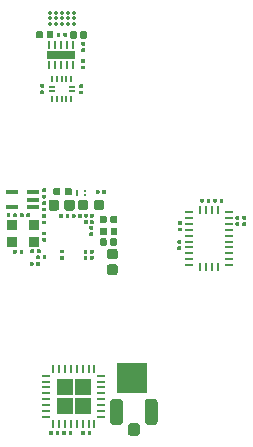
<source format=gbr>
G04 #@! TF.GenerationSoftware,KiCad,Pcbnew,(5.1.5)-3*
G04 #@! TF.CreationDate,2020-06-16T17:49:09-07:00*
G04 #@! TF.ProjectId,Miniscope-v4-Rigid-Flex,4d696e69-7363-46f7-9065-2d76342d5269,rev?*
G04 #@! TF.SameCoordinates,Original*
G04 #@! TF.FileFunction,Paste,Top*
G04 #@! TF.FilePolarity,Positive*
%FSLAX46Y46*%
G04 Gerber Fmt 4.6, Leading zero omitted, Abs format (unit mm)*
G04 Created by KiCad (PCBNEW (5.1.5)-3) date 2020-06-16 17:49:09*
%MOMM*%
%LPD*%
G04 APERTURE LIST*
%ADD10C,0.100000*%
%ADD11R,2.500000X2.500000*%
%ADD12R,1.350000X1.350000*%
%ADD13R,0.260000X0.680000*%
%ADD14R,0.680000X0.260000*%
%ADD15R,0.254000X0.675000*%
%ADD16R,0.675000X0.254000*%
%ADD17R,0.990000X0.340000*%
%ADD18R,0.880000X0.830000*%
%ADD19R,0.280000X0.170000*%
%ADD20R,0.280000X0.520000*%
%ADD21R,0.610000X0.220000*%
%ADD22R,0.220000X0.610000*%
%ADD23R,0.270000X0.640000*%
%ADD24R,2.390000X0.640000*%
%ADD25C,0.350000*%
G04 APERTURE END LIST*
D10*
G36*
X102908696Y-129887773D02*
G01*
X102916219Y-129888889D01*
X102923597Y-129890737D01*
X102930758Y-129893299D01*
X102937633Y-129896551D01*
X102944157Y-129900461D01*
X102950265Y-129904992D01*
X102955901Y-129910099D01*
X102961008Y-129915735D01*
X102965539Y-129921843D01*
X102969449Y-129928367D01*
X102972701Y-129935242D01*
X102975263Y-129942403D01*
X102977111Y-129949781D01*
X102978227Y-129957304D01*
X102978600Y-129964900D01*
X102978600Y-130149900D01*
X102978227Y-130157496D01*
X102977111Y-130165019D01*
X102975263Y-130172397D01*
X102972701Y-130179558D01*
X102969449Y-130186433D01*
X102965539Y-130192957D01*
X102961008Y-130199065D01*
X102955901Y-130204701D01*
X102950265Y-130209808D01*
X102944157Y-130214339D01*
X102937633Y-130218249D01*
X102930758Y-130221501D01*
X102923597Y-130224063D01*
X102916219Y-130225911D01*
X102908696Y-130227027D01*
X102901100Y-130227400D01*
X102746100Y-130227400D01*
X102738504Y-130227027D01*
X102730981Y-130225911D01*
X102723603Y-130224063D01*
X102716442Y-130221501D01*
X102709567Y-130218249D01*
X102703043Y-130214339D01*
X102696935Y-130209808D01*
X102691299Y-130204701D01*
X102686192Y-130199065D01*
X102681661Y-130192957D01*
X102677751Y-130186433D01*
X102674499Y-130179558D01*
X102671937Y-130172397D01*
X102670089Y-130165019D01*
X102668973Y-130157496D01*
X102668600Y-130149900D01*
X102668600Y-129964900D01*
X102668973Y-129957304D01*
X102670089Y-129949781D01*
X102671937Y-129942403D01*
X102674499Y-129935242D01*
X102677751Y-129928367D01*
X102681661Y-129921843D01*
X102686192Y-129915735D01*
X102691299Y-129910099D01*
X102696935Y-129904992D01*
X102703043Y-129900461D01*
X102709567Y-129896551D01*
X102716442Y-129893299D01*
X102723603Y-129890737D01*
X102730981Y-129888889D01*
X102738504Y-129887773D01*
X102746100Y-129887400D01*
X102901100Y-129887400D01*
X102908696Y-129887773D01*
G37*
G36*
X103458696Y-129887773D02*
G01*
X103466219Y-129888889D01*
X103473597Y-129890737D01*
X103480758Y-129893299D01*
X103487633Y-129896551D01*
X103494157Y-129900461D01*
X103500265Y-129904992D01*
X103505901Y-129910099D01*
X103511008Y-129915735D01*
X103515539Y-129921843D01*
X103519449Y-129928367D01*
X103522701Y-129935242D01*
X103525263Y-129942403D01*
X103527111Y-129949781D01*
X103528227Y-129957304D01*
X103528600Y-129964900D01*
X103528600Y-130149900D01*
X103528227Y-130157496D01*
X103527111Y-130165019D01*
X103525263Y-130172397D01*
X103522701Y-130179558D01*
X103519449Y-130186433D01*
X103515539Y-130192957D01*
X103511008Y-130199065D01*
X103505901Y-130204701D01*
X103500265Y-130209808D01*
X103494157Y-130214339D01*
X103487633Y-130218249D01*
X103480758Y-130221501D01*
X103473597Y-130224063D01*
X103466219Y-130225911D01*
X103458696Y-130227027D01*
X103451100Y-130227400D01*
X103296100Y-130227400D01*
X103288504Y-130227027D01*
X103280981Y-130225911D01*
X103273603Y-130224063D01*
X103266442Y-130221501D01*
X103259567Y-130218249D01*
X103253043Y-130214339D01*
X103246935Y-130209808D01*
X103241299Y-130204701D01*
X103236192Y-130199065D01*
X103231661Y-130192957D01*
X103227751Y-130186433D01*
X103224499Y-130179558D01*
X103221937Y-130172397D01*
X103220089Y-130165019D01*
X103218973Y-130157496D01*
X103218600Y-130149900D01*
X103218600Y-129964900D01*
X103218973Y-129957304D01*
X103220089Y-129949781D01*
X103221937Y-129942403D01*
X103224499Y-129935242D01*
X103227751Y-129928367D01*
X103231661Y-129921843D01*
X103236192Y-129915735D01*
X103241299Y-129910099D01*
X103246935Y-129904992D01*
X103253043Y-129900461D01*
X103259567Y-129896551D01*
X103266442Y-129893299D01*
X103273603Y-129890737D01*
X103280981Y-129888889D01*
X103288504Y-129887773D01*
X103296100Y-129887400D01*
X103451100Y-129887400D01*
X103458696Y-129887773D01*
G37*
D11*
X109677400Y-125386600D03*
D12*
X105511800Y-126173400D03*
X103961800Y-126173400D03*
X105511800Y-127723400D03*
X103961800Y-127723400D03*
D13*
X102986800Y-124613400D03*
X103486800Y-124613400D03*
X103986800Y-124613400D03*
X104486800Y-124613400D03*
X104986800Y-124613400D03*
X105486800Y-124613400D03*
X105986800Y-124613400D03*
X106486800Y-124613400D03*
D14*
X107071800Y-125198400D03*
X107071800Y-125698400D03*
X107071800Y-126198400D03*
X107071800Y-126698400D03*
X107071800Y-127198400D03*
X107071800Y-127698400D03*
X107071800Y-128198400D03*
X107071800Y-128698400D03*
D13*
X106486800Y-129283400D03*
X105986800Y-129283400D03*
X105486800Y-129283400D03*
X104986800Y-129283400D03*
X104486800Y-129283400D03*
X103986800Y-129283400D03*
X103486800Y-129283400D03*
X102986800Y-129283400D03*
D14*
X102401800Y-128698400D03*
X102401800Y-128198400D03*
X102401800Y-127698400D03*
X102401800Y-127198400D03*
X102401800Y-126698400D03*
X102401800Y-126198400D03*
X102401800Y-125698400D03*
X102401800Y-125198400D03*
D10*
G36*
X110104304Y-129235504D02*
G01*
X110128573Y-129239104D01*
X110152371Y-129245065D01*
X110175471Y-129253330D01*
X110197649Y-129263820D01*
X110218693Y-129276433D01*
X110238398Y-129291047D01*
X110256577Y-129307523D01*
X110273053Y-129325702D01*
X110287667Y-129345407D01*
X110300280Y-129366451D01*
X110310770Y-129388629D01*
X110319035Y-129411729D01*
X110324996Y-129435527D01*
X110328596Y-129459796D01*
X110329800Y-129484300D01*
X110329800Y-130034300D01*
X110328596Y-130058804D01*
X110324996Y-130083073D01*
X110319035Y-130106871D01*
X110310770Y-130129971D01*
X110300280Y-130152149D01*
X110287667Y-130173193D01*
X110273053Y-130192898D01*
X110256577Y-130211077D01*
X110238398Y-130227553D01*
X110218693Y-130242167D01*
X110197649Y-130254780D01*
X110175471Y-130265270D01*
X110152371Y-130273535D01*
X110128573Y-130279496D01*
X110104304Y-130283096D01*
X110079800Y-130284300D01*
X109579800Y-130284300D01*
X109555296Y-130283096D01*
X109531027Y-130279496D01*
X109507229Y-130273535D01*
X109484129Y-130265270D01*
X109461951Y-130254780D01*
X109440907Y-130242167D01*
X109421202Y-130227553D01*
X109403023Y-130211077D01*
X109386547Y-130192898D01*
X109371933Y-130173193D01*
X109359320Y-130152149D01*
X109348830Y-130129971D01*
X109340565Y-130106871D01*
X109334604Y-130083073D01*
X109331004Y-130058804D01*
X109329800Y-130034300D01*
X109329800Y-129484300D01*
X109331004Y-129459796D01*
X109334604Y-129435527D01*
X109340565Y-129411729D01*
X109348830Y-129388629D01*
X109359320Y-129366451D01*
X109371933Y-129345407D01*
X109386547Y-129325702D01*
X109403023Y-129307523D01*
X109421202Y-129291047D01*
X109440907Y-129276433D01*
X109461951Y-129263820D01*
X109484129Y-129253330D01*
X109507229Y-129245065D01*
X109531027Y-129239104D01*
X109555296Y-129235504D01*
X109579800Y-129234300D01*
X110079800Y-129234300D01*
X110104304Y-129235504D01*
G37*
G36*
X108643029Y-127158064D02*
G01*
X108668511Y-127161844D01*
X108693500Y-127168103D01*
X108717754Y-127176782D01*
X108741042Y-127187796D01*
X108763137Y-127201039D01*
X108783828Y-127216385D01*
X108802916Y-127233684D01*
X108820215Y-127252772D01*
X108835561Y-127273463D01*
X108848804Y-127295558D01*
X108859818Y-127318846D01*
X108868497Y-127343100D01*
X108874756Y-127368089D01*
X108878536Y-127393571D01*
X108879800Y-127419300D01*
X108879800Y-129094300D01*
X108878536Y-129120029D01*
X108874756Y-129145511D01*
X108868497Y-129170500D01*
X108859818Y-129194754D01*
X108848804Y-129218042D01*
X108835561Y-129240137D01*
X108820215Y-129260828D01*
X108802916Y-129279916D01*
X108783828Y-129297215D01*
X108763137Y-129312561D01*
X108741042Y-129325804D01*
X108717754Y-129336818D01*
X108693500Y-129345497D01*
X108668511Y-129351756D01*
X108643029Y-129355536D01*
X108617300Y-129356800D01*
X108092300Y-129356800D01*
X108066571Y-129355536D01*
X108041089Y-129351756D01*
X108016100Y-129345497D01*
X107991846Y-129336818D01*
X107968558Y-129325804D01*
X107946463Y-129312561D01*
X107925772Y-129297215D01*
X107906684Y-129279916D01*
X107889385Y-129260828D01*
X107874039Y-129240137D01*
X107860796Y-129218042D01*
X107849782Y-129194754D01*
X107841103Y-129170500D01*
X107834844Y-129145511D01*
X107831064Y-129120029D01*
X107829800Y-129094300D01*
X107829800Y-127419300D01*
X107831064Y-127393571D01*
X107834844Y-127368089D01*
X107841103Y-127343100D01*
X107849782Y-127318846D01*
X107860796Y-127295558D01*
X107874039Y-127273463D01*
X107889385Y-127252772D01*
X107906684Y-127233684D01*
X107925772Y-127216385D01*
X107946463Y-127201039D01*
X107968558Y-127187796D01*
X107991846Y-127176782D01*
X108016100Y-127168103D01*
X108041089Y-127161844D01*
X108066571Y-127158064D01*
X108092300Y-127156800D01*
X108617300Y-127156800D01*
X108643029Y-127158064D01*
G37*
G36*
X111593029Y-127158064D02*
G01*
X111618511Y-127161844D01*
X111643500Y-127168103D01*
X111667754Y-127176782D01*
X111691042Y-127187796D01*
X111713137Y-127201039D01*
X111733828Y-127216385D01*
X111752916Y-127233684D01*
X111770215Y-127252772D01*
X111785561Y-127273463D01*
X111798804Y-127295558D01*
X111809818Y-127318846D01*
X111818497Y-127343100D01*
X111824756Y-127368089D01*
X111828536Y-127393571D01*
X111829800Y-127419300D01*
X111829800Y-129094300D01*
X111828536Y-129120029D01*
X111824756Y-129145511D01*
X111818497Y-129170500D01*
X111809818Y-129194754D01*
X111798804Y-129218042D01*
X111785561Y-129240137D01*
X111770215Y-129260828D01*
X111752916Y-129279916D01*
X111733828Y-129297215D01*
X111713137Y-129312561D01*
X111691042Y-129325804D01*
X111667754Y-129336818D01*
X111643500Y-129345497D01*
X111618511Y-129351756D01*
X111593029Y-129355536D01*
X111567300Y-129356800D01*
X111042300Y-129356800D01*
X111016571Y-129355536D01*
X110991089Y-129351756D01*
X110966100Y-129345497D01*
X110941846Y-129336818D01*
X110918558Y-129325804D01*
X110896463Y-129312561D01*
X110875772Y-129297215D01*
X110856684Y-129279916D01*
X110839385Y-129260828D01*
X110824039Y-129240137D01*
X110810796Y-129218042D01*
X110799782Y-129194754D01*
X110791103Y-129170500D01*
X110784844Y-129145511D01*
X110781064Y-129120029D01*
X110779800Y-129094300D01*
X110779800Y-127419300D01*
X110781064Y-127393571D01*
X110784844Y-127368089D01*
X110791103Y-127343100D01*
X110799782Y-127318846D01*
X110810796Y-127295558D01*
X110824039Y-127273463D01*
X110839385Y-127252772D01*
X110856684Y-127233684D01*
X110875772Y-127216385D01*
X110896463Y-127201039D01*
X110918558Y-127187796D01*
X110941846Y-127176782D01*
X110966100Y-127168103D01*
X110991089Y-127161844D01*
X111016571Y-127158064D01*
X111042300Y-127156800D01*
X111567300Y-127156800D01*
X111593029Y-127158064D01*
G37*
G36*
X117323296Y-110204173D02*
G01*
X117330819Y-110205289D01*
X117338197Y-110207137D01*
X117345358Y-110209699D01*
X117352233Y-110212951D01*
X117358757Y-110216861D01*
X117364865Y-110221392D01*
X117370501Y-110226499D01*
X117375608Y-110232135D01*
X117380139Y-110238243D01*
X117384049Y-110244767D01*
X117387301Y-110251642D01*
X117389863Y-110258803D01*
X117391711Y-110266181D01*
X117392827Y-110273704D01*
X117393200Y-110281300D01*
X117393200Y-110466300D01*
X117392827Y-110473896D01*
X117391711Y-110481419D01*
X117389863Y-110488797D01*
X117387301Y-110495958D01*
X117384049Y-110502833D01*
X117380139Y-110509357D01*
X117375608Y-110515465D01*
X117370501Y-110521101D01*
X117364865Y-110526208D01*
X117358757Y-110530739D01*
X117352233Y-110534649D01*
X117345358Y-110537901D01*
X117338197Y-110540463D01*
X117330819Y-110542311D01*
X117323296Y-110543427D01*
X117315700Y-110543800D01*
X117160700Y-110543800D01*
X117153104Y-110543427D01*
X117145581Y-110542311D01*
X117138203Y-110540463D01*
X117131042Y-110537901D01*
X117124167Y-110534649D01*
X117117643Y-110530739D01*
X117111535Y-110526208D01*
X117105899Y-110521101D01*
X117100792Y-110515465D01*
X117096261Y-110509357D01*
X117092351Y-110502833D01*
X117089099Y-110495958D01*
X117086537Y-110488797D01*
X117084689Y-110481419D01*
X117083573Y-110473896D01*
X117083200Y-110466300D01*
X117083200Y-110281300D01*
X117083573Y-110273704D01*
X117084689Y-110266181D01*
X117086537Y-110258803D01*
X117089099Y-110251642D01*
X117092351Y-110244767D01*
X117096261Y-110238243D01*
X117100792Y-110232135D01*
X117105899Y-110226499D01*
X117111535Y-110221392D01*
X117117643Y-110216861D01*
X117124167Y-110212951D01*
X117131042Y-110209699D01*
X117138203Y-110207137D01*
X117145581Y-110205289D01*
X117153104Y-110204173D01*
X117160700Y-110203800D01*
X117315700Y-110203800D01*
X117323296Y-110204173D01*
G37*
G36*
X116773296Y-110204173D02*
G01*
X116780819Y-110205289D01*
X116788197Y-110207137D01*
X116795358Y-110209699D01*
X116802233Y-110212951D01*
X116808757Y-110216861D01*
X116814865Y-110221392D01*
X116820501Y-110226499D01*
X116825608Y-110232135D01*
X116830139Y-110238243D01*
X116834049Y-110244767D01*
X116837301Y-110251642D01*
X116839863Y-110258803D01*
X116841711Y-110266181D01*
X116842827Y-110273704D01*
X116843200Y-110281300D01*
X116843200Y-110466300D01*
X116842827Y-110473896D01*
X116841711Y-110481419D01*
X116839863Y-110488797D01*
X116837301Y-110495958D01*
X116834049Y-110502833D01*
X116830139Y-110509357D01*
X116825608Y-110515465D01*
X116820501Y-110521101D01*
X116814865Y-110526208D01*
X116808757Y-110530739D01*
X116802233Y-110534649D01*
X116795358Y-110537901D01*
X116788197Y-110540463D01*
X116780819Y-110542311D01*
X116773296Y-110543427D01*
X116765700Y-110543800D01*
X116610700Y-110543800D01*
X116603104Y-110543427D01*
X116595581Y-110542311D01*
X116588203Y-110540463D01*
X116581042Y-110537901D01*
X116574167Y-110534649D01*
X116567643Y-110530739D01*
X116561535Y-110526208D01*
X116555899Y-110521101D01*
X116550792Y-110515465D01*
X116546261Y-110509357D01*
X116542351Y-110502833D01*
X116539099Y-110495958D01*
X116536537Y-110488797D01*
X116534689Y-110481419D01*
X116533573Y-110473896D01*
X116533200Y-110466300D01*
X116533200Y-110281300D01*
X116533573Y-110273704D01*
X116534689Y-110266181D01*
X116536537Y-110258803D01*
X116539099Y-110251642D01*
X116542351Y-110244767D01*
X116546261Y-110238243D01*
X116550792Y-110232135D01*
X116555899Y-110226499D01*
X116561535Y-110221392D01*
X116567643Y-110216861D01*
X116574167Y-110212951D01*
X116581042Y-110209699D01*
X116588203Y-110207137D01*
X116595581Y-110205289D01*
X116603104Y-110204173D01*
X116610700Y-110203800D01*
X116765700Y-110203800D01*
X116773296Y-110204173D01*
G37*
G36*
X118699296Y-111674173D02*
G01*
X118706819Y-111675289D01*
X118714197Y-111677137D01*
X118721358Y-111679699D01*
X118728233Y-111682951D01*
X118734757Y-111686861D01*
X118740865Y-111691392D01*
X118746501Y-111696499D01*
X118751608Y-111702135D01*
X118756139Y-111708243D01*
X118760049Y-111714767D01*
X118763301Y-111721642D01*
X118765863Y-111728803D01*
X118767711Y-111736181D01*
X118768827Y-111743704D01*
X118769200Y-111751300D01*
X118769200Y-111906300D01*
X118768827Y-111913896D01*
X118767711Y-111921419D01*
X118765863Y-111928797D01*
X118763301Y-111935958D01*
X118760049Y-111942833D01*
X118756139Y-111949357D01*
X118751608Y-111955465D01*
X118746501Y-111961101D01*
X118740865Y-111966208D01*
X118734757Y-111970739D01*
X118728233Y-111974649D01*
X118721358Y-111977901D01*
X118714197Y-111980463D01*
X118706819Y-111982311D01*
X118699296Y-111983427D01*
X118691700Y-111983800D01*
X118506700Y-111983800D01*
X118499104Y-111983427D01*
X118491581Y-111982311D01*
X118484203Y-111980463D01*
X118477042Y-111977901D01*
X118470167Y-111974649D01*
X118463643Y-111970739D01*
X118457535Y-111966208D01*
X118451899Y-111961101D01*
X118446792Y-111955465D01*
X118442261Y-111949357D01*
X118438351Y-111942833D01*
X118435099Y-111935958D01*
X118432537Y-111928797D01*
X118430689Y-111921419D01*
X118429573Y-111913896D01*
X118429200Y-111906300D01*
X118429200Y-111751300D01*
X118429573Y-111743704D01*
X118430689Y-111736181D01*
X118432537Y-111728803D01*
X118435099Y-111721642D01*
X118438351Y-111714767D01*
X118442261Y-111708243D01*
X118446792Y-111702135D01*
X118451899Y-111696499D01*
X118457535Y-111691392D01*
X118463643Y-111686861D01*
X118470167Y-111682951D01*
X118477042Y-111679699D01*
X118484203Y-111677137D01*
X118491581Y-111675289D01*
X118499104Y-111674173D01*
X118506700Y-111673800D01*
X118691700Y-111673800D01*
X118699296Y-111674173D01*
G37*
G36*
X118699296Y-112224173D02*
G01*
X118706819Y-112225289D01*
X118714197Y-112227137D01*
X118721358Y-112229699D01*
X118728233Y-112232951D01*
X118734757Y-112236861D01*
X118740865Y-112241392D01*
X118746501Y-112246499D01*
X118751608Y-112252135D01*
X118756139Y-112258243D01*
X118760049Y-112264767D01*
X118763301Y-112271642D01*
X118765863Y-112278803D01*
X118767711Y-112286181D01*
X118768827Y-112293704D01*
X118769200Y-112301300D01*
X118769200Y-112456300D01*
X118768827Y-112463896D01*
X118767711Y-112471419D01*
X118765863Y-112478797D01*
X118763301Y-112485958D01*
X118760049Y-112492833D01*
X118756139Y-112499357D01*
X118751608Y-112505465D01*
X118746501Y-112511101D01*
X118740865Y-112516208D01*
X118734757Y-112520739D01*
X118728233Y-112524649D01*
X118721358Y-112527901D01*
X118714197Y-112530463D01*
X118706819Y-112532311D01*
X118699296Y-112533427D01*
X118691700Y-112533800D01*
X118506700Y-112533800D01*
X118499104Y-112533427D01*
X118491581Y-112532311D01*
X118484203Y-112530463D01*
X118477042Y-112527901D01*
X118470167Y-112524649D01*
X118463643Y-112520739D01*
X118457535Y-112516208D01*
X118451899Y-112511101D01*
X118446792Y-112505465D01*
X118442261Y-112499357D01*
X118438351Y-112492833D01*
X118435099Y-112485958D01*
X118432537Y-112478797D01*
X118430689Y-112471419D01*
X118429573Y-112463896D01*
X118429200Y-112456300D01*
X118429200Y-112301300D01*
X118429573Y-112293704D01*
X118430689Y-112286181D01*
X118432537Y-112278803D01*
X118435099Y-112271642D01*
X118438351Y-112264767D01*
X118442261Y-112258243D01*
X118446792Y-112252135D01*
X118451899Y-112246499D01*
X118457535Y-112241392D01*
X118463643Y-112236861D01*
X118470167Y-112232951D01*
X118477042Y-112229699D01*
X118484203Y-112227137D01*
X118491581Y-112225289D01*
X118499104Y-112224173D01*
X118506700Y-112223800D01*
X118691700Y-112223800D01*
X118699296Y-112224173D01*
G37*
G36*
X119283496Y-111674173D02*
G01*
X119291019Y-111675289D01*
X119298397Y-111677137D01*
X119305558Y-111679699D01*
X119312433Y-111682951D01*
X119318957Y-111686861D01*
X119325065Y-111691392D01*
X119330701Y-111696499D01*
X119335808Y-111702135D01*
X119340339Y-111708243D01*
X119344249Y-111714767D01*
X119347501Y-111721642D01*
X119350063Y-111728803D01*
X119351911Y-111736181D01*
X119353027Y-111743704D01*
X119353400Y-111751300D01*
X119353400Y-111906300D01*
X119353027Y-111913896D01*
X119351911Y-111921419D01*
X119350063Y-111928797D01*
X119347501Y-111935958D01*
X119344249Y-111942833D01*
X119340339Y-111949357D01*
X119335808Y-111955465D01*
X119330701Y-111961101D01*
X119325065Y-111966208D01*
X119318957Y-111970739D01*
X119312433Y-111974649D01*
X119305558Y-111977901D01*
X119298397Y-111980463D01*
X119291019Y-111982311D01*
X119283496Y-111983427D01*
X119275900Y-111983800D01*
X119090900Y-111983800D01*
X119083304Y-111983427D01*
X119075781Y-111982311D01*
X119068403Y-111980463D01*
X119061242Y-111977901D01*
X119054367Y-111974649D01*
X119047843Y-111970739D01*
X119041735Y-111966208D01*
X119036099Y-111961101D01*
X119030992Y-111955465D01*
X119026461Y-111949357D01*
X119022551Y-111942833D01*
X119019299Y-111935958D01*
X119016737Y-111928797D01*
X119014889Y-111921419D01*
X119013773Y-111913896D01*
X119013400Y-111906300D01*
X119013400Y-111751300D01*
X119013773Y-111743704D01*
X119014889Y-111736181D01*
X119016737Y-111728803D01*
X119019299Y-111721642D01*
X119022551Y-111714767D01*
X119026461Y-111708243D01*
X119030992Y-111702135D01*
X119036099Y-111696499D01*
X119041735Y-111691392D01*
X119047843Y-111686861D01*
X119054367Y-111682951D01*
X119061242Y-111679699D01*
X119068403Y-111677137D01*
X119075781Y-111675289D01*
X119083304Y-111674173D01*
X119090900Y-111673800D01*
X119275900Y-111673800D01*
X119283496Y-111674173D01*
G37*
G36*
X119283496Y-112224173D02*
G01*
X119291019Y-112225289D01*
X119298397Y-112227137D01*
X119305558Y-112229699D01*
X119312433Y-112232951D01*
X119318957Y-112236861D01*
X119325065Y-112241392D01*
X119330701Y-112246499D01*
X119335808Y-112252135D01*
X119340339Y-112258243D01*
X119344249Y-112264767D01*
X119347501Y-112271642D01*
X119350063Y-112278803D01*
X119351911Y-112286181D01*
X119353027Y-112293704D01*
X119353400Y-112301300D01*
X119353400Y-112456300D01*
X119353027Y-112463896D01*
X119351911Y-112471419D01*
X119350063Y-112478797D01*
X119347501Y-112485958D01*
X119344249Y-112492833D01*
X119340339Y-112499357D01*
X119335808Y-112505465D01*
X119330701Y-112511101D01*
X119325065Y-112516208D01*
X119318957Y-112520739D01*
X119312433Y-112524649D01*
X119305558Y-112527901D01*
X119298397Y-112530463D01*
X119291019Y-112532311D01*
X119283496Y-112533427D01*
X119275900Y-112533800D01*
X119090900Y-112533800D01*
X119083304Y-112533427D01*
X119075781Y-112532311D01*
X119068403Y-112530463D01*
X119061242Y-112527901D01*
X119054367Y-112524649D01*
X119047843Y-112520739D01*
X119041735Y-112516208D01*
X119036099Y-112511101D01*
X119030992Y-112505465D01*
X119026461Y-112499357D01*
X119022551Y-112492833D01*
X119019299Y-112485958D01*
X119016737Y-112478797D01*
X119014889Y-112471419D01*
X119013773Y-112463896D01*
X119013400Y-112456300D01*
X119013400Y-112301300D01*
X119013773Y-112293704D01*
X119014889Y-112286181D01*
X119016737Y-112278803D01*
X119019299Y-112271642D01*
X119022551Y-112264767D01*
X119026461Y-112258243D01*
X119030992Y-112252135D01*
X119036099Y-112246499D01*
X119041735Y-112241392D01*
X119047843Y-112236861D01*
X119054367Y-112232951D01*
X119061242Y-112229699D01*
X119068403Y-112227137D01*
X119075781Y-112225289D01*
X119083304Y-112224173D01*
X119090900Y-112223800D01*
X119275900Y-112223800D01*
X119283496Y-112224173D01*
G37*
G36*
X116231096Y-110204173D02*
G01*
X116238619Y-110205289D01*
X116245997Y-110207137D01*
X116253158Y-110209699D01*
X116260033Y-110212951D01*
X116266557Y-110216861D01*
X116272665Y-110221392D01*
X116278301Y-110226499D01*
X116283408Y-110232135D01*
X116287939Y-110238243D01*
X116291849Y-110244767D01*
X116295101Y-110251642D01*
X116297663Y-110258803D01*
X116299511Y-110266181D01*
X116300627Y-110273704D01*
X116301000Y-110281300D01*
X116301000Y-110466300D01*
X116300627Y-110473896D01*
X116299511Y-110481419D01*
X116297663Y-110488797D01*
X116295101Y-110495958D01*
X116291849Y-110502833D01*
X116287939Y-110509357D01*
X116283408Y-110515465D01*
X116278301Y-110521101D01*
X116272665Y-110526208D01*
X116266557Y-110530739D01*
X116260033Y-110534649D01*
X116253158Y-110537901D01*
X116245997Y-110540463D01*
X116238619Y-110542311D01*
X116231096Y-110543427D01*
X116223500Y-110543800D01*
X116068500Y-110543800D01*
X116060904Y-110543427D01*
X116053381Y-110542311D01*
X116046003Y-110540463D01*
X116038842Y-110537901D01*
X116031967Y-110534649D01*
X116025443Y-110530739D01*
X116019335Y-110526208D01*
X116013699Y-110521101D01*
X116008592Y-110515465D01*
X116004061Y-110509357D01*
X116000151Y-110502833D01*
X115996899Y-110495958D01*
X115994337Y-110488797D01*
X115992489Y-110481419D01*
X115991373Y-110473896D01*
X115991000Y-110466300D01*
X115991000Y-110281300D01*
X115991373Y-110273704D01*
X115992489Y-110266181D01*
X115994337Y-110258803D01*
X115996899Y-110251642D01*
X116000151Y-110244767D01*
X116004061Y-110238243D01*
X116008592Y-110232135D01*
X116013699Y-110226499D01*
X116019335Y-110221392D01*
X116025443Y-110216861D01*
X116031967Y-110212951D01*
X116038842Y-110209699D01*
X116046003Y-110207137D01*
X116053381Y-110205289D01*
X116060904Y-110204173D01*
X116068500Y-110203800D01*
X116223500Y-110203800D01*
X116231096Y-110204173D01*
G37*
G36*
X115681096Y-110204173D02*
G01*
X115688619Y-110205289D01*
X115695997Y-110207137D01*
X115703158Y-110209699D01*
X115710033Y-110212951D01*
X115716557Y-110216861D01*
X115722665Y-110221392D01*
X115728301Y-110226499D01*
X115733408Y-110232135D01*
X115737939Y-110238243D01*
X115741849Y-110244767D01*
X115745101Y-110251642D01*
X115747663Y-110258803D01*
X115749511Y-110266181D01*
X115750627Y-110273704D01*
X115751000Y-110281300D01*
X115751000Y-110466300D01*
X115750627Y-110473896D01*
X115749511Y-110481419D01*
X115747663Y-110488797D01*
X115745101Y-110495958D01*
X115741849Y-110502833D01*
X115737939Y-110509357D01*
X115733408Y-110515465D01*
X115728301Y-110521101D01*
X115722665Y-110526208D01*
X115716557Y-110530739D01*
X115710033Y-110534649D01*
X115703158Y-110537901D01*
X115695997Y-110540463D01*
X115688619Y-110542311D01*
X115681096Y-110543427D01*
X115673500Y-110543800D01*
X115518500Y-110543800D01*
X115510904Y-110543427D01*
X115503381Y-110542311D01*
X115496003Y-110540463D01*
X115488842Y-110537901D01*
X115481967Y-110534649D01*
X115475443Y-110530739D01*
X115469335Y-110526208D01*
X115463699Y-110521101D01*
X115458592Y-110515465D01*
X115454061Y-110509357D01*
X115450151Y-110502833D01*
X115446899Y-110495958D01*
X115444337Y-110488797D01*
X115442489Y-110481419D01*
X115441373Y-110473896D01*
X115441000Y-110466300D01*
X115441000Y-110281300D01*
X115441373Y-110273704D01*
X115442489Y-110266181D01*
X115444337Y-110258803D01*
X115446899Y-110251642D01*
X115450151Y-110244767D01*
X115454061Y-110238243D01*
X115458592Y-110232135D01*
X115463699Y-110226499D01*
X115469335Y-110221392D01*
X115475443Y-110216861D01*
X115481967Y-110212951D01*
X115488842Y-110209699D01*
X115496003Y-110207137D01*
X115503381Y-110205289D01*
X115510904Y-110204173D01*
X115518500Y-110203800D01*
X115673500Y-110203800D01*
X115681096Y-110204173D01*
G37*
G36*
X113786696Y-114256173D02*
G01*
X113794219Y-114257289D01*
X113801597Y-114259137D01*
X113808758Y-114261699D01*
X113815633Y-114264951D01*
X113822157Y-114268861D01*
X113828265Y-114273392D01*
X113833901Y-114278499D01*
X113839008Y-114284135D01*
X113843539Y-114290243D01*
X113847449Y-114296767D01*
X113850701Y-114303642D01*
X113853263Y-114310803D01*
X113855111Y-114318181D01*
X113856227Y-114325704D01*
X113856600Y-114333300D01*
X113856600Y-114488300D01*
X113856227Y-114495896D01*
X113855111Y-114503419D01*
X113853263Y-114510797D01*
X113850701Y-114517958D01*
X113847449Y-114524833D01*
X113843539Y-114531357D01*
X113839008Y-114537465D01*
X113833901Y-114543101D01*
X113828265Y-114548208D01*
X113822157Y-114552739D01*
X113815633Y-114556649D01*
X113808758Y-114559901D01*
X113801597Y-114562463D01*
X113794219Y-114564311D01*
X113786696Y-114565427D01*
X113779100Y-114565800D01*
X113594100Y-114565800D01*
X113586504Y-114565427D01*
X113578981Y-114564311D01*
X113571603Y-114562463D01*
X113564442Y-114559901D01*
X113557567Y-114556649D01*
X113551043Y-114552739D01*
X113544935Y-114548208D01*
X113539299Y-114543101D01*
X113534192Y-114537465D01*
X113529661Y-114531357D01*
X113525751Y-114524833D01*
X113522499Y-114517958D01*
X113519937Y-114510797D01*
X113518089Y-114503419D01*
X113516973Y-114495896D01*
X113516600Y-114488300D01*
X113516600Y-114333300D01*
X113516973Y-114325704D01*
X113518089Y-114318181D01*
X113519937Y-114310803D01*
X113522499Y-114303642D01*
X113525751Y-114296767D01*
X113529661Y-114290243D01*
X113534192Y-114284135D01*
X113539299Y-114278499D01*
X113544935Y-114273392D01*
X113551043Y-114268861D01*
X113557567Y-114264951D01*
X113564442Y-114261699D01*
X113571603Y-114259137D01*
X113578981Y-114257289D01*
X113586504Y-114256173D01*
X113594100Y-114255800D01*
X113779100Y-114255800D01*
X113786696Y-114256173D01*
G37*
G36*
X113786696Y-113706173D02*
G01*
X113794219Y-113707289D01*
X113801597Y-113709137D01*
X113808758Y-113711699D01*
X113815633Y-113714951D01*
X113822157Y-113718861D01*
X113828265Y-113723392D01*
X113833901Y-113728499D01*
X113839008Y-113734135D01*
X113843539Y-113740243D01*
X113847449Y-113746767D01*
X113850701Y-113753642D01*
X113853263Y-113760803D01*
X113855111Y-113768181D01*
X113856227Y-113775704D01*
X113856600Y-113783300D01*
X113856600Y-113938300D01*
X113856227Y-113945896D01*
X113855111Y-113953419D01*
X113853263Y-113960797D01*
X113850701Y-113967958D01*
X113847449Y-113974833D01*
X113843539Y-113981357D01*
X113839008Y-113987465D01*
X113833901Y-113993101D01*
X113828265Y-113998208D01*
X113822157Y-114002739D01*
X113815633Y-114006649D01*
X113808758Y-114009901D01*
X113801597Y-114012463D01*
X113794219Y-114014311D01*
X113786696Y-114015427D01*
X113779100Y-114015800D01*
X113594100Y-114015800D01*
X113586504Y-114015427D01*
X113578981Y-114014311D01*
X113571603Y-114012463D01*
X113564442Y-114009901D01*
X113557567Y-114006649D01*
X113551043Y-114002739D01*
X113544935Y-113998208D01*
X113539299Y-113993101D01*
X113534192Y-113987465D01*
X113529661Y-113981357D01*
X113525751Y-113974833D01*
X113522499Y-113967958D01*
X113519937Y-113960797D01*
X113518089Y-113953419D01*
X113516973Y-113945896D01*
X113516600Y-113938300D01*
X113516600Y-113783300D01*
X113516973Y-113775704D01*
X113518089Y-113768181D01*
X113519937Y-113760803D01*
X113522499Y-113753642D01*
X113525751Y-113746767D01*
X113529661Y-113740243D01*
X113534192Y-113734135D01*
X113539299Y-113728499D01*
X113544935Y-113723392D01*
X113551043Y-113718861D01*
X113557567Y-113714951D01*
X113564442Y-113711699D01*
X113571603Y-113709137D01*
X113578981Y-113707289D01*
X113586504Y-113706173D01*
X113594100Y-113705800D01*
X113779100Y-113705800D01*
X113786696Y-113706173D01*
G37*
G36*
X113822496Y-112105973D02*
G01*
X113830019Y-112107089D01*
X113837397Y-112108937D01*
X113844558Y-112111499D01*
X113851433Y-112114751D01*
X113857957Y-112118661D01*
X113864065Y-112123192D01*
X113869701Y-112128299D01*
X113874808Y-112133935D01*
X113879339Y-112140043D01*
X113883249Y-112146567D01*
X113886501Y-112153442D01*
X113889063Y-112160603D01*
X113890911Y-112167981D01*
X113892027Y-112175504D01*
X113892400Y-112183100D01*
X113892400Y-112338100D01*
X113892027Y-112345696D01*
X113890911Y-112353219D01*
X113889063Y-112360597D01*
X113886501Y-112367758D01*
X113883249Y-112374633D01*
X113879339Y-112381157D01*
X113874808Y-112387265D01*
X113869701Y-112392901D01*
X113864065Y-112398008D01*
X113857957Y-112402539D01*
X113851433Y-112406449D01*
X113844558Y-112409701D01*
X113837397Y-112412263D01*
X113830019Y-112414111D01*
X113822496Y-112415227D01*
X113814900Y-112415600D01*
X113629900Y-112415600D01*
X113622304Y-112415227D01*
X113614781Y-112414111D01*
X113607403Y-112412263D01*
X113600242Y-112409701D01*
X113593367Y-112406449D01*
X113586843Y-112402539D01*
X113580735Y-112398008D01*
X113575099Y-112392901D01*
X113569992Y-112387265D01*
X113565461Y-112381157D01*
X113561551Y-112374633D01*
X113558299Y-112367758D01*
X113555737Y-112360597D01*
X113553889Y-112353219D01*
X113552773Y-112345696D01*
X113552400Y-112338100D01*
X113552400Y-112183100D01*
X113552773Y-112175504D01*
X113553889Y-112167981D01*
X113555737Y-112160603D01*
X113558299Y-112153442D01*
X113561551Y-112146567D01*
X113565461Y-112140043D01*
X113569992Y-112133935D01*
X113575099Y-112128299D01*
X113580735Y-112123192D01*
X113586843Y-112118661D01*
X113593367Y-112114751D01*
X113600242Y-112111499D01*
X113607403Y-112108937D01*
X113614781Y-112107089D01*
X113622304Y-112105973D01*
X113629900Y-112105600D01*
X113814900Y-112105600D01*
X113822496Y-112105973D01*
G37*
G36*
X113822496Y-112655973D02*
G01*
X113830019Y-112657089D01*
X113837397Y-112658937D01*
X113844558Y-112661499D01*
X113851433Y-112664751D01*
X113857957Y-112668661D01*
X113864065Y-112673192D01*
X113869701Y-112678299D01*
X113874808Y-112683935D01*
X113879339Y-112690043D01*
X113883249Y-112696567D01*
X113886501Y-112703442D01*
X113889063Y-112710603D01*
X113890911Y-112717981D01*
X113892027Y-112725504D01*
X113892400Y-112733100D01*
X113892400Y-112888100D01*
X113892027Y-112895696D01*
X113890911Y-112903219D01*
X113889063Y-112910597D01*
X113886501Y-112917758D01*
X113883249Y-112924633D01*
X113879339Y-112931157D01*
X113874808Y-112937265D01*
X113869701Y-112942901D01*
X113864065Y-112948008D01*
X113857957Y-112952539D01*
X113851433Y-112956449D01*
X113844558Y-112959701D01*
X113837397Y-112962263D01*
X113830019Y-112964111D01*
X113822496Y-112965227D01*
X113814900Y-112965600D01*
X113629900Y-112965600D01*
X113622304Y-112965227D01*
X113614781Y-112964111D01*
X113607403Y-112962263D01*
X113600242Y-112959701D01*
X113593367Y-112956449D01*
X113586843Y-112952539D01*
X113580735Y-112948008D01*
X113575099Y-112942901D01*
X113569992Y-112937265D01*
X113565461Y-112931157D01*
X113561551Y-112924633D01*
X113558299Y-112917758D01*
X113555737Y-112910597D01*
X113553889Y-112903219D01*
X113552773Y-112895696D01*
X113552400Y-112888100D01*
X113552400Y-112733100D01*
X113552773Y-112725504D01*
X113553889Y-112717981D01*
X113555737Y-112710603D01*
X113558299Y-112703442D01*
X113561551Y-112696567D01*
X113565461Y-112690043D01*
X113569992Y-112683935D01*
X113575099Y-112678299D01*
X113580735Y-112673192D01*
X113586843Y-112668661D01*
X113593367Y-112664751D01*
X113600242Y-112661499D01*
X113607403Y-112658937D01*
X113614781Y-112657089D01*
X113622304Y-112655973D01*
X113629900Y-112655600D01*
X113814900Y-112655600D01*
X113822496Y-112655973D01*
G37*
D15*
X115450200Y-115976100D03*
X115950200Y-115976100D03*
X116450200Y-115976100D03*
D16*
X114537700Y-115838600D03*
X114537700Y-115338600D03*
X114537700Y-114838600D03*
X114537700Y-114338600D03*
X114537700Y-113838600D03*
X114537700Y-113338600D03*
X114537700Y-112838600D03*
X114537700Y-112338600D03*
X114537700Y-111838600D03*
X117862700Y-115838600D03*
X117862700Y-115338600D03*
X117862700Y-114838600D03*
X117862700Y-114338600D03*
X117862700Y-113838600D03*
X117862700Y-113338600D03*
X117862700Y-112838600D03*
X117862700Y-112338600D03*
X117862700Y-111838600D03*
D15*
X115450200Y-111201100D03*
X115950200Y-111201100D03*
X116450200Y-111201100D03*
D16*
X117862700Y-111338600D03*
D15*
X116950200Y-111201100D03*
D16*
X114537700Y-111338600D03*
D15*
X116950200Y-115976100D03*
D10*
G36*
X105807096Y-114524973D02*
G01*
X105814619Y-114526089D01*
X105821997Y-114527937D01*
X105829158Y-114530499D01*
X105836033Y-114533751D01*
X105842557Y-114537661D01*
X105848665Y-114542192D01*
X105854301Y-114547299D01*
X105859408Y-114552935D01*
X105863939Y-114559043D01*
X105867849Y-114565567D01*
X105871101Y-114572442D01*
X105873663Y-114579603D01*
X105875511Y-114586981D01*
X105876627Y-114594504D01*
X105877000Y-114602100D01*
X105877000Y-114787100D01*
X105876627Y-114794696D01*
X105875511Y-114802219D01*
X105873663Y-114809597D01*
X105871101Y-114816758D01*
X105867849Y-114823633D01*
X105863939Y-114830157D01*
X105859408Y-114836265D01*
X105854301Y-114841901D01*
X105848665Y-114847008D01*
X105842557Y-114851539D01*
X105836033Y-114855449D01*
X105829158Y-114858701D01*
X105821997Y-114861263D01*
X105814619Y-114863111D01*
X105807096Y-114864227D01*
X105799500Y-114864600D01*
X105644500Y-114864600D01*
X105636904Y-114864227D01*
X105629381Y-114863111D01*
X105622003Y-114861263D01*
X105614842Y-114858701D01*
X105607967Y-114855449D01*
X105601443Y-114851539D01*
X105595335Y-114847008D01*
X105589699Y-114841901D01*
X105584592Y-114836265D01*
X105580061Y-114830157D01*
X105576151Y-114823633D01*
X105572899Y-114816758D01*
X105570337Y-114809597D01*
X105568489Y-114802219D01*
X105567373Y-114794696D01*
X105567000Y-114787100D01*
X105567000Y-114602100D01*
X105567373Y-114594504D01*
X105568489Y-114586981D01*
X105570337Y-114579603D01*
X105572899Y-114572442D01*
X105576151Y-114565567D01*
X105580061Y-114559043D01*
X105584592Y-114552935D01*
X105589699Y-114547299D01*
X105595335Y-114542192D01*
X105601443Y-114537661D01*
X105607967Y-114533751D01*
X105614842Y-114530499D01*
X105622003Y-114527937D01*
X105629381Y-114526089D01*
X105636904Y-114524973D01*
X105644500Y-114524600D01*
X105799500Y-114524600D01*
X105807096Y-114524973D01*
G37*
G36*
X106357096Y-114524973D02*
G01*
X106364619Y-114526089D01*
X106371997Y-114527937D01*
X106379158Y-114530499D01*
X106386033Y-114533751D01*
X106392557Y-114537661D01*
X106398665Y-114542192D01*
X106404301Y-114547299D01*
X106409408Y-114552935D01*
X106413939Y-114559043D01*
X106417849Y-114565567D01*
X106421101Y-114572442D01*
X106423663Y-114579603D01*
X106425511Y-114586981D01*
X106426627Y-114594504D01*
X106427000Y-114602100D01*
X106427000Y-114787100D01*
X106426627Y-114794696D01*
X106425511Y-114802219D01*
X106423663Y-114809597D01*
X106421101Y-114816758D01*
X106417849Y-114823633D01*
X106413939Y-114830157D01*
X106409408Y-114836265D01*
X106404301Y-114841901D01*
X106398665Y-114847008D01*
X106392557Y-114851539D01*
X106386033Y-114855449D01*
X106379158Y-114858701D01*
X106371997Y-114861263D01*
X106364619Y-114863111D01*
X106357096Y-114864227D01*
X106349500Y-114864600D01*
X106194500Y-114864600D01*
X106186904Y-114864227D01*
X106179381Y-114863111D01*
X106172003Y-114861263D01*
X106164842Y-114858701D01*
X106157967Y-114855449D01*
X106151443Y-114851539D01*
X106145335Y-114847008D01*
X106139699Y-114841901D01*
X106134592Y-114836265D01*
X106130061Y-114830157D01*
X106126151Y-114823633D01*
X106122899Y-114816758D01*
X106120337Y-114809597D01*
X106118489Y-114802219D01*
X106117373Y-114794696D01*
X106117000Y-114787100D01*
X106117000Y-114602100D01*
X106117373Y-114594504D01*
X106118489Y-114586981D01*
X106120337Y-114579603D01*
X106122899Y-114572442D01*
X106126151Y-114565567D01*
X106130061Y-114559043D01*
X106134592Y-114552935D01*
X106139699Y-114547299D01*
X106145335Y-114542192D01*
X106151443Y-114537661D01*
X106157967Y-114533751D01*
X106164842Y-114530499D01*
X106172003Y-114527937D01*
X106179381Y-114526089D01*
X106186904Y-114524973D01*
X106194500Y-114524600D01*
X106349500Y-114524600D01*
X106357096Y-114524973D01*
G37*
G36*
X106325696Y-112512373D02*
G01*
X106333219Y-112513489D01*
X106340597Y-112515337D01*
X106347758Y-112517899D01*
X106354633Y-112521151D01*
X106361157Y-112525061D01*
X106367265Y-112529592D01*
X106372901Y-112534699D01*
X106378008Y-112540335D01*
X106382539Y-112546443D01*
X106386449Y-112552967D01*
X106389701Y-112559842D01*
X106392263Y-112567003D01*
X106394111Y-112574381D01*
X106395227Y-112581904D01*
X106395600Y-112589500D01*
X106395600Y-112744500D01*
X106395227Y-112752096D01*
X106394111Y-112759619D01*
X106392263Y-112766997D01*
X106389701Y-112774158D01*
X106386449Y-112781033D01*
X106382539Y-112787557D01*
X106378008Y-112793665D01*
X106372901Y-112799301D01*
X106367265Y-112804408D01*
X106361157Y-112808939D01*
X106354633Y-112812849D01*
X106347758Y-112816101D01*
X106340597Y-112818663D01*
X106333219Y-112820511D01*
X106325696Y-112821627D01*
X106318100Y-112822000D01*
X106133100Y-112822000D01*
X106125504Y-112821627D01*
X106117981Y-112820511D01*
X106110603Y-112818663D01*
X106103442Y-112816101D01*
X106096567Y-112812849D01*
X106090043Y-112808939D01*
X106083935Y-112804408D01*
X106078299Y-112799301D01*
X106073192Y-112793665D01*
X106068661Y-112787557D01*
X106064751Y-112781033D01*
X106061499Y-112774158D01*
X106058937Y-112766997D01*
X106057089Y-112759619D01*
X106055973Y-112752096D01*
X106055600Y-112744500D01*
X106055600Y-112589500D01*
X106055973Y-112581904D01*
X106057089Y-112574381D01*
X106058937Y-112567003D01*
X106061499Y-112559842D01*
X106064751Y-112552967D01*
X106068661Y-112546443D01*
X106073192Y-112540335D01*
X106078299Y-112534699D01*
X106083935Y-112529592D01*
X106090043Y-112525061D01*
X106096567Y-112521151D01*
X106103442Y-112517899D01*
X106110603Y-112515337D01*
X106117981Y-112513489D01*
X106125504Y-112512373D01*
X106133100Y-112512000D01*
X106318100Y-112512000D01*
X106325696Y-112512373D01*
G37*
G36*
X106325696Y-113062373D02*
G01*
X106333219Y-113063489D01*
X106340597Y-113065337D01*
X106347758Y-113067899D01*
X106354633Y-113071151D01*
X106361157Y-113075061D01*
X106367265Y-113079592D01*
X106372901Y-113084699D01*
X106378008Y-113090335D01*
X106382539Y-113096443D01*
X106386449Y-113102967D01*
X106389701Y-113109842D01*
X106392263Y-113117003D01*
X106394111Y-113124381D01*
X106395227Y-113131904D01*
X106395600Y-113139500D01*
X106395600Y-113294500D01*
X106395227Y-113302096D01*
X106394111Y-113309619D01*
X106392263Y-113316997D01*
X106389701Y-113324158D01*
X106386449Y-113331033D01*
X106382539Y-113337557D01*
X106378008Y-113343665D01*
X106372901Y-113349301D01*
X106367265Y-113354408D01*
X106361157Y-113358939D01*
X106354633Y-113362849D01*
X106347758Y-113366101D01*
X106340597Y-113368663D01*
X106333219Y-113370511D01*
X106325696Y-113371627D01*
X106318100Y-113372000D01*
X106133100Y-113372000D01*
X106125504Y-113371627D01*
X106117981Y-113370511D01*
X106110603Y-113368663D01*
X106103442Y-113366101D01*
X106096567Y-113362849D01*
X106090043Y-113358939D01*
X106083935Y-113354408D01*
X106078299Y-113349301D01*
X106073192Y-113343665D01*
X106068661Y-113337557D01*
X106064751Y-113331033D01*
X106061499Y-113324158D01*
X106058937Y-113316997D01*
X106057089Y-113309619D01*
X106055973Y-113302096D01*
X106055600Y-113294500D01*
X106055600Y-113139500D01*
X106055973Y-113131904D01*
X106057089Y-113124381D01*
X106058937Y-113117003D01*
X106061499Y-113109842D01*
X106064751Y-113102967D01*
X106068661Y-113096443D01*
X106073192Y-113090335D01*
X106078299Y-113084699D01*
X106083935Y-113079592D01*
X106090043Y-113075061D01*
X106096567Y-113071151D01*
X106103442Y-113067899D01*
X106110603Y-113065337D01*
X106117981Y-113063489D01*
X106125504Y-113062373D01*
X106133100Y-113062000D01*
X106318100Y-113062000D01*
X106325696Y-113062373D01*
G37*
G36*
X105868496Y-111496373D02*
G01*
X105876019Y-111497489D01*
X105883397Y-111499337D01*
X105890558Y-111501899D01*
X105897433Y-111505151D01*
X105903957Y-111509061D01*
X105910065Y-111513592D01*
X105915701Y-111518699D01*
X105920808Y-111524335D01*
X105925339Y-111530443D01*
X105929249Y-111536967D01*
X105932501Y-111543842D01*
X105935063Y-111551003D01*
X105936911Y-111558381D01*
X105938027Y-111565904D01*
X105938400Y-111573500D01*
X105938400Y-111728500D01*
X105938027Y-111736096D01*
X105936911Y-111743619D01*
X105935063Y-111750997D01*
X105932501Y-111758158D01*
X105929249Y-111765033D01*
X105925339Y-111771557D01*
X105920808Y-111777665D01*
X105915701Y-111783301D01*
X105910065Y-111788408D01*
X105903957Y-111792939D01*
X105897433Y-111796849D01*
X105890558Y-111800101D01*
X105883397Y-111802663D01*
X105876019Y-111804511D01*
X105868496Y-111805627D01*
X105860900Y-111806000D01*
X105675900Y-111806000D01*
X105668304Y-111805627D01*
X105660781Y-111804511D01*
X105653403Y-111802663D01*
X105646242Y-111800101D01*
X105639367Y-111796849D01*
X105632843Y-111792939D01*
X105626735Y-111788408D01*
X105621099Y-111783301D01*
X105615992Y-111777665D01*
X105611461Y-111771557D01*
X105607551Y-111765033D01*
X105604299Y-111758158D01*
X105601737Y-111750997D01*
X105599889Y-111743619D01*
X105598773Y-111736096D01*
X105598400Y-111728500D01*
X105598400Y-111573500D01*
X105598773Y-111565904D01*
X105599889Y-111558381D01*
X105601737Y-111551003D01*
X105604299Y-111543842D01*
X105607551Y-111536967D01*
X105611461Y-111530443D01*
X105615992Y-111524335D01*
X105621099Y-111518699D01*
X105626735Y-111513592D01*
X105632843Y-111509061D01*
X105639367Y-111505151D01*
X105646242Y-111501899D01*
X105653403Y-111499337D01*
X105660781Y-111497489D01*
X105668304Y-111496373D01*
X105675900Y-111496000D01*
X105860900Y-111496000D01*
X105868496Y-111496373D01*
G37*
G36*
X105868496Y-112046373D02*
G01*
X105876019Y-112047489D01*
X105883397Y-112049337D01*
X105890558Y-112051899D01*
X105897433Y-112055151D01*
X105903957Y-112059061D01*
X105910065Y-112063592D01*
X105915701Y-112068699D01*
X105920808Y-112074335D01*
X105925339Y-112080443D01*
X105929249Y-112086967D01*
X105932501Y-112093842D01*
X105935063Y-112101003D01*
X105936911Y-112108381D01*
X105938027Y-112115904D01*
X105938400Y-112123500D01*
X105938400Y-112278500D01*
X105938027Y-112286096D01*
X105936911Y-112293619D01*
X105935063Y-112300997D01*
X105932501Y-112308158D01*
X105929249Y-112315033D01*
X105925339Y-112321557D01*
X105920808Y-112327665D01*
X105915701Y-112333301D01*
X105910065Y-112338408D01*
X105903957Y-112342939D01*
X105897433Y-112346849D01*
X105890558Y-112350101D01*
X105883397Y-112352663D01*
X105876019Y-112354511D01*
X105868496Y-112355627D01*
X105860900Y-112356000D01*
X105675900Y-112356000D01*
X105668304Y-112355627D01*
X105660781Y-112354511D01*
X105653403Y-112352663D01*
X105646242Y-112350101D01*
X105639367Y-112346849D01*
X105632843Y-112342939D01*
X105626735Y-112338408D01*
X105621099Y-112333301D01*
X105615992Y-112327665D01*
X105611461Y-112321557D01*
X105607551Y-112315033D01*
X105604299Y-112308158D01*
X105601737Y-112300997D01*
X105599889Y-112293619D01*
X105598773Y-112286096D01*
X105598400Y-112278500D01*
X105598400Y-112123500D01*
X105598773Y-112115904D01*
X105599889Y-112108381D01*
X105601737Y-112101003D01*
X105604299Y-112093842D01*
X105607551Y-112086967D01*
X105611461Y-112080443D01*
X105615992Y-112074335D01*
X105621099Y-112068699D01*
X105626735Y-112063592D01*
X105632843Y-112059061D01*
X105639367Y-112055151D01*
X105646242Y-112051899D01*
X105653403Y-112049337D01*
X105660781Y-112047489D01*
X105668304Y-112046373D01*
X105675900Y-112046000D01*
X105860900Y-112046000D01*
X105868496Y-112046373D01*
G37*
G36*
X107387612Y-111662498D02*
G01*
X107401688Y-111664586D01*
X107415491Y-111668044D01*
X107428889Y-111672837D01*
X107441753Y-111678921D01*
X107453958Y-111686237D01*
X107465387Y-111694713D01*
X107475930Y-111704270D01*
X107485487Y-111714813D01*
X107493963Y-111726242D01*
X107501279Y-111738447D01*
X107507363Y-111751311D01*
X107512156Y-111764709D01*
X107515614Y-111778512D01*
X107517702Y-111792588D01*
X107518400Y-111806800D01*
X107518400Y-112146800D01*
X107517702Y-112161012D01*
X107515614Y-112175088D01*
X107512156Y-112188891D01*
X107507363Y-112202289D01*
X107501279Y-112215153D01*
X107493963Y-112227358D01*
X107485487Y-112238787D01*
X107475930Y-112249330D01*
X107465387Y-112258887D01*
X107453958Y-112267363D01*
X107441753Y-112274679D01*
X107428889Y-112280763D01*
X107415491Y-112285556D01*
X107401688Y-112289014D01*
X107387612Y-112291102D01*
X107373400Y-112291800D01*
X107083400Y-112291800D01*
X107069188Y-112291102D01*
X107055112Y-112289014D01*
X107041309Y-112285556D01*
X107027911Y-112280763D01*
X107015047Y-112274679D01*
X107002842Y-112267363D01*
X106991413Y-112258887D01*
X106980870Y-112249330D01*
X106971313Y-112238787D01*
X106962837Y-112227358D01*
X106955521Y-112215153D01*
X106949437Y-112202289D01*
X106944644Y-112188891D01*
X106941186Y-112175088D01*
X106939098Y-112161012D01*
X106938400Y-112146800D01*
X106938400Y-111806800D01*
X106939098Y-111792588D01*
X106941186Y-111778512D01*
X106944644Y-111764709D01*
X106949437Y-111751311D01*
X106955521Y-111738447D01*
X106962837Y-111726242D01*
X106971313Y-111714813D01*
X106980870Y-111704270D01*
X106991413Y-111694713D01*
X107002842Y-111686237D01*
X107015047Y-111678921D01*
X107027911Y-111672837D01*
X107041309Y-111668044D01*
X107055112Y-111664586D01*
X107069188Y-111662498D01*
X107083400Y-111661800D01*
X107373400Y-111661800D01*
X107387612Y-111662498D01*
G37*
G36*
X108277612Y-111662498D02*
G01*
X108291688Y-111664586D01*
X108305491Y-111668044D01*
X108318889Y-111672837D01*
X108331753Y-111678921D01*
X108343958Y-111686237D01*
X108355387Y-111694713D01*
X108365930Y-111704270D01*
X108375487Y-111714813D01*
X108383963Y-111726242D01*
X108391279Y-111738447D01*
X108397363Y-111751311D01*
X108402156Y-111764709D01*
X108405614Y-111778512D01*
X108407702Y-111792588D01*
X108408400Y-111806800D01*
X108408400Y-112146800D01*
X108407702Y-112161012D01*
X108405614Y-112175088D01*
X108402156Y-112188891D01*
X108397363Y-112202289D01*
X108391279Y-112215153D01*
X108383963Y-112227358D01*
X108375487Y-112238787D01*
X108365930Y-112249330D01*
X108355387Y-112258887D01*
X108343958Y-112267363D01*
X108331753Y-112274679D01*
X108318889Y-112280763D01*
X108305491Y-112285556D01*
X108291688Y-112289014D01*
X108277612Y-112291102D01*
X108263400Y-112291800D01*
X107973400Y-112291800D01*
X107959188Y-112291102D01*
X107945112Y-112289014D01*
X107931309Y-112285556D01*
X107917911Y-112280763D01*
X107905047Y-112274679D01*
X107892842Y-112267363D01*
X107881413Y-112258887D01*
X107870870Y-112249330D01*
X107861313Y-112238787D01*
X107852837Y-112227358D01*
X107845521Y-112215153D01*
X107839437Y-112202289D01*
X107834644Y-112188891D01*
X107831186Y-112175088D01*
X107829098Y-112161012D01*
X107828400Y-112146800D01*
X107828400Y-111806800D01*
X107829098Y-111792588D01*
X107831186Y-111778512D01*
X107834644Y-111764709D01*
X107839437Y-111751311D01*
X107845521Y-111738447D01*
X107852837Y-111726242D01*
X107861313Y-111714813D01*
X107870870Y-111704270D01*
X107881413Y-111694713D01*
X107892842Y-111686237D01*
X107905047Y-111678921D01*
X107917911Y-111672837D01*
X107931309Y-111668044D01*
X107945112Y-111664586D01*
X107959188Y-111662498D01*
X107973400Y-111661800D01*
X108263400Y-111661800D01*
X108277612Y-111662498D01*
G37*
G36*
X101260496Y-115566373D02*
G01*
X101268019Y-115567489D01*
X101275397Y-115569337D01*
X101282558Y-115571899D01*
X101289433Y-115575151D01*
X101295957Y-115579061D01*
X101302065Y-115583592D01*
X101307701Y-115588699D01*
X101312808Y-115594335D01*
X101317339Y-115600443D01*
X101321249Y-115606967D01*
X101324501Y-115613842D01*
X101327063Y-115621003D01*
X101328911Y-115628381D01*
X101330027Y-115635904D01*
X101330400Y-115643500D01*
X101330400Y-115828500D01*
X101330027Y-115836096D01*
X101328911Y-115843619D01*
X101327063Y-115850997D01*
X101324501Y-115858158D01*
X101321249Y-115865033D01*
X101317339Y-115871557D01*
X101312808Y-115877665D01*
X101307701Y-115883301D01*
X101302065Y-115888408D01*
X101295957Y-115892939D01*
X101289433Y-115896849D01*
X101282558Y-115900101D01*
X101275397Y-115902663D01*
X101268019Y-115904511D01*
X101260496Y-115905627D01*
X101252900Y-115906000D01*
X101097900Y-115906000D01*
X101090304Y-115905627D01*
X101082781Y-115904511D01*
X101075403Y-115902663D01*
X101068242Y-115900101D01*
X101061367Y-115896849D01*
X101054843Y-115892939D01*
X101048735Y-115888408D01*
X101043099Y-115883301D01*
X101037992Y-115877665D01*
X101033461Y-115871557D01*
X101029551Y-115865033D01*
X101026299Y-115858158D01*
X101023737Y-115850997D01*
X101021889Y-115843619D01*
X101020773Y-115836096D01*
X101020400Y-115828500D01*
X101020400Y-115643500D01*
X101020773Y-115635904D01*
X101021889Y-115628381D01*
X101023737Y-115621003D01*
X101026299Y-115613842D01*
X101029551Y-115606967D01*
X101033461Y-115600443D01*
X101037992Y-115594335D01*
X101043099Y-115588699D01*
X101048735Y-115583592D01*
X101054843Y-115579061D01*
X101061367Y-115575151D01*
X101068242Y-115571899D01*
X101075403Y-115569337D01*
X101082781Y-115567489D01*
X101090304Y-115566373D01*
X101097900Y-115566000D01*
X101252900Y-115566000D01*
X101260496Y-115566373D01*
G37*
G36*
X101810496Y-115566373D02*
G01*
X101818019Y-115567489D01*
X101825397Y-115569337D01*
X101832558Y-115571899D01*
X101839433Y-115575151D01*
X101845957Y-115579061D01*
X101852065Y-115583592D01*
X101857701Y-115588699D01*
X101862808Y-115594335D01*
X101867339Y-115600443D01*
X101871249Y-115606967D01*
X101874501Y-115613842D01*
X101877063Y-115621003D01*
X101878911Y-115628381D01*
X101880027Y-115635904D01*
X101880400Y-115643500D01*
X101880400Y-115828500D01*
X101880027Y-115836096D01*
X101878911Y-115843619D01*
X101877063Y-115850997D01*
X101874501Y-115858158D01*
X101871249Y-115865033D01*
X101867339Y-115871557D01*
X101862808Y-115877665D01*
X101857701Y-115883301D01*
X101852065Y-115888408D01*
X101845957Y-115892939D01*
X101839433Y-115896849D01*
X101832558Y-115900101D01*
X101825397Y-115902663D01*
X101818019Y-115904511D01*
X101810496Y-115905627D01*
X101802900Y-115906000D01*
X101647900Y-115906000D01*
X101640304Y-115905627D01*
X101632781Y-115904511D01*
X101625403Y-115902663D01*
X101618242Y-115900101D01*
X101611367Y-115896849D01*
X101604843Y-115892939D01*
X101598735Y-115888408D01*
X101593099Y-115883301D01*
X101587992Y-115877665D01*
X101583461Y-115871557D01*
X101579551Y-115865033D01*
X101576299Y-115858158D01*
X101573737Y-115850997D01*
X101571889Y-115843619D01*
X101570773Y-115836096D01*
X101570400Y-115828500D01*
X101570400Y-115643500D01*
X101570773Y-115635904D01*
X101571889Y-115628381D01*
X101573737Y-115621003D01*
X101576299Y-115613842D01*
X101579551Y-115606967D01*
X101583461Y-115600443D01*
X101587992Y-115594335D01*
X101593099Y-115588699D01*
X101598735Y-115583592D01*
X101604843Y-115579061D01*
X101611367Y-115575151D01*
X101618242Y-115571899D01*
X101625403Y-115569337D01*
X101632781Y-115567489D01*
X101640304Y-115566373D01*
X101647900Y-115566000D01*
X101802900Y-115566000D01*
X101810496Y-115566373D01*
G37*
D17*
X99499000Y-110950400D03*
X99499000Y-109650400D03*
X101319000Y-109650400D03*
X101319000Y-110300400D03*
X101319000Y-110950400D03*
D10*
G36*
X103749696Y-111502373D02*
G01*
X103757219Y-111503489D01*
X103764597Y-111505337D01*
X103771758Y-111507899D01*
X103778633Y-111511151D01*
X103785157Y-111515061D01*
X103791265Y-111519592D01*
X103796901Y-111524699D01*
X103802008Y-111530335D01*
X103806539Y-111536443D01*
X103810449Y-111542967D01*
X103813701Y-111549842D01*
X103816263Y-111557003D01*
X103818111Y-111564381D01*
X103819227Y-111571904D01*
X103819600Y-111579500D01*
X103819600Y-111764500D01*
X103819227Y-111772096D01*
X103818111Y-111779619D01*
X103816263Y-111786997D01*
X103813701Y-111794158D01*
X103810449Y-111801033D01*
X103806539Y-111807557D01*
X103802008Y-111813665D01*
X103796901Y-111819301D01*
X103791265Y-111824408D01*
X103785157Y-111828939D01*
X103778633Y-111832849D01*
X103771758Y-111836101D01*
X103764597Y-111838663D01*
X103757219Y-111840511D01*
X103749696Y-111841627D01*
X103742100Y-111842000D01*
X103587100Y-111842000D01*
X103579504Y-111841627D01*
X103571981Y-111840511D01*
X103564603Y-111838663D01*
X103557442Y-111836101D01*
X103550567Y-111832849D01*
X103544043Y-111828939D01*
X103537935Y-111824408D01*
X103532299Y-111819301D01*
X103527192Y-111813665D01*
X103522661Y-111807557D01*
X103518751Y-111801033D01*
X103515499Y-111794158D01*
X103512937Y-111786997D01*
X103511089Y-111779619D01*
X103509973Y-111772096D01*
X103509600Y-111764500D01*
X103509600Y-111579500D01*
X103509973Y-111571904D01*
X103511089Y-111564381D01*
X103512937Y-111557003D01*
X103515499Y-111549842D01*
X103518751Y-111542967D01*
X103522661Y-111536443D01*
X103527192Y-111530335D01*
X103532299Y-111524699D01*
X103537935Y-111519592D01*
X103544043Y-111515061D01*
X103550567Y-111511151D01*
X103557442Y-111507899D01*
X103564603Y-111505337D01*
X103571981Y-111503489D01*
X103579504Y-111502373D01*
X103587100Y-111502000D01*
X103742100Y-111502000D01*
X103749696Y-111502373D01*
G37*
G36*
X104299696Y-111502373D02*
G01*
X104307219Y-111503489D01*
X104314597Y-111505337D01*
X104321758Y-111507899D01*
X104328633Y-111511151D01*
X104335157Y-111515061D01*
X104341265Y-111519592D01*
X104346901Y-111524699D01*
X104352008Y-111530335D01*
X104356539Y-111536443D01*
X104360449Y-111542967D01*
X104363701Y-111549842D01*
X104366263Y-111557003D01*
X104368111Y-111564381D01*
X104369227Y-111571904D01*
X104369600Y-111579500D01*
X104369600Y-111764500D01*
X104369227Y-111772096D01*
X104368111Y-111779619D01*
X104366263Y-111786997D01*
X104363701Y-111794158D01*
X104360449Y-111801033D01*
X104356539Y-111807557D01*
X104352008Y-111813665D01*
X104346901Y-111819301D01*
X104341265Y-111824408D01*
X104335157Y-111828939D01*
X104328633Y-111832849D01*
X104321758Y-111836101D01*
X104314597Y-111838663D01*
X104307219Y-111840511D01*
X104299696Y-111841627D01*
X104292100Y-111842000D01*
X104137100Y-111842000D01*
X104129504Y-111841627D01*
X104121981Y-111840511D01*
X104114603Y-111838663D01*
X104107442Y-111836101D01*
X104100567Y-111832849D01*
X104094043Y-111828939D01*
X104087935Y-111824408D01*
X104082299Y-111819301D01*
X104077192Y-111813665D01*
X104072661Y-111807557D01*
X104068751Y-111801033D01*
X104065499Y-111794158D01*
X104062937Y-111786997D01*
X104061089Y-111779619D01*
X104059973Y-111772096D01*
X104059600Y-111764500D01*
X104059600Y-111579500D01*
X104059973Y-111571904D01*
X104061089Y-111564381D01*
X104062937Y-111557003D01*
X104065499Y-111549842D01*
X104068751Y-111542967D01*
X104072661Y-111536443D01*
X104077192Y-111530335D01*
X104082299Y-111524699D01*
X104087935Y-111519592D01*
X104094043Y-111515061D01*
X104100567Y-111511151D01*
X104107442Y-111507899D01*
X104114603Y-111505337D01*
X104121981Y-111503489D01*
X104129504Y-111502373D01*
X104137100Y-111502000D01*
X104292100Y-111502000D01*
X104299696Y-111502373D01*
G37*
G36*
X102337896Y-112994973D02*
G01*
X102345419Y-112996089D01*
X102352797Y-112997937D01*
X102359958Y-113000499D01*
X102366833Y-113003751D01*
X102373357Y-113007661D01*
X102379465Y-113012192D01*
X102385101Y-113017299D01*
X102390208Y-113022935D01*
X102394739Y-113029043D01*
X102398649Y-113035567D01*
X102401901Y-113042442D01*
X102404463Y-113049603D01*
X102406311Y-113056981D01*
X102407427Y-113064504D01*
X102407800Y-113072100D01*
X102407800Y-113227100D01*
X102407427Y-113234696D01*
X102406311Y-113242219D01*
X102404463Y-113249597D01*
X102401901Y-113256758D01*
X102398649Y-113263633D01*
X102394739Y-113270157D01*
X102390208Y-113276265D01*
X102385101Y-113281901D01*
X102379465Y-113287008D01*
X102373357Y-113291539D01*
X102366833Y-113295449D01*
X102359958Y-113298701D01*
X102352797Y-113301263D01*
X102345419Y-113303111D01*
X102337896Y-113304227D01*
X102330300Y-113304600D01*
X102145300Y-113304600D01*
X102137704Y-113304227D01*
X102130181Y-113303111D01*
X102122803Y-113301263D01*
X102115642Y-113298701D01*
X102108767Y-113295449D01*
X102102243Y-113291539D01*
X102096135Y-113287008D01*
X102090499Y-113281901D01*
X102085392Y-113276265D01*
X102080861Y-113270157D01*
X102076951Y-113263633D01*
X102073699Y-113256758D01*
X102071137Y-113249597D01*
X102069289Y-113242219D01*
X102068173Y-113234696D01*
X102067800Y-113227100D01*
X102067800Y-113072100D01*
X102068173Y-113064504D01*
X102069289Y-113056981D01*
X102071137Y-113049603D01*
X102073699Y-113042442D01*
X102076951Y-113035567D01*
X102080861Y-113029043D01*
X102085392Y-113022935D01*
X102090499Y-113017299D01*
X102096135Y-113012192D01*
X102102243Y-113007661D01*
X102108767Y-113003751D01*
X102115642Y-113000499D01*
X102122803Y-112997937D01*
X102130181Y-112996089D01*
X102137704Y-112994973D01*
X102145300Y-112994600D01*
X102330300Y-112994600D01*
X102337896Y-112994973D01*
G37*
G36*
X102337896Y-113544973D02*
G01*
X102345419Y-113546089D01*
X102352797Y-113547937D01*
X102359958Y-113550499D01*
X102366833Y-113553751D01*
X102373357Y-113557661D01*
X102379465Y-113562192D01*
X102385101Y-113567299D01*
X102390208Y-113572935D01*
X102394739Y-113579043D01*
X102398649Y-113585567D01*
X102401901Y-113592442D01*
X102404463Y-113599603D01*
X102406311Y-113606981D01*
X102407427Y-113614504D01*
X102407800Y-113622100D01*
X102407800Y-113777100D01*
X102407427Y-113784696D01*
X102406311Y-113792219D01*
X102404463Y-113799597D01*
X102401901Y-113806758D01*
X102398649Y-113813633D01*
X102394739Y-113820157D01*
X102390208Y-113826265D01*
X102385101Y-113831901D01*
X102379465Y-113837008D01*
X102373357Y-113841539D01*
X102366833Y-113845449D01*
X102359958Y-113848701D01*
X102352797Y-113851263D01*
X102345419Y-113853111D01*
X102337896Y-113854227D01*
X102330300Y-113854600D01*
X102145300Y-113854600D01*
X102137704Y-113854227D01*
X102130181Y-113853111D01*
X102122803Y-113851263D01*
X102115642Y-113848701D01*
X102108767Y-113845449D01*
X102102243Y-113841539D01*
X102096135Y-113837008D01*
X102090499Y-113831901D01*
X102085392Y-113826265D01*
X102080861Y-113820157D01*
X102076951Y-113813633D01*
X102073699Y-113806758D01*
X102071137Y-113799597D01*
X102069289Y-113792219D01*
X102068173Y-113784696D01*
X102067800Y-113777100D01*
X102067800Y-113622100D01*
X102068173Y-113614504D01*
X102069289Y-113606981D01*
X102071137Y-113599603D01*
X102073699Y-113592442D01*
X102076951Y-113585567D01*
X102080861Y-113579043D01*
X102085392Y-113572935D01*
X102090499Y-113567299D01*
X102096135Y-113562192D01*
X102102243Y-113557661D01*
X102108767Y-113553751D01*
X102115642Y-113550499D01*
X102122803Y-113547937D01*
X102130181Y-113546089D01*
X102137704Y-113544973D01*
X102145300Y-113544600D01*
X102330300Y-113544600D01*
X102337896Y-113544973D01*
G37*
G36*
X103836496Y-114518973D02*
G01*
X103844019Y-114520089D01*
X103851397Y-114521937D01*
X103858558Y-114524499D01*
X103865433Y-114527751D01*
X103871957Y-114531661D01*
X103878065Y-114536192D01*
X103883701Y-114541299D01*
X103888808Y-114546935D01*
X103893339Y-114553043D01*
X103897249Y-114559567D01*
X103900501Y-114566442D01*
X103903063Y-114573603D01*
X103904911Y-114580981D01*
X103906027Y-114588504D01*
X103906400Y-114596100D01*
X103906400Y-114751100D01*
X103906027Y-114758696D01*
X103904911Y-114766219D01*
X103903063Y-114773597D01*
X103900501Y-114780758D01*
X103897249Y-114787633D01*
X103893339Y-114794157D01*
X103888808Y-114800265D01*
X103883701Y-114805901D01*
X103878065Y-114811008D01*
X103871957Y-114815539D01*
X103865433Y-114819449D01*
X103858558Y-114822701D01*
X103851397Y-114825263D01*
X103844019Y-114827111D01*
X103836496Y-114828227D01*
X103828900Y-114828600D01*
X103643900Y-114828600D01*
X103636304Y-114828227D01*
X103628781Y-114827111D01*
X103621403Y-114825263D01*
X103614242Y-114822701D01*
X103607367Y-114819449D01*
X103600843Y-114815539D01*
X103594735Y-114811008D01*
X103589099Y-114805901D01*
X103583992Y-114800265D01*
X103579461Y-114794157D01*
X103575551Y-114787633D01*
X103572299Y-114780758D01*
X103569737Y-114773597D01*
X103567889Y-114766219D01*
X103566773Y-114758696D01*
X103566400Y-114751100D01*
X103566400Y-114596100D01*
X103566773Y-114588504D01*
X103567889Y-114580981D01*
X103569737Y-114573603D01*
X103572299Y-114566442D01*
X103575551Y-114559567D01*
X103579461Y-114553043D01*
X103583992Y-114546935D01*
X103589099Y-114541299D01*
X103594735Y-114536192D01*
X103600843Y-114531661D01*
X103607367Y-114527751D01*
X103614242Y-114524499D01*
X103621403Y-114521937D01*
X103628781Y-114520089D01*
X103636304Y-114518973D01*
X103643900Y-114518600D01*
X103828900Y-114518600D01*
X103836496Y-114518973D01*
G37*
G36*
X103836496Y-115068973D02*
G01*
X103844019Y-115070089D01*
X103851397Y-115071937D01*
X103858558Y-115074499D01*
X103865433Y-115077751D01*
X103871957Y-115081661D01*
X103878065Y-115086192D01*
X103883701Y-115091299D01*
X103888808Y-115096935D01*
X103893339Y-115103043D01*
X103897249Y-115109567D01*
X103900501Y-115116442D01*
X103903063Y-115123603D01*
X103904911Y-115130981D01*
X103906027Y-115138504D01*
X103906400Y-115146100D01*
X103906400Y-115301100D01*
X103906027Y-115308696D01*
X103904911Y-115316219D01*
X103903063Y-115323597D01*
X103900501Y-115330758D01*
X103897249Y-115337633D01*
X103893339Y-115344157D01*
X103888808Y-115350265D01*
X103883701Y-115355901D01*
X103878065Y-115361008D01*
X103871957Y-115365539D01*
X103865433Y-115369449D01*
X103858558Y-115372701D01*
X103851397Y-115375263D01*
X103844019Y-115377111D01*
X103836496Y-115378227D01*
X103828900Y-115378600D01*
X103643900Y-115378600D01*
X103636304Y-115378227D01*
X103628781Y-115377111D01*
X103621403Y-115375263D01*
X103614242Y-115372701D01*
X103607367Y-115369449D01*
X103600843Y-115365539D01*
X103594735Y-115361008D01*
X103589099Y-115355901D01*
X103583992Y-115350265D01*
X103579461Y-115344157D01*
X103575551Y-115337633D01*
X103572299Y-115330758D01*
X103569737Y-115323597D01*
X103567889Y-115316219D01*
X103566773Y-115308696D01*
X103566400Y-115301100D01*
X103566400Y-115146100D01*
X103566773Y-115138504D01*
X103567889Y-115130981D01*
X103569737Y-115123603D01*
X103572299Y-115116442D01*
X103575551Y-115109567D01*
X103579461Y-115103043D01*
X103583992Y-115096935D01*
X103589099Y-115091299D01*
X103594735Y-115086192D01*
X103600843Y-115081661D01*
X103607367Y-115077751D01*
X103614242Y-115074499D01*
X103621403Y-115071937D01*
X103628781Y-115070089D01*
X103636304Y-115068973D01*
X103643900Y-115068600D01*
X103828900Y-115068600D01*
X103836496Y-115068973D01*
G37*
G36*
X106351096Y-111496373D02*
G01*
X106358619Y-111497489D01*
X106365997Y-111499337D01*
X106373158Y-111501899D01*
X106380033Y-111505151D01*
X106386557Y-111509061D01*
X106392665Y-111513592D01*
X106398301Y-111518699D01*
X106403408Y-111524335D01*
X106407939Y-111530443D01*
X106411849Y-111536967D01*
X106415101Y-111543842D01*
X106417663Y-111551003D01*
X106419511Y-111558381D01*
X106420627Y-111565904D01*
X106421000Y-111573500D01*
X106421000Y-111728500D01*
X106420627Y-111736096D01*
X106419511Y-111743619D01*
X106417663Y-111750997D01*
X106415101Y-111758158D01*
X106411849Y-111765033D01*
X106407939Y-111771557D01*
X106403408Y-111777665D01*
X106398301Y-111783301D01*
X106392665Y-111788408D01*
X106386557Y-111792939D01*
X106380033Y-111796849D01*
X106373158Y-111800101D01*
X106365997Y-111802663D01*
X106358619Y-111804511D01*
X106351096Y-111805627D01*
X106343500Y-111806000D01*
X106158500Y-111806000D01*
X106150904Y-111805627D01*
X106143381Y-111804511D01*
X106136003Y-111802663D01*
X106128842Y-111800101D01*
X106121967Y-111796849D01*
X106115443Y-111792939D01*
X106109335Y-111788408D01*
X106103699Y-111783301D01*
X106098592Y-111777665D01*
X106094061Y-111771557D01*
X106090151Y-111765033D01*
X106086899Y-111758158D01*
X106084337Y-111750997D01*
X106082489Y-111743619D01*
X106081373Y-111736096D01*
X106081000Y-111728500D01*
X106081000Y-111573500D01*
X106081373Y-111565904D01*
X106082489Y-111558381D01*
X106084337Y-111551003D01*
X106086899Y-111543842D01*
X106090151Y-111536967D01*
X106094061Y-111530443D01*
X106098592Y-111524335D01*
X106103699Y-111518699D01*
X106109335Y-111513592D01*
X106115443Y-111509061D01*
X106121967Y-111505151D01*
X106128842Y-111501899D01*
X106136003Y-111499337D01*
X106143381Y-111497489D01*
X106150904Y-111496373D01*
X106158500Y-111496000D01*
X106343500Y-111496000D01*
X106351096Y-111496373D01*
G37*
G36*
X106351096Y-112046373D02*
G01*
X106358619Y-112047489D01*
X106365997Y-112049337D01*
X106373158Y-112051899D01*
X106380033Y-112055151D01*
X106386557Y-112059061D01*
X106392665Y-112063592D01*
X106398301Y-112068699D01*
X106403408Y-112074335D01*
X106407939Y-112080443D01*
X106411849Y-112086967D01*
X106415101Y-112093842D01*
X106417663Y-112101003D01*
X106419511Y-112108381D01*
X106420627Y-112115904D01*
X106421000Y-112123500D01*
X106421000Y-112278500D01*
X106420627Y-112286096D01*
X106419511Y-112293619D01*
X106417663Y-112300997D01*
X106415101Y-112308158D01*
X106411849Y-112315033D01*
X106407939Y-112321557D01*
X106403408Y-112327665D01*
X106398301Y-112333301D01*
X106392665Y-112338408D01*
X106386557Y-112342939D01*
X106380033Y-112346849D01*
X106373158Y-112350101D01*
X106365997Y-112352663D01*
X106358619Y-112354511D01*
X106351096Y-112355627D01*
X106343500Y-112356000D01*
X106158500Y-112356000D01*
X106150904Y-112355627D01*
X106143381Y-112354511D01*
X106136003Y-112352663D01*
X106128842Y-112350101D01*
X106121967Y-112346849D01*
X106115443Y-112342939D01*
X106109335Y-112338408D01*
X106103699Y-112333301D01*
X106098592Y-112327665D01*
X106094061Y-112321557D01*
X106090151Y-112315033D01*
X106086899Y-112308158D01*
X106084337Y-112300997D01*
X106082489Y-112293619D01*
X106081373Y-112286096D01*
X106081000Y-112278500D01*
X106081000Y-112123500D01*
X106081373Y-112115904D01*
X106082489Y-112108381D01*
X106084337Y-112101003D01*
X106086899Y-112093842D01*
X106090151Y-112086967D01*
X106094061Y-112080443D01*
X106098592Y-112074335D01*
X106103699Y-112068699D01*
X106109335Y-112063592D01*
X106115443Y-112059061D01*
X106121967Y-112055151D01*
X106128842Y-112051899D01*
X106136003Y-112049337D01*
X106143381Y-112047489D01*
X106150904Y-112046373D01*
X106158500Y-112046000D01*
X106343500Y-112046000D01*
X106351096Y-112046373D01*
G37*
G36*
X102337896Y-109337373D02*
G01*
X102345419Y-109338489D01*
X102352797Y-109340337D01*
X102359958Y-109342899D01*
X102366833Y-109346151D01*
X102373357Y-109350061D01*
X102379465Y-109354592D01*
X102385101Y-109359699D01*
X102390208Y-109365335D01*
X102394739Y-109371443D01*
X102398649Y-109377967D01*
X102401901Y-109384842D01*
X102404463Y-109392003D01*
X102406311Y-109399381D01*
X102407427Y-109406904D01*
X102407800Y-109414500D01*
X102407800Y-109569500D01*
X102407427Y-109577096D01*
X102406311Y-109584619D01*
X102404463Y-109591997D01*
X102401901Y-109599158D01*
X102398649Y-109606033D01*
X102394739Y-109612557D01*
X102390208Y-109618665D01*
X102385101Y-109624301D01*
X102379465Y-109629408D01*
X102373357Y-109633939D01*
X102366833Y-109637849D01*
X102359958Y-109641101D01*
X102352797Y-109643663D01*
X102345419Y-109645511D01*
X102337896Y-109646627D01*
X102330300Y-109647000D01*
X102145300Y-109647000D01*
X102137704Y-109646627D01*
X102130181Y-109645511D01*
X102122803Y-109643663D01*
X102115642Y-109641101D01*
X102108767Y-109637849D01*
X102102243Y-109633939D01*
X102096135Y-109629408D01*
X102090499Y-109624301D01*
X102085392Y-109618665D01*
X102080861Y-109612557D01*
X102076951Y-109606033D01*
X102073699Y-109599158D01*
X102071137Y-109591997D01*
X102069289Y-109584619D01*
X102068173Y-109577096D01*
X102067800Y-109569500D01*
X102067800Y-109414500D01*
X102068173Y-109406904D01*
X102069289Y-109399381D01*
X102071137Y-109392003D01*
X102073699Y-109384842D01*
X102076951Y-109377967D01*
X102080861Y-109371443D01*
X102085392Y-109365335D01*
X102090499Y-109359699D01*
X102096135Y-109354592D01*
X102102243Y-109350061D01*
X102108767Y-109346151D01*
X102115642Y-109342899D01*
X102122803Y-109340337D01*
X102130181Y-109338489D01*
X102137704Y-109337373D01*
X102145300Y-109337000D01*
X102330300Y-109337000D01*
X102337896Y-109337373D01*
G37*
G36*
X102337896Y-109887373D02*
G01*
X102345419Y-109888489D01*
X102352797Y-109890337D01*
X102359958Y-109892899D01*
X102366833Y-109896151D01*
X102373357Y-109900061D01*
X102379465Y-109904592D01*
X102385101Y-109909699D01*
X102390208Y-109915335D01*
X102394739Y-109921443D01*
X102398649Y-109927967D01*
X102401901Y-109934842D01*
X102404463Y-109942003D01*
X102406311Y-109949381D01*
X102407427Y-109956904D01*
X102407800Y-109964500D01*
X102407800Y-110119500D01*
X102407427Y-110127096D01*
X102406311Y-110134619D01*
X102404463Y-110141997D01*
X102401901Y-110149158D01*
X102398649Y-110156033D01*
X102394739Y-110162557D01*
X102390208Y-110168665D01*
X102385101Y-110174301D01*
X102379465Y-110179408D01*
X102373357Y-110183939D01*
X102366833Y-110187849D01*
X102359958Y-110191101D01*
X102352797Y-110193663D01*
X102345419Y-110195511D01*
X102337896Y-110196627D01*
X102330300Y-110197000D01*
X102145300Y-110197000D01*
X102137704Y-110196627D01*
X102130181Y-110195511D01*
X102122803Y-110193663D01*
X102115642Y-110191101D01*
X102108767Y-110187849D01*
X102102243Y-110183939D01*
X102096135Y-110179408D01*
X102090499Y-110174301D01*
X102085392Y-110168665D01*
X102080861Y-110162557D01*
X102076951Y-110156033D01*
X102073699Y-110149158D01*
X102071137Y-110141997D01*
X102069289Y-110134619D01*
X102068173Y-110127096D01*
X102067800Y-110119500D01*
X102067800Y-109964500D01*
X102068173Y-109956904D01*
X102069289Y-109949381D01*
X102071137Y-109942003D01*
X102073699Y-109934842D01*
X102076951Y-109927967D01*
X102080861Y-109921443D01*
X102085392Y-109915335D01*
X102090499Y-109909699D01*
X102096135Y-109904592D01*
X102102243Y-109900061D01*
X102108767Y-109896151D01*
X102115642Y-109892899D01*
X102122803Y-109890337D01*
X102130181Y-109888489D01*
X102137704Y-109887373D01*
X102145300Y-109887000D01*
X102330300Y-109887000D01*
X102337896Y-109887373D01*
G37*
G36*
X102337896Y-112071773D02*
G01*
X102345419Y-112072889D01*
X102352797Y-112074737D01*
X102359958Y-112077299D01*
X102366833Y-112080551D01*
X102373357Y-112084461D01*
X102379465Y-112088992D01*
X102385101Y-112094099D01*
X102390208Y-112099735D01*
X102394739Y-112105843D01*
X102398649Y-112112367D01*
X102401901Y-112119242D01*
X102404463Y-112126403D01*
X102406311Y-112133781D01*
X102407427Y-112141304D01*
X102407800Y-112148900D01*
X102407800Y-112303900D01*
X102407427Y-112311496D01*
X102406311Y-112319019D01*
X102404463Y-112326397D01*
X102401901Y-112333558D01*
X102398649Y-112340433D01*
X102394739Y-112346957D01*
X102390208Y-112353065D01*
X102385101Y-112358701D01*
X102379465Y-112363808D01*
X102373357Y-112368339D01*
X102366833Y-112372249D01*
X102359958Y-112375501D01*
X102352797Y-112378063D01*
X102345419Y-112379911D01*
X102337896Y-112381027D01*
X102330300Y-112381400D01*
X102145300Y-112381400D01*
X102137704Y-112381027D01*
X102130181Y-112379911D01*
X102122803Y-112378063D01*
X102115642Y-112375501D01*
X102108767Y-112372249D01*
X102102243Y-112368339D01*
X102096135Y-112363808D01*
X102090499Y-112358701D01*
X102085392Y-112353065D01*
X102080861Y-112346957D01*
X102076951Y-112340433D01*
X102073699Y-112333558D01*
X102071137Y-112326397D01*
X102069289Y-112319019D01*
X102068173Y-112311496D01*
X102067800Y-112303900D01*
X102067800Y-112148900D01*
X102068173Y-112141304D01*
X102069289Y-112133781D01*
X102071137Y-112126403D01*
X102073699Y-112119242D01*
X102076951Y-112112367D01*
X102080861Y-112105843D01*
X102085392Y-112099735D01*
X102090499Y-112094099D01*
X102096135Y-112088992D01*
X102102243Y-112084461D01*
X102108767Y-112080551D01*
X102115642Y-112077299D01*
X102122803Y-112074737D01*
X102130181Y-112072889D01*
X102137704Y-112071773D01*
X102145300Y-112071400D01*
X102330300Y-112071400D01*
X102337896Y-112071773D01*
G37*
G36*
X102337896Y-111521773D02*
G01*
X102345419Y-111522889D01*
X102352797Y-111524737D01*
X102359958Y-111527299D01*
X102366833Y-111530551D01*
X102373357Y-111534461D01*
X102379465Y-111538992D01*
X102385101Y-111544099D01*
X102390208Y-111549735D01*
X102394739Y-111555843D01*
X102398649Y-111562367D01*
X102401901Y-111569242D01*
X102404463Y-111576403D01*
X102406311Y-111583781D01*
X102407427Y-111591304D01*
X102407800Y-111598900D01*
X102407800Y-111753900D01*
X102407427Y-111761496D01*
X102406311Y-111769019D01*
X102404463Y-111776397D01*
X102401901Y-111783558D01*
X102398649Y-111790433D01*
X102394739Y-111796957D01*
X102390208Y-111803065D01*
X102385101Y-111808701D01*
X102379465Y-111813808D01*
X102373357Y-111818339D01*
X102366833Y-111822249D01*
X102359958Y-111825501D01*
X102352797Y-111828063D01*
X102345419Y-111829911D01*
X102337896Y-111831027D01*
X102330300Y-111831400D01*
X102145300Y-111831400D01*
X102137704Y-111831027D01*
X102130181Y-111829911D01*
X102122803Y-111828063D01*
X102115642Y-111825501D01*
X102108767Y-111822249D01*
X102102243Y-111818339D01*
X102096135Y-111813808D01*
X102090499Y-111808701D01*
X102085392Y-111803065D01*
X102080861Y-111796957D01*
X102076951Y-111790433D01*
X102073699Y-111783558D01*
X102071137Y-111776397D01*
X102069289Y-111769019D01*
X102068173Y-111761496D01*
X102067800Y-111753900D01*
X102067800Y-111598900D01*
X102068173Y-111591304D01*
X102069289Y-111583781D01*
X102071137Y-111576403D01*
X102073699Y-111569242D01*
X102076951Y-111562367D01*
X102080861Y-111555843D01*
X102085392Y-111549735D01*
X102090499Y-111544099D01*
X102096135Y-111538992D01*
X102102243Y-111534461D01*
X102108767Y-111530551D01*
X102115642Y-111527299D01*
X102122803Y-111524737D01*
X102130181Y-111522889D01*
X102137704Y-111521773D01*
X102145300Y-111521400D01*
X102330300Y-111521400D01*
X102337896Y-111521773D01*
G37*
G36*
X101793896Y-115007573D02*
G01*
X101801419Y-115008689D01*
X101808797Y-115010537D01*
X101815958Y-115013099D01*
X101822833Y-115016351D01*
X101829357Y-115020261D01*
X101835465Y-115024792D01*
X101841101Y-115029899D01*
X101846208Y-115035535D01*
X101850739Y-115041643D01*
X101854649Y-115048167D01*
X101857901Y-115055042D01*
X101860463Y-115062203D01*
X101862311Y-115069581D01*
X101863427Y-115077104D01*
X101863800Y-115084700D01*
X101863800Y-115269700D01*
X101863427Y-115277296D01*
X101862311Y-115284819D01*
X101860463Y-115292197D01*
X101857901Y-115299358D01*
X101854649Y-115306233D01*
X101850739Y-115312757D01*
X101846208Y-115318865D01*
X101841101Y-115324501D01*
X101835465Y-115329608D01*
X101829357Y-115334139D01*
X101822833Y-115338049D01*
X101815958Y-115341301D01*
X101808797Y-115343863D01*
X101801419Y-115345711D01*
X101793896Y-115346827D01*
X101786300Y-115347200D01*
X101631300Y-115347200D01*
X101623704Y-115346827D01*
X101616181Y-115345711D01*
X101608803Y-115343863D01*
X101601642Y-115341301D01*
X101594767Y-115338049D01*
X101588243Y-115334139D01*
X101582135Y-115329608D01*
X101576499Y-115324501D01*
X101571392Y-115318865D01*
X101566861Y-115312757D01*
X101562951Y-115306233D01*
X101559699Y-115299358D01*
X101557137Y-115292197D01*
X101555289Y-115284819D01*
X101554173Y-115277296D01*
X101553800Y-115269700D01*
X101553800Y-115084700D01*
X101554173Y-115077104D01*
X101555289Y-115069581D01*
X101557137Y-115062203D01*
X101559699Y-115055042D01*
X101562951Y-115048167D01*
X101566861Y-115041643D01*
X101571392Y-115035535D01*
X101576499Y-115029899D01*
X101582135Y-115024792D01*
X101588243Y-115020261D01*
X101594767Y-115016351D01*
X101601642Y-115013099D01*
X101608803Y-115010537D01*
X101616181Y-115008689D01*
X101623704Y-115007573D01*
X101631300Y-115007200D01*
X101786300Y-115007200D01*
X101793896Y-115007573D01*
G37*
G36*
X102343896Y-115007573D02*
G01*
X102351419Y-115008689D01*
X102358797Y-115010537D01*
X102365958Y-115013099D01*
X102372833Y-115016351D01*
X102379357Y-115020261D01*
X102385465Y-115024792D01*
X102391101Y-115029899D01*
X102396208Y-115035535D01*
X102400739Y-115041643D01*
X102404649Y-115048167D01*
X102407901Y-115055042D01*
X102410463Y-115062203D01*
X102412311Y-115069581D01*
X102413427Y-115077104D01*
X102413800Y-115084700D01*
X102413800Y-115269700D01*
X102413427Y-115277296D01*
X102412311Y-115284819D01*
X102410463Y-115292197D01*
X102407901Y-115299358D01*
X102404649Y-115306233D01*
X102400739Y-115312757D01*
X102396208Y-115318865D01*
X102391101Y-115324501D01*
X102385465Y-115329608D01*
X102379357Y-115334139D01*
X102372833Y-115338049D01*
X102365958Y-115341301D01*
X102358797Y-115343863D01*
X102351419Y-115345711D01*
X102343896Y-115346827D01*
X102336300Y-115347200D01*
X102181300Y-115347200D01*
X102173704Y-115346827D01*
X102166181Y-115345711D01*
X102158803Y-115343863D01*
X102151642Y-115341301D01*
X102144767Y-115338049D01*
X102138243Y-115334139D01*
X102132135Y-115329608D01*
X102126499Y-115324501D01*
X102121392Y-115318865D01*
X102116861Y-115312757D01*
X102112951Y-115306233D01*
X102109699Y-115299358D01*
X102107137Y-115292197D01*
X102105289Y-115284819D01*
X102104173Y-115277296D01*
X102103800Y-115269700D01*
X102103800Y-115084700D01*
X102104173Y-115077104D01*
X102105289Y-115069581D01*
X102107137Y-115062203D01*
X102109699Y-115055042D01*
X102112951Y-115048167D01*
X102116861Y-115041643D01*
X102121392Y-115035535D01*
X102126499Y-115029899D01*
X102132135Y-115024792D01*
X102138243Y-115020261D01*
X102144767Y-115016351D01*
X102151642Y-115013099D01*
X102158803Y-115010537D01*
X102166181Y-115008689D01*
X102173704Y-115007573D01*
X102181300Y-115007200D01*
X102336300Y-115007200D01*
X102343896Y-115007573D01*
G37*
G36*
X102337896Y-110979573D02*
G01*
X102345419Y-110980689D01*
X102352797Y-110982537D01*
X102359958Y-110985099D01*
X102366833Y-110988351D01*
X102373357Y-110992261D01*
X102379465Y-110996792D01*
X102385101Y-111001899D01*
X102390208Y-111007535D01*
X102394739Y-111013643D01*
X102398649Y-111020167D01*
X102401901Y-111027042D01*
X102404463Y-111034203D01*
X102406311Y-111041581D01*
X102407427Y-111049104D01*
X102407800Y-111056700D01*
X102407800Y-111211700D01*
X102407427Y-111219296D01*
X102406311Y-111226819D01*
X102404463Y-111234197D01*
X102401901Y-111241358D01*
X102398649Y-111248233D01*
X102394739Y-111254757D01*
X102390208Y-111260865D01*
X102385101Y-111266501D01*
X102379465Y-111271608D01*
X102373357Y-111276139D01*
X102366833Y-111280049D01*
X102359958Y-111283301D01*
X102352797Y-111285863D01*
X102345419Y-111287711D01*
X102337896Y-111288827D01*
X102330300Y-111289200D01*
X102145300Y-111289200D01*
X102137704Y-111288827D01*
X102130181Y-111287711D01*
X102122803Y-111285863D01*
X102115642Y-111283301D01*
X102108767Y-111280049D01*
X102102243Y-111276139D01*
X102096135Y-111271608D01*
X102090499Y-111266501D01*
X102085392Y-111260865D01*
X102080861Y-111254757D01*
X102076951Y-111248233D01*
X102073699Y-111241358D01*
X102071137Y-111234197D01*
X102069289Y-111226819D01*
X102068173Y-111219296D01*
X102067800Y-111211700D01*
X102067800Y-111056700D01*
X102068173Y-111049104D01*
X102069289Y-111041581D01*
X102071137Y-111034203D01*
X102073699Y-111027042D01*
X102076951Y-111020167D01*
X102080861Y-111013643D01*
X102085392Y-111007535D01*
X102090499Y-111001899D01*
X102096135Y-110996792D01*
X102102243Y-110992261D01*
X102108767Y-110988351D01*
X102115642Y-110985099D01*
X102122803Y-110982537D01*
X102130181Y-110980689D01*
X102137704Y-110979573D01*
X102145300Y-110979200D01*
X102330300Y-110979200D01*
X102337896Y-110979573D01*
G37*
G36*
X102337896Y-110429573D02*
G01*
X102345419Y-110430689D01*
X102352797Y-110432537D01*
X102359958Y-110435099D01*
X102366833Y-110438351D01*
X102373357Y-110442261D01*
X102379465Y-110446792D01*
X102385101Y-110451899D01*
X102390208Y-110457535D01*
X102394739Y-110463643D01*
X102398649Y-110470167D01*
X102401901Y-110477042D01*
X102404463Y-110484203D01*
X102406311Y-110491581D01*
X102407427Y-110499104D01*
X102407800Y-110506700D01*
X102407800Y-110661700D01*
X102407427Y-110669296D01*
X102406311Y-110676819D01*
X102404463Y-110684197D01*
X102401901Y-110691358D01*
X102398649Y-110698233D01*
X102394739Y-110704757D01*
X102390208Y-110710865D01*
X102385101Y-110716501D01*
X102379465Y-110721608D01*
X102373357Y-110726139D01*
X102366833Y-110730049D01*
X102359958Y-110733301D01*
X102352797Y-110735863D01*
X102345419Y-110737711D01*
X102337896Y-110738827D01*
X102330300Y-110739200D01*
X102145300Y-110739200D01*
X102137704Y-110738827D01*
X102130181Y-110737711D01*
X102122803Y-110735863D01*
X102115642Y-110733301D01*
X102108767Y-110730049D01*
X102102243Y-110726139D01*
X102096135Y-110721608D01*
X102090499Y-110716501D01*
X102085392Y-110710865D01*
X102080861Y-110704757D01*
X102076951Y-110698233D01*
X102073699Y-110691358D01*
X102071137Y-110684197D01*
X102069289Y-110676819D01*
X102068173Y-110669296D01*
X102067800Y-110661700D01*
X102067800Y-110506700D01*
X102068173Y-110499104D01*
X102069289Y-110491581D01*
X102071137Y-110484203D01*
X102073699Y-110477042D01*
X102076951Y-110470167D01*
X102080861Y-110463643D01*
X102085392Y-110457535D01*
X102090499Y-110451899D01*
X102096135Y-110446792D01*
X102102243Y-110442261D01*
X102108767Y-110438351D01*
X102115642Y-110435099D01*
X102122803Y-110432537D01*
X102130181Y-110430689D01*
X102137704Y-110429573D01*
X102145300Y-110429200D01*
X102330300Y-110429200D01*
X102337896Y-110429573D01*
G37*
G36*
X105807096Y-115032973D02*
G01*
X105814619Y-115034089D01*
X105821997Y-115035937D01*
X105829158Y-115038499D01*
X105836033Y-115041751D01*
X105842557Y-115045661D01*
X105848665Y-115050192D01*
X105854301Y-115055299D01*
X105859408Y-115060935D01*
X105863939Y-115067043D01*
X105867849Y-115073567D01*
X105871101Y-115080442D01*
X105873663Y-115087603D01*
X105875511Y-115094981D01*
X105876627Y-115102504D01*
X105877000Y-115110100D01*
X105877000Y-115295100D01*
X105876627Y-115302696D01*
X105875511Y-115310219D01*
X105873663Y-115317597D01*
X105871101Y-115324758D01*
X105867849Y-115331633D01*
X105863939Y-115338157D01*
X105859408Y-115344265D01*
X105854301Y-115349901D01*
X105848665Y-115355008D01*
X105842557Y-115359539D01*
X105836033Y-115363449D01*
X105829158Y-115366701D01*
X105821997Y-115369263D01*
X105814619Y-115371111D01*
X105807096Y-115372227D01*
X105799500Y-115372600D01*
X105644500Y-115372600D01*
X105636904Y-115372227D01*
X105629381Y-115371111D01*
X105622003Y-115369263D01*
X105614842Y-115366701D01*
X105607967Y-115363449D01*
X105601443Y-115359539D01*
X105595335Y-115355008D01*
X105589699Y-115349901D01*
X105584592Y-115344265D01*
X105580061Y-115338157D01*
X105576151Y-115331633D01*
X105572899Y-115324758D01*
X105570337Y-115317597D01*
X105568489Y-115310219D01*
X105567373Y-115302696D01*
X105567000Y-115295100D01*
X105567000Y-115110100D01*
X105567373Y-115102504D01*
X105568489Y-115094981D01*
X105570337Y-115087603D01*
X105572899Y-115080442D01*
X105576151Y-115073567D01*
X105580061Y-115067043D01*
X105584592Y-115060935D01*
X105589699Y-115055299D01*
X105595335Y-115050192D01*
X105601443Y-115045661D01*
X105607967Y-115041751D01*
X105614842Y-115038499D01*
X105622003Y-115035937D01*
X105629381Y-115034089D01*
X105636904Y-115032973D01*
X105644500Y-115032600D01*
X105799500Y-115032600D01*
X105807096Y-115032973D01*
G37*
G36*
X106357096Y-115032973D02*
G01*
X106364619Y-115034089D01*
X106371997Y-115035937D01*
X106379158Y-115038499D01*
X106386033Y-115041751D01*
X106392557Y-115045661D01*
X106398665Y-115050192D01*
X106404301Y-115055299D01*
X106409408Y-115060935D01*
X106413939Y-115067043D01*
X106417849Y-115073567D01*
X106421101Y-115080442D01*
X106423663Y-115087603D01*
X106425511Y-115094981D01*
X106426627Y-115102504D01*
X106427000Y-115110100D01*
X106427000Y-115295100D01*
X106426627Y-115302696D01*
X106425511Y-115310219D01*
X106423663Y-115317597D01*
X106421101Y-115324758D01*
X106417849Y-115331633D01*
X106413939Y-115338157D01*
X106409408Y-115344265D01*
X106404301Y-115349901D01*
X106398665Y-115355008D01*
X106392557Y-115359539D01*
X106386033Y-115363449D01*
X106379158Y-115366701D01*
X106371997Y-115369263D01*
X106364619Y-115371111D01*
X106357096Y-115372227D01*
X106349500Y-115372600D01*
X106194500Y-115372600D01*
X106186904Y-115372227D01*
X106179381Y-115371111D01*
X106172003Y-115369263D01*
X106164842Y-115366701D01*
X106157967Y-115363449D01*
X106151443Y-115359539D01*
X106145335Y-115355008D01*
X106139699Y-115349901D01*
X106134592Y-115344265D01*
X106130061Y-115338157D01*
X106126151Y-115331633D01*
X106122899Y-115324758D01*
X106120337Y-115317597D01*
X106118489Y-115310219D01*
X106117373Y-115302696D01*
X106117000Y-115295100D01*
X106117000Y-115110100D01*
X106117373Y-115102504D01*
X106118489Y-115094981D01*
X106120337Y-115087603D01*
X106122899Y-115080442D01*
X106126151Y-115073567D01*
X106130061Y-115067043D01*
X106134592Y-115060935D01*
X106139699Y-115055299D01*
X106145335Y-115050192D01*
X106151443Y-115045661D01*
X106157967Y-115041751D01*
X106164842Y-115038499D01*
X106172003Y-115035937D01*
X106179381Y-115034089D01*
X106186904Y-115032973D01*
X106194500Y-115032600D01*
X106349500Y-115032600D01*
X106357096Y-115032973D01*
G37*
G36*
X100422296Y-111451573D02*
G01*
X100429819Y-111452689D01*
X100437197Y-111454537D01*
X100444358Y-111457099D01*
X100451233Y-111460351D01*
X100457757Y-111464261D01*
X100463865Y-111468792D01*
X100469501Y-111473899D01*
X100474608Y-111479535D01*
X100479139Y-111485643D01*
X100483049Y-111492167D01*
X100486301Y-111499042D01*
X100488863Y-111506203D01*
X100490711Y-111513581D01*
X100491827Y-111521104D01*
X100492200Y-111528700D01*
X100492200Y-111713700D01*
X100491827Y-111721296D01*
X100490711Y-111728819D01*
X100488863Y-111736197D01*
X100486301Y-111743358D01*
X100483049Y-111750233D01*
X100479139Y-111756757D01*
X100474608Y-111762865D01*
X100469501Y-111768501D01*
X100463865Y-111773608D01*
X100457757Y-111778139D01*
X100451233Y-111782049D01*
X100444358Y-111785301D01*
X100437197Y-111787863D01*
X100429819Y-111789711D01*
X100422296Y-111790827D01*
X100414700Y-111791200D01*
X100259700Y-111791200D01*
X100252104Y-111790827D01*
X100244581Y-111789711D01*
X100237203Y-111787863D01*
X100230042Y-111785301D01*
X100223167Y-111782049D01*
X100216643Y-111778139D01*
X100210535Y-111773608D01*
X100204899Y-111768501D01*
X100199792Y-111762865D01*
X100195261Y-111756757D01*
X100191351Y-111750233D01*
X100188099Y-111743358D01*
X100185537Y-111736197D01*
X100183689Y-111728819D01*
X100182573Y-111721296D01*
X100182200Y-111713700D01*
X100182200Y-111528700D01*
X100182573Y-111521104D01*
X100183689Y-111513581D01*
X100185537Y-111506203D01*
X100188099Y-111499042D01*
X100191351Y-111492167D01*
X100195261Y-111485643D01*
X100199792Y-111479535D01*
X100204899Y-111473899D01*
X100210535Y-111468792D01*
X100216643Y-111464261D01*
X100223167Y-111460351D01*
X100230042Y-111457099D01*
X100237203Y-111454537D01*
X100244581Y-111452689D01*
X100252104Y-111451573D01*
X100259700Y-111451200D01*
X100414700Y-111451200D01*
X100422296Y-111451573D01*
G37*
G36*
X100972296Y-111451573D02*
G01*
X100979819Y-111452689D01*
X100987197Y-111454537D01*
X100994358Y-111457099D01*
X101001233Y-111460351D01*
X101007757Y-111464261D01*
X101013865Y-111468792D01*
X101019501Y-111473899D01*
X101024608Y-111479535D01*
X101029139Y-111485643D01*
X101033049Y-111492167D01*
X101036301Y-111499042D01*
X101038863Y-111506203D01*
X101040711Y-111513581D01*
X101041827Y-111521104D01*
X101042200Y-111528700D01*
X101042200Y-111713700D01*
X101041827Y-111721296D01*
X101040711Y-111728819D01*
X101038863Y-111736197D01*
X101036301Y-111743358D01*
X101033049Y-111750233D01*
X101029139Y-111756757D01*
X101024608Y-111762865D01*
X101019501Y-111768501D01*
X101013865Y-111773608D01*
X101007757Y-111778139D01*
X101001233Y-111782049D01*
X100994358Y-111785301D01*
X100987197Y-111787863D01*
X100979819Y-111789711D01*
X100972296Y-111790827D01*
X100964700Y-111791200D01*
X100809700Y-111791200D01*
X100802104Y-111790827D01*
X100794581Y-111789711D01*
X100787203Y-111787863D01*
X100780042Y-111785301D01*
X100773167Y-111782049D01*
X100766643Y-111778139D01*
X100760535Y-111773608D01*
X100754899Y-111768501D01*
X100749792Y-111762865D01*
X100745261Y-111756757D01*
X100741351Y-111750233D01*
X100738099Y-111743358D01*
X100735537Y-111736197D01*
X100733689Y-111728819D01*
X100732573Y-111721296D01*
X100732200Y-111713700D01*
X100732200Y-111528700D01*
X100732573Y-111521104D01*
X100733689Y-111513581D01*
X100735537Y-111506203D01*
X100738099Y-111499042D01*
X100741351Y-111492167D01*
X100745261Y-111485643D01*
X100749792Y-111479535D01*
X100754899Y-111473899D01*
X100760535Y-111468792D01*
X100766643Y-111464261D01*
X100773167Y-111460351D01*
X100780042Y-111457099D01*
X100787203Y-111454537D01*
X100794581Y-111452689D01*
X100802104Y-111451573D01*
X100809700Y-111451200D01*
X100964700Y-111451200D01*
X100972296Y-111451573D01*
G37*
G36*
X105366496Y-111502373D02*
G01*
X105374019Y-111503489D01*
X105381397Y-111505337D01*
X105388558Y-111507899D01*
X105395433Y-111511151D01*
X105401957Y-111515061D01*
X105408065Y-111519592D01*
X105413701Y-111524699D01*
X105418808Y-111530335D01*
X105423339Y-111536443D01*
X105427249Y-111542967D01*
X105430501Y-111549842D01*
X105433063Y-111557003D01*
X105434911Y-111564381D01*
X105436027Y-111571904D01*
X105436400Y-111579500D01*
X105436400Y-111764500D01*
X105436027Y-111772096D01*
X105434911Y-111779619D01*
X105433063Y-111786997D01*
X105430501Y-111794158D01*
X105427249Y-111801033D01*
X105423339Y-111807557D01*
X105418808Y-111813665D01*
X105413701Y-111819301D01*
X105408065Y-111824408D01*
X105401957Y-111828939D01*
X105395433Y-111832849D01*
X105388558Y-111836101D01*
X105381397Y-111838663D01*
X105374019Y-111840511D01*
X105366496Y-111841627D01*
X105358900Y-111842000D01*
X105203900Y-111842000D01*
X105196304Y-111841627D01*
X105188781Y-111840511D01*
X105181403Y-111838663D01*
X105174242Y-111836101D01*
X105167367Y-111832849D01*
X105160843Y-111828939D01*
X105154735Y-111824408D01*
X105149099Y-111819301D01*
X105143992Y-111813665D01*
X105139461Y-111807557D01*
X105135551Y-111801033D01*
X105132299Y-111794158D01*
X105129737Y-111786997D01*
X105127889Y-111779619D01*
X105126773Y-111772096D01*
X105126400Y-111764500D01*
X105126400Y-111579500D01*
X105126773Y-111571904D01*
X105127889Y-111564381D01*
X105129737Y-111557003D01*
X105132299Y-111549842D01*
X105135551Y-111542967D01*
X105139461Y-111536443D01*
X105143992Y-111530335D01*
X105149099Y-111524699D01*
X105154735Y-111519592D01*
X105160843Y-111515061D01*
X105167367Y-111511151D01*
X105174242Y-111507899D01*
X105181403Y-111505337D01*
X105188781Y-111503489D01*
X105196304Y-111502373D01*
X105203900Y-111502000D01*
X105358900Y-111502000D01*
X105366496Y-111502373D01*
G37*
G36*
X104816496Y-111502373D02*
G01*
X104824019Y-111503489D01*
X104831397Y-111505337D01*
X104838558Y-111507899D01*
X104845433Y-111511151D01*
X104851957Y-111515061D01*
X104858065Y-111519592D01*
X104863701Y-111524699D01*
X104868808Y-111530335D01*
X104873339Y-111536443D01*
X104877249Y-111542967D01*
X104880501Y-111549842D01*
X104883063Y-111557003D01*
X104884911Y-111564381D01*
X104886027Y-111571904D01*
X104886400Y-111579500D01*
X104886400Y-111764500D01*
X104886027Y-111772096D01*
X104884911Y-111779619D01*
X104883063Y-111786997D01*
X104880501Y-111794158D01*
X104877249Y-111801033D01*
X104873339Y-111807557D01*
X104868808Y-111813665D01*
X104863701Y-111819301D01*
X104858065Y-111824408D01*
X104851957Y-111828939D01*
X104845433Y-111832849D01*
X104838558Y-111836101D01*
X104831397Y-111838663D01*
X104824019Y-111840511D01*
X104816496Y-111841627D01*
X104808900Y-111842000D01*
X104653900Y-111842000D01*
X104646304Y-111841627D01*
X104638781Y-111840511D01*
X104631403Y-111838663D01*
X104624242Y-111836101D01*
X104617367Y-111832849D01*
X104610843Y-111828939D01*
X104604735Y-111824408D01*
X104599099Y-111819301D01*
X104593992Y-111813665D01*
X104589461Y-111807557D01*
X104585551Y-111801033D01*
X104582299Y-111794158D01*
X104579737Y-111786997D01*
X104577889Y-111779619D01*
X104576773Y-111772096D01*
X104576400Y-111764500D01*
X104576400Y-111579500D01*
X104576773Y-111571904D01*
X104577889Y-111564381D01*
X104579737Y-111557003D01*
X104582299Y-111549842D01*
X104585551Y-111542967D01*
X104589461Y-111536443D01*
X104593992Y-111530335D01*
X104599099Y-111524699D01*
X104604735Y-111519592D01*
X104610843Y-111515061D01*
X104617367Y-111511151D01*
X104624242Y-111507899D01*
X104631403Y-111505337D01*
X104638781Y-111503489D01*
X104646304Y-111502373D01*
X104653900Y-111502000D01*
X104808900Y-111502000D01*
X104816496Y-111502373D01*
G37*
G36*
X108277612Y-113567498D02*
G01*
X108291688Y-113569586D01*
X108305491Y-113573044D01*
X108318889Y-113577837D01*
X108331753Y-113583921D01*
X108343958Y-113591237D01*
X108355387Y-113599713D01*
X108365930Y-113609270D01*
X108375487Y-113619813D01*
X108383963Y-113631242D01*
X108391279Y-113643447D01*
X108397363Y-113656311D01*
X108402156Y-113669709D01*
X108405614Y-113683512D01*
X108407702Y-113697588D01*
X108408400Y-113711800D01*
X108408400Y-114051800D01*
X108407702Y-114066012D01*
X108405614Y-114080088D01*
X108402156Y-114093891D01*
X108397363Y-114107289D01*
X108391279Y-114120153D01*
X108383963Y-114132358D01*
X108375487Y-114143787D01*
X108365930Y-114154330D01*
X108355387Y-114163887D01*
X108343958Y-114172363D01*
X108331753Y-114179679D01*
X108318889Y-114185763D01*
X108305491Y-114190556D01*
X108291688Y-114194014D01*
X108277612Y-114196102D01*
X108263400Y-114196800D01*
X107973400Y-114196800D01*
X107959188Y-114196102D01*
X107945112Y-114194014D01*
X107931309Y-114190556D01*
X107917911Y-114185763D01*
X107905047Y-114179679D01*
X107892842Y-114172363D01*
X107881413Y-114163887D01*
X107870870Y-114154330D01*
X107861313Y-114143787D01*
X107852837Y-114132358D01*
X107845521Y-114120153D01*
X107839437Y-114107289D01*
X107834644Y-114093891D01*
X107831186Y-114080088D01*
X107829098Y-114066012D01*
X107828400Y-114051800D01*
X107828400Y-113711800D01*
X107829098Y-113697588D01*
X107831186Y-113683512D01*
X107834644Y-113669709D01*
X107839437Y-113656311D01*
X107845521Y-113643447D01*
X107852837Y-113631242D01*
X107861313Y-113619813D01*
X107870870Y-113609270D01*
X107881413Y-113599713D01*
X107892842Y-113591237D01*
X107905047Y-113583921D01*
X107917911Y-113577837D01*
X107931309Y-113573044D01*
X107945112Y-113569586D01*
X107959188Y-113567498D01*
X107973400Y-113566800D01*
X108263400Y-113566800D01*
X108277612Y-113567498D01*
G37*
G36*
X107387612Y-113567498D02*
G01*
X107401688Y-113569586D01*
X107415491Y-113573044D01*
X107428889Y-113577837D01*
X107441753Y-113583921D01*
X107453958Y-113591237D01*
X107465387Y-113599713D01*
X107475930Y-113609270D01*
X107485487Y-113619813D01*
X107493963Y-113631242D01*
X107501279Y-113643447D01*
X107507363Y-113656311D01*
X107512156Y-113669709D01*
X107515614Y-113683512D01*
X107517702Y-113697588D01*
X107518400Y-113711800D01*
X107518400Y-114051800D01*
X107517702Y-114066012D01*
X107515614Y-114080088D01*
X107512156Y-114093891D01*
X107507363Y-114107289D01*
X107501279Y-114120153D01*
X107493963Y-114132358D01*
X107485487Y-114143787D01*
X107475930Y-114154330D01*
X107465387Y-114163887D01*
X107453958Y-114172363D01*
X107441753Y-114179679D01*
X107428889Y-114185763D01*
X107415491Y-114190556D01*
X107401688Y-114194014D01*
X107387612Y-114196102D01*
X107373400Y-114196800D01*
X107083400Y-114196800D01*
X107069188Y-114196102D01*
X107055112Y-114194014D01*
X107041309Y-114190556D01*
X107027911Y-114185763D01*
X107015047Y-114179679D01*
X107002842Y-114172363D01*
X106991413Y-114163887D01*
X106980870Y-114154330D01*
X106971313Y-114143787D01*
X106962837Y-114132358D01*
X106955521Y-114120153D01*
X106949437Y-114107289D01*
X106944644Y-114093891D01*
X106941186Y-114080088D01*
X106939098Y-114066012D01*
X106938400Y-114051800D01*
X106938400Y-113711800D01*
X106939098Y-113697588D01*
X106941186Y-113683512D01*
X106944644Y-113669709D01*
X106949437Y-113656311D01*
X106955521Y-113643447D01*
X106962837Y-113631242D01*
X106971313Y-113619813D01*
X106980870Y-113609270D01*
X106991413Y-113599713D01*
X107002842Y-113591237D01*
X107015047Y-113583921D01*
X107027911Y-113577837D01*
X107041309Y-113573044D01*
X107055112Y-113569586D01*
X107069188Y-113567498D01*
X107083400Y-113566800D01*
X107373400Y-113566800D01*
X107387612Y-113567498D01*
G37*
G36*
X101306896Y-114499573D02*
G01*
X101314419Y-114500689D01*
X101321797Y-114502537D01*
X101328958Y-114505099D01*
X101335833Y-114508351D01*
X101342357Y-114512261D01*
X101348465Y-114516792D01*
X101354101Y-114521899D01*
X101359208Y-114527535D01*
X101363739Y-114533643D01*
X101367649Y-114540167D01*
X101370901Y-114547042D01*
X101373463Y-114554203D01*
X101375311Y-114561581D01*
X101376427Y-114569104D01*
X101376800Y-114576700D01*
X101376800Y-114761700D01*
X101376427Y-114769296D01*
X101375311Y-114776819D01*
X101373463Y-114784197D01*
X101370901Y-114791358D01*
X101367649Y-114798233D01*
X101363739Y-114804757D01*
X101359208Y-114810865D01*
X101354101Y-114816501D01*
X101348465Y-114821608D01*
X101342357Y-114826139D01*
X101335833Y-114830049D01*
X101328958Y-114833301D01*
X101321797Y-114835863D01*
X101314419Y-114837711D01*
X101306896Y-114838827D01*
X101299300Y-114839200D01*
X101144300Y-114839200D01*
X101136704Y-114838827D01*
X101129181Y-114837711D01*
X101121803Y-114835863D01*
X101114642Y-114833301D01*
X101107767Y-114830049D01*
X101101243Y-114826139D01*
X101095135Y-114821608D01*
X101089499Y-114816501D01*
X101084392Y-114810865D01*
X101079861Y-114804757D01*
X101075951Y-114798233D01*
X101072699Y-114791358D01*
X101070137Y-114784197D01*
X101068289Y-114776819D01*
X101067173Y-114769296D01*
X101066800Y-114761700D01*
X101066800Y-114576700D01*
X101067173Y-114569104D01*
X101068289Y-114561581D01*
X101070137Y-114554203D01*
X101072699Y-114547042D01*
X101075951Y-114540167D01*
X101079861Y-114533643D01*
X101084392Y-114527535D01*
X101089499Y-114521899D01*
X101095135Y-114516792D01*
X101101243Y-114512261D01*
X101107767Y-114508351D01*
X101114642Y-114505099D01*
X101121803Y-114502537D01*
X101129181Y-114500689D01*
X101136704Y-114499573D01*
X101144300Y-114499200D01*
X101299300Y-114499200D01*
X101306896Y-114499573D01*
G37*
G36*
X101856896Y-114499573D02*
G01*
X101864419Y-114500689D01*
X101871797Y-114502537D01*
X101878958Y-114505099D01*
X101885833Y-114508351D01*
X101892357Y-114512261D01*
X101898465Y-114516792D01*
X101904101Y-114521899D01*
X101909208Y-114527535D01*
X101913739Y-114533643D01*
X101917649Y-114540167D01*
X101920901Y-114547042D01*
X101923463Y-114554203D01*
X101925311Y-114561581D01*
X101926427Y-114569104D01*
X101926800Y-114576700D01*
X101926800Y-114761700D01*
X101926427Y-114769296D01*
X101925311Y-114776819D01*
X101923463Y-114784197D01*
X101920901Y-114791358D01*
X101917649Y-114798233D01*
X101913739Y-114804757D01*
X101909208Y-114810865D01*
X101904101Y-114816501D01*
X101898465Y-114821608D01*
X101892357Y-114826139D01*
X101885833Y-114830049D01*
X101878958Y-114833301D01*
X101871797Y-114835863D01*
X101864419Y-114837711D01*
X101856896Y-114838827D01*
X101849300Y-114839200D01*
X101694300Y-114839200D01*
X101686704Y-114838827D01*
X101679181Y-114837711D01*
X101671803Y-114835863D01*
X101664642Y-114833301D01*
X101657767Y-114830049D01*
X101651243Y-114826139D01*
X101645135Y-114821608D01*
X101639499Y-114816501D01*
X101634392Y-114810865D01*
X101629861Y-114804757D01*
X101625951Y-114798233D01*
X101622699Y-114791358D01*
X101620137Y-114784197D01*
X101618289Y-114776819D01*
X101617173Y-114769296D01*
X101616800Y-114761700D01*
X101616800Y-114576700D01*
X101617173Y-114569104D01*
X101618289Y-114561581D01*
X101620137Y-114554203D01*
X101622699Y-114547042D01*
X101625951Y-114540167D01*
X101629861Y-114533643D01*
X101634392Y-114527535D01*
X101639499Y-114521899D01*
X101645135Y-114516792D01*
X101651243Y-114512261D01*
X101657767Y-114508351D01*
X101664642Y-114505099D01*
X101671803Y-114502537D01*
X101679181Y-114500689D01*
X101686704Y-114499573D01*
X101694300Y-114499200D01*
X101849300Y-114499200D01*
X101856896Y-114499573D01*
G37*
D18*
X99489400Y-113890600D03*
X101379400Y-113890600D03*
X101379400Y-112450600D03*
X99489400Y-112450600D03*
D10*
G36*
X106848496Y-109470373D02*
G01*
X106856019Y-109471489D01*
X106863397Y-109473337D01*
X106870558Y-109475899D01*
X106877433Y-109479151D01*
X106883957Y-109483061D01*
X106890065Y-109487592D01*
X106895701Y-109492699D01*
X106900808Y-109498335D01*
X106905339Y-109504443D01*
X106909249Y-109510967D01*
X106912501Y-109517842D01*
X106915063Y-109525003D01*
X106916911Y-109532381D01*
X106918027Y-109539904D01*
X106918400Y-109547500D01*
X106918400Y-109732500D01*
X106918027Y-109740096D01*
X106916911Y-109747619D01*
X106915063Y-109754997D01*
X106912501Y-109762158D01*
X106909249Y-109769033D01*
X106905339Y-109775557D01*
X106900808Y-109781665D01*
X106895701Y-109787301D01*
X106890065Y-109792408D01*
X106883957Y-109796939D01*
X106877433Y-109800849D01*
X106870558Y-109804101D01*
X106863397Y-109806663D01*
X106856019Y-109808511D01*
X106848496Y-109809627D01*
X106840900Y-109810000D01*
X106685900Y-109810000D01*
X106678304Y-109809627D01*
X106670781Y-109808511D01*
X106663403Y-109806663D01*
X106656242Y-109804101D01*
X106649367Y-109800849D01*
X106642843Y-109796939D01*
X106636735Y-109792408D01*
X106631099Y-109787301D01*
X106625992Y-109781665D01*
X106621461Y-109775557D01*
X106617551Y-109769033D01*
X106614299Y-109762158D01*
X106611737Y-109754997D01*
X106609889Y-109747619D01*
X106608773Y-109740096D01*
X106608400Y-109732500D01*
X106608400Y-109547500D01*
X106608773Y-109539904D01*
X106609889Y-109532381D01*
X106611737Y-109525003D01*
X106614299Y-109517842D01*
X106617551Y-109510967D01*
X106621461Y-109504443D01*
X106625992Y-109498335D01*
X106631099Y-109492699D01*
X106636735Y-109487592D01*
X106642843Y-109483061D01*
X106649367Y-109479151D01*
X106656242Y-109475899D01*
X106663403Y-109473337D01*
X106670781Y-109471489D01*
X106678304Y-109470373D01*
X106685900Y-109470000D01*
X106840900Y-109470000D01*
X106848496Y-109470373D01*
G37*
G36*
X107398496Y-109470373D02*
G01*
X107406019Y-109471489D01*
X107413397Y-109473337D01*
X107420558Y-109475899D01*
X107427433Y-109479151D01*
X107433957Y-109483061D01*
X107440065Y-109487592D01*
X107445701Y-109492699D01*
X107450808Y-109498335D01*
X107455339Y-109504443D01*
X107459249Y-109510967D01*
X107462501Y-109517842D01*
X107465063Y-109525003D01*
X107466911Y-109532381D01*
X107468027Y-109539904D01*
X107468400Y-109547500D01*
X107468400Y-109732500D01*
X107468027Y-109740096D01*
X107466911Y-109747619D01*
X107465063Y-109754997D01*
X107462501Y-109762158D01*
X107459249Y-109769033D01*
X107455339Y-109775557D01*
X107450808Y-109781665D01*
X107445701Y-109787301D01*
X107440065Y-109792408D01*
X107433957Y-109796939D01*
X107427433Y-109800849D01*
X107420558Y-109804101D01*
X107413397Y-109806663D01*
X107406019Y-109808511D01*
X107398496Y-109809627D01*
X107390900Y-109810000D01*
X107235900Y-109810000D01*
X107228304Y-109809627D01*
X107220781Y-109808511D01*
X107213403Y-109806663D01*
X107206242Y-109804101D01*
X107199367Y-109800849D01*
X107192843Y-109796939D01*
X107186735Y-109792408D01*
X107181099Y-109787301D01*
X107175992Y-109781665D01*
X107171461Y-109775557D01*
X107167551Y-109769033D01*
X107164299Y-109762158D01*
X107161737Y-109754997D01*
X107159889Y-109747619D01*
X107158773Y-109740096D01*
X107158400Y-109732500D01*
X107158400Y-109547500D01*
X107158773Y-109539904D01*
X107159889Y-109532381D01*
X107161737Y-109525003D01*
X107164299Y-109517842D01*
X107167551Y-109510967D01*
X107171461Y-109504443D01*
X107175992Y-109498335D01*
X107181099Y-109492699D01*
X107186735Y-109487592D01*
X107192843Y-109483061D01*
X107199367Y-109479151D01*
X107206242Y-109475899D01*
X107213403Y-109473337D01*
X107220781Y-109471489D01*
X107228304Y-109470373D01*
X107235900Y-109470000D01*
X107390900Y-109470000D01*
X107398496Y-109470373D01*
G37*
G36*
X104000896Y-129887773D02*
G01*
X104008419Y-129888889D01*
X104015797Y-129890737D01*
X104022958Y-129893299D01*
X104029833Y-129896551D01*
X104036357Y-129900461D01*
X104042465Y-129904992D01*
X104048101Y-129910099D01*
X104053208Y-129915735D01*
X104057739Y-129921843D01*
X104061649Y-129928367D01*
X104064901Y-129935242D01*
X104067463Y-129942403D01*
X104069311Y-129949781D01*
X104070427Y-129957304D01*
X104070800Y-129964900D01*
X104070800Y-130149900D01*
X104070427Y-130157496D01*
X104069311Y-130165019D01*
X104067463Y-130172397D01*
X104064901Y-130179558D01*
X104061649Y-130186433D01*
X104057739Y-130192957D01*
X104053208Y-130199065D01*
X104048101Y-130204701D01*
X104042465Y-130209808D01*
X104036357Y-130214339D01*
X104029833Y-130218249D01*
X104022958Y-130221501D01*
X104015797Y-130224063D01*
X104008419Y-130225911D01*
X104000896Y-130227027D01*
X103993300Y-130227400D01*
X103838300Y-130227400D01*
X103830704Y-130227027D01*
X103823181Y-130225911D01*
X103815803Y-130224063D01*
X103808642Y-130221501D01*
X103801767Y-130218249D01*
X103795243Y-130214339D01*
X103789135Y-130209808D01*
X103783499Y-130204701D01*
X103778392Y-130199065D01*
X103773861Y-130192957D01*
X103769951Y-130186433D01*
X103766699Y-130179558D01*
X103764137Y-130172397D01*
X103762289Y-130165019D01*
X103761173Y-130157496D01*
X103760800Y-130149900D01*
X103760800Y-129964900D01*
X103761173Y-129957304D01*
X103762289Y-129949781D01*
X103764137Y-129942403D01*
X103766699Y-129935242D01*
X103769951Y-129928367D01*
X103773861Y-129921843D01*
X103778392Y-129915735D01*
X103783499Y-129910099D01*
X103789135Y-129904992D01*
X103795243Y-129900461D01*
X103801767Y-129896551D01*
X103808642Y-129893299D01*
X103815803Y-129890737D01*
X103823181Y-129888889D01*
X103830704Y-129887773D01*
X103838300Y-129887400D01*
X103993300Y-129887400D01*
X104000896Y-129887773D01*
G37*
G36*
X104550896Y-129887773D02*
G01*
X104558419Y-129888889D01*
X104565797Y-129890737D01*
X104572958Y-129893299D01*
X104579833Y-129896551D01*
X104586357Y-129900461D01*
X104592465Y-129904992D01*
X104598101Y-129910099D01*
X104603208Y-129915735D01*
X104607739Y-129921843D01*
X104611649Y-129928367D01*
X104614901Y-129935242D01*
X104617463Y-129942403D01*
X104619311Y-129949781D01*
X104620427Y-129957304D01*
X104620800Y-129964900D01*
X104620800Y-130149900D01*
X104620427Y-130157496D01*
X104619311Y-130165019D01*
X104617463Y-130172397D01*
X104614901Y-130179558D01*
X104611649Y-130186433D01*
X104607739Y-130192957D01*
X104603208Y-130199065D01*
X104598101Y-130204701D01*
X104592465Y-130209808D01*
X104586357Y-130214339D01*
X104579833Y-130218249D01*
X104572958Y-130221501D01*
X104565797Y-130224063D01*
X104558419Y-130225911D01*
X104550896Y-130227027D01*
X104543300Y-130227400D01*
X104388300Y-130227400D01*
X104380704Y-130227027D01*
X104373181Y-130225911D01*
X104365803Y-130224063D01*
X104358642Y-130221501D01*
X104351767Y-130218249D01*
X104345243Y-130214339D01*
X104339135Y-130209808D01*
X104333499Y-130204701D01*
X104328392Y-130199065D01*
X104323861Y-130192957D01*
X104319951Y-130186433D01*
X104316699Y-130179558D01*
X104314137Y-130172397D01*
X104312289Y-130165019D01*
X104311173Y-130157496D01*
X104310800Y-130149900D01*
X104310800Y-129964900D01*
X104311173Y-129957304D01*
X104312289Y-129949781D01*
X104314137Y-129942403D01*
X104316699Y-129935242D01*
X104319951Y-129928367D01*
X104323861Y-129921843D01*
X104328392Y-129915735D01*
X104333499Y-129910099D01*
X104339135Y-129904992D01*
X104345243Y-129900461D01*
X104351767Y-129896551D01*
X104358642Y-129893299D01*
X104365803Y-129890737D01*
X104373181Y-129888889D01*
X104380704Y-129887773D01*
X104388300Y-129887400D01*
X104543300Y-129887400D01*
X104550896Y-129887773D01*
G37*
G36*
X106147296Y-129890573D02*
G01*
X106154819Y-129891689D01*
X106162197Y-129893537D01*
X106169358Y-129896099D01*
X106176233Y-129899351D01*
X106182757Y-129903261D01*
X106188865Y-129907792D01*
X106194501Y-129912899D01*
X106199608Y-129918535D01*
X106204139Y-129924643D01*
X106208049Y-129931167D01*
X106211301Y-129938042D01*
X106213863Y-129945203D01*
X106215711Y-129952581D01*
X106216827Y-129960104D01*
X106217200Y-129967700D01*
X106217200Y-130152700D01*
X106216827Y-130160296D01*
X106215711Y-130167819D01*
X106213863Y-130175197D01*
X106211301Y-130182358D01*
X106208049Y-130189233D01*
X106204139Y-130195757D01*
X106199608Y-130201865D01*
X106194501Y-130207501D01*
X106188865Y-130212608D01*
X106182757Y-130217139D01*
X106176233Y-130221049D01*
X106169358Y-130224301D01*
X106162197Y-130226863D01*
X106154819Y-130228711D01*
X106147296Y-130229827D01*
X106139700Y-130230200D01*
X105984700Y-130230200D01*
X105977104Y-130229827D01*
X105969581Y-130228711D01*
X105962203Y-130226863D01*
X105955042Y-130224301D01*
X105948167Y-130221049D01*
X105941643Y-130217139D01*
X105935535Y-130212608D01*
X105929899Y-130207501D01*
X105924792Y-130201865D01*
X105920261Y-130195757D01*
X105916351Y-130189233D01*
X105913099Y-130182358D01*
X105910537Y-130175197D01*
X105908689Y-130167819D01*
X105907573Y-130160296D01*
X105907200Y-130152700D01*
X105907200Y-129967700D01*
X105907573Y-129960104D01*
X105908689Y-129952581D01*
X105910537Y-129945203D01*
X105913099Y-129938042D01*
X105916351Y-129931167D01*
X105920261Y-129924643D01*
X105924792Y-129918535D01*
X105929899Y-129912899D01*
X105935535Y-129907792D01*
X105941643Y-129903261D01*
X105948167Y-129899351D01*
X105955042Y-129896099D01*
X105962203Y-129893537D01*
X105969581Y-129891689D01*
X105977104Y-129890573D01*
X105984700Y-129890200D01*
X106139700Y-129890200D01*
X106147296Y-129890573D01*
G37*
G36*
X105597296Y-129890573D02*
G01*
X105604819Y-129891689D01*
X105612197Y-129893537D01*
X105619358Y-129896099D01*
X105626233Y-129899351D01*
X105632757Y-129903261D01*
X105638865Y-129907792D01*
X105644501Y-129912899D01*
X105649608Y-129918535D01*
X105654139Y-129924643D01*
X105658049Y-129931167D01*
X105661301Y-129938042D01*
X105663863Y-129945203D01*
X105665711Y-129952581D01*
X105666827Y-129960104D01*
X105667200Y-129967700D01*
X105667200Y-130152700D01*
X105666827Y-130160296D01*
X105665711Y-130167819D01*
X105663863Y-130175197D01*
X105661301Y-130182358D01*
X105658049Y-130189233D01*
X105654139Y-130195757D01*
X105649608Y-130201865D01*
X105644501Y-130207501D01*
X105638865Y-130212608D01*
X105632757Y-130217139D01*
X105626233Y-130221049D01*
X105619358Y-130224301D01*
X105612197Y-130226863D01*
X105604819Y-130228711D01*
X105597296Y-130229827D01*
X105589700Y-130230200D01*
X105434700Y-130230200D01*
X105427104Y-130229827D01*
X105419581Y-130228711D01*
X105412203Y-130226863D01*
X105405042Y-130224301D01*
X105398167Y-130221049D01*
X105391643Y-130217139D01*
X105385535Y-130212608D01*
X105379899Y-130207501D01*
X105374792Y-130201865D01*
X105370261Y-130195757D01*
X105366351Y-130189233D01*
X105363099Y-130182358D01*
X105360537Y-130175197D01*
X105358689Y-130167819D01*
X105357573Y-130160296D01*
X105357200Y-130152700D01*
X105357200Y-129967700D01*
X105357573Y-129960104D01*
X105358689Y-129952581D01*
X105360537Y-129945203D01*
X105363099Y-129938042D01*
X105366351Y-129931167D01*
X105370261Y-129924643D01*
X105374792Y-129918535D01*
X105379899Y-129912899D01*
X105385535Y-129907792D01*
X105391643Y-129903261D01*
X105398167Y-129899351D01*
X105405042Y-129896099D01*
X105412203Y-129893537D01*
X105419581Y-129891689D01*
X105427104Y-129890573D01*
X105434700Y-129890200D01*
X105589700Y-129890200D01*
X105597296Y-129890573D01*
G37*
G36*
X99854696Y-111451573D02*
G01*
X99862219Y-111452689D01*
X99869597Y-111454537D01*
X99876758Y-111457099D01*
X99883633Y-111460351D01*
X99890157Y-111464261D01*
X99896265Y-111468792D01*
X99901901Y-111473899D01*
X99907008Y-111479535D01*
X99911539Y-111485643D01*
X99915449Y-111492167D01*
X99918701Y-111499042D01*
X99921263Y-111506203D01*
X99923111Y-111513581D01*
X99924227Y-111521104D01*
X99924600Y-111528700D01*
X99924600Y-111713700D01*
X99924227Y-111721296D01*
X99923111Y-111728819D01*
X99921263Y-111736197D01*
X99918701Y-111743358D01*
X99915449Y-111750233D01*
X99911539Y-111756757D01*
X99907008Y-111762865D01*
X99901901Y-111768501D01*
X99896265Y-111773608D01*
X99890157Y-111778139D01*
X99883633Y-111782049D01*
X99876758Y-111785301D01*
X99869597Y-111787863D01*
X99862219Y-111789711D01*
X99854696Y-111790827D01*
X99847100Y-111791200D01*
X99692100Y-111791200D01*
X99684504Y-111790827D01*
X99676981Y-111789711D01*
X99669603Y-111787863D01*
X99662442Y-111785301D01*
X99655567Y-111782049D01*
X99649043Y-111778139D01*
X99642935Y-111773608D01*
X99637299Y-111768501D01*
X99632192Y-111762865D01*
X99627661Y-111756757D01*
X99623751Y-111750233D01*
X99620499Y-111743358D01*
X99617937Y-111736197D01*
X99616089Y-111728819D01*
X99614973Y-111721296D01*
X99614600Y-111713700D01*
X99614600Y-111528700D01*
X99614973Y-111521104D01*
X99616089Y-111513581D01*
X99617937Y-111506203D01*
X99620499Y-111499042D01*
X99623751Y-111492167D01*
X99627661Y-111485643D01*
X99632192Y-111479535D01*
X99637299Y-111473899D01*
X99642935Y-111468792D01*
X99649043Y-111464261D01*
X99655567Y-111460351D01*
X99662442Y-111457099D01*
X99669603Y-111454537D01*
X99676981Y-111452689D01*
X99684504Y-111451573D01*
X99692100Y-111451200D01*
X99847100Y-111451200D01*
X99854696Y-111451573D01*
G37*
G36*
X99304696Y-111451573D02*
G01*
X99312219Y-111452689D01*
X99319597Y-111454537D01*
X99326758Y-111457099D01*
X99333633Y-111460351D01*
X99340157Y-111464261D01*
X99346265Y-111468792D01*
X99351901Y-111473899D01*
X99357008Y-111479535D01*
X99361539Y-111485643D01*
X99365449Y-111492167D01*
X99368701Y-111499042D01*
X99371263Y-111506203D01*
X99373111Y-111513581D01*
X99374227Y-111521104D01*
X99374600Y-111528700D01*
X99374600Y-111713700D01*
X99374227Y-111721296D01*
X99373111Y-111728819D01*
X99371263Y-111736197D01*
X99368701Y-111743358D01*
X99365449Y-111750233D01*
X99361539Y-111756757D01*
X99357008Y-111762865D01*
X99351901Y-111768501D01*
X99346265Y-111773608D01*
X99340157Y-111778139D01*
X99333633Y-111782049D01*
X99326758Y-111785301D01*
X99319597Y-111787863D01*
X99312219Y-111789711D01*
X99304696Y-111790827D01*
X99297100Y-111791200D01*
X99142100Y-111791200D01*
X99134504Y-111790827D01*
X99126981Y-111789711D01*
X99119603Y-111787863D01*
X99112442Y-111785301D01*
X99105567Y-111782049D01*
X99099043Y-111778139D01*
X99092935Y-111773608D01*
X99087299Y-111768501D01*
X99082192Y-111762865D01*
X99077661Y-111756757D01*
X99073751Y-111750233D01*
X99070499Y-111743358D01*
X99067937Y-111736197D01*
X99066089Y-111728819D01*
X99064973Y-111721296D01*
X99064600Y-111713700D01*
X99064600Y-111528700D01*
X99064973Y-111521104D01*
X99066089Y-111513581D01*
X99067937Y-111506203D01*
X99070499Y-111499042D01*
X99073751Y-111492167D01*
X99077661Y-111485643D01*
X99082192Y-111479535D01*
X99087299Y-111473899D01*
X99092935Y-111468792D01*
X99099043Y-111464261D01*
X99105567Y-111460351D01*
X99112442Y-111457099D01*
X99119603Y-111454537D01*
X99126981Y-111452689D01*
X99134504Y-111451573D01*
X99142100Y-111451200D01*
X99297100Y-111451200D01*
X99304696Y-111451573D01*
G37*
G36*
X103290309Y-110298671D02*
G01*
X103311908Y-110301875D01*
X103333088Y-110307181D01*
X103353647Y-110314537D01*
X103373386Y-110323873D01*
X103392114Y-110335098D01*
X103409653Y-110348105D01*
X103425831Y-110362769D01*
X103440495Y-110378947D01*
X103453502Y-110396486D01*
X103464727Y-110415214D01*
X103474063Y-110434953D01*
X103481419Y-110455512D01*
X103486725Y-110476692D01*
X103489929Y-110498291D01*
X103491000Y-110520100D01*
X103491000Y-110995100D01*
X103489929Y-111016909D01*
X103486725Y-111038508D01*
X103481419Y-111059688D01*
X103474063Y-111080247D01*
X103464727Y-111099986D01*
X103453502Y-111118714D01*
X103440495Y-111136253D01*
X103425831Y-111152431D01*
X103409653Y-111167095D01*
X103392114Y-111180102D01*
X103373386Y-111191327D01*
X103353647Y-111200663D01*
X103333088Y-111208019D01*
X103311908Y-111213325D01*
X103290309Y-111216529D01*
X103268500Y-111217600D01*
X102823500Y-111217600D01*
X102801691Y-111216529D01*
X102780092Y-111213325D01*
X102758912Y-111208019D01*
X102738353Y-111200663D01*
X102718614Y-111191327D01*
X102699886Y-111180102D01*
X102682347Y-111167095D01*
X102666169Y-111152431D01*
X102651505Y-111136253D01*
X102638498Y-111118714D01*
X102627273Y-111099986D01*
X102617937Y-111080247D01*
X102610581Y-111059688D01*
X102605275Y-111038508D01*
X102602071Y-111016909D01*
X102601000Y-110995100D01*
X102601000Y-110520100D01*
X102602071Y-110498291D01*
X102605275Y-110476692D01*
X102610581Y-110455512D01*
X102617937Y-110434953D01*
X102627273Y-110415214D01*
X102638498Y-110396486D01*
X102651505Y-110378947D01*
X102666169Y-110362769D01*
X102682347Y-110348105D01*
X102699886Y-110335098D01*
X102718614Y-110323873D01*
X102738353Y-110314537D01*
X102758912Y-110307181D01*
X102780092Y-110301875D01*
X102801691Y-110298671D01*
X102823500Y-110297600D01*
X103268500Y-110297600D01*
X103290309Y-110298671D01*
G37*
G36*
X104620309Y-110298671D02*
G01*
X104641908Y-110301875D01*
X104663088Y-110307181D01*
X104683647Y-110314537D01*
X104703386Y-110323873D01*
X104722114Y-110335098D01*
X104739653Y-110348105D01*
X104755831Y-110362769D01*
X104770495Y-110378947D01*
X104783502Y-110396486D01*
X104794727Y-110415214D01*
X104804063Y-110434953D01*
X104811419Y-110455512D01*
X104816725Y-110476692D01*
X104819929Y-110498291D01*
X104821000Y-110520100D01*
X104821000Y-110995100D01*
X104819929Y-111016909D01*
X104816725Y-111038508D01*
X104811419Y-111059688D01*
X104804063Y-111080247D01*
X104794727Y-111099986D01*
X104783502Y-111118714D01*
X104770495Y-111136253D01*
X104755831Y-111152431D01*
X104739653Y-111167095D01*
X104722114Y-111180102D01*
X104703386Y-111191327D01*
X104683647Y-111200663D01*
X104663088Y-111208019D01*
X104641908Y-111213325D01*
X104620309Y-111216529D01*
X104598500Y-111217600D01*
X104153500Y-111217600D01*
X104131691Y-111216529D01*
X104110092Y-111213325D01*
X104088912Y-111208019D01*
X104068353Y-111200663D01*
X104048614Y-111191327D01*
X104029886Y-111180102D01*
X104012347Y-111167095D01*
X103996169Y-111152431D01*
X103981505Y-111136253D01*
X103968498Y-111118714D01*
X103957273Y-111099986D01*
X103947937Y-111080247D01*
X103940581Y-111059688D01*
X103935275Y-111038508D01*
X103932071Y-111016909D01*
X103931000Y-110995100D01*
X103931000Y-110520100D01*
X103932071Y-110498291D01*
X103935275Y-110476692D01*
X103940581Y-110455512D01*
X103947937Y-110434953D01*
X103957273Y-110415214D01*
X103968498Y-110396486D01*
X103981505Y-110378947D01*
X103996169Y-110362769D01*
X104012347Y-110348105D01*
X104029886Y-110335098D01*
X104048614Y-110323873D01*
X104068353Y-110314537D01*
X104088912Y-110307181D01*
X104110092Y-110301875D01*
X104131691Y-110298671D01*
X104153500Y-110297600D01*
X104598500Y-110297600D01*
X104620309Y-110298671D01*
G37*
G36*
X108256309Y-114444671D02*
G01*
X108277908Y-114447875D01*
X108299088Y-114453181D01*
X108319647Y-114460537D01*
X108339386Y-114469873D01*
X108358114Y-114481098D01*
X108375653Y-114494105D01*
X108391831Y-114508769D01*
X108406495Y-114524947D01*
X108419502Y-114542486D01*
X108430727Y-114561214D01*
X108440063Y-114580953D01*
X108447419Y-114601512D01*
X108452725Y-114622692D01*
X108455929Y-114644291D01*
X108457000Y-114666100D01*
X108457000Y-115111100D01*
X108455929Y-115132909D01*
X108452725Y-115154508D01*
X108447419Y-115175688D01*
X108440063Y-115196247D01*
X108430727Y-115215986D01*
X108419502Y-115234714D01*
X108406495Y-115252253D01*
X108391831Y-115268431D01*
X108375653Y-115283095D01*
X108358114Y-115296102D01*
X108339386Y-115307327D01*
X108319647Y-115316663D01*
X108299088Y-115324019D01*
X108277908Y-115329325D01*
X108256309Y-115332529D01*
X108234500Y-115333600D01*
X107759500Y-115333600D01*
X107737691Y-115332529D01*
X107716092Y-115329325D01*
X107694912Y-115324019D01*
X107674353Y-115316663D01*
X107654614Y-115307327D01*
X107635886Y-115296102D01*
X107618347Y-115283095D01*
X107602169Y-115268431D01*
X107587505Y-115252253D01*
X107574498Y-115234714D01*
X107563273Y-115215986D01*
X107553937Y-115196247D01*
X107546581Y-115175688D01*
X107541275Y-115154508D01*
X107538071Y-115132909D01*
X107537000Y-115111100D01*
X107537000Y-114666100D01*
X107538071Y-114644291D01*
X107541275Y-114622692D01*
X107546581Y-114601512D01*
X107553937Y-114580953D01*
X107563273Y-114561214D01*
X107574498Y-114542486D01*
X107587505Y-114524947D01*
X107602169Y-114508769D01*
X107618347Y-114494105D01*
X107635886Y-114481098D01*
X107654614Y-114469873D01*
X107674353Y-114460537D01*
X107694912Y-114453181D01*
X107716092Y-114447875D01*
X107737691Y-114444671D01*
X107759500Y-114443600D01*
X108234500Y-114443600D01*
X108256309Y-114444671D01*
G37*
G36*
X108256309Y-115774671D02*
G01*
X108277908Y-115777875D01*
X108299088Y-115783181D01*
X108319647Y-115790537D01*
X108339386Y-115799873D01*
X108358114Y-115811098D01*
X108375653Y-115824105D01*
X108391831Y-115838769D01*
X108406495Y-115854947D01*
X108419502Y-115872486D01*
X108430727Y-115891214D01*
X108440063Y-115910953D01*
X108447419Y-115931512D01*
X108452725Y-115952692D01*
X108455929Y-115974291D01*
X108457000Y-115996100D01*
X108457000Y-116441100D01*
X108455929Y-116462909D01*
X108452725Y-116484508D01*
X108447419Y-116505688D01*
X108440063Y-116526247D01*
X108430727Y-116545986D01*
X108419502Y-116564714D01*
X108406495Y-116582253D01*
X108391831Y-116598431D01*
X108375653Y-116613095D01*
X108358114Y-116626102D01*
X108339386Y-116637327D01*
X108319647Y-116646663D01*
X108299088Y-116654019D01*
X108277908Y-116659325D01*
X108256309Y-116662529D01*
X108234500Y-116663600D01*
X107759500Y-116663600D01*
X107737691Y-116662529D01*
X107716092Y-116659325D01*
X107694912Y-116654019D01*
X107674353Y-116646663D01*
X107654614Y-116637327D01*
X107635886Y-116626102D01*
X107618347Y-116613095D01*
X107602169Y-116598431D01*
X107587505Y-116582253D01*
X107574498Y-116564714D01*
X107563273Y-116545986D01*
X107553937Y-116526247D01*
X107546581Y-116505688D01*
X107541275Y-116484508D01*
X107538071Y-116462909D01*
X107537000Y-116441100D01*
X107537000Y-115996100D01*
X107538071Y-115974291D01*
X107541275Y-115952692D01*
X107546581Y-115931512D01*
X107553937Y-115910953D01*
X107563273Y-115891214D01*
X107574498Y-115872486D01*
X107587505Y-115854947D01*
X107602169Y-115838769D01*
X107618347Y-115824105D01*
X107635886Y-115811098D01*
X107654614Y-115799873D01*
X107674353Y-115790537D01*
X107694912Y-115783181D01*
X107716092Y-115777875D01*
X107737691Y-115774671D01*
X107759500Y-115773600D01*
X108234500Y-115773600D01*
X108256309Y-115774671D01*
G37*
G36*
X107102548Y-110323575D02*
G01*
X107122206Y-110326491D01*
X107141483Y-110331320D01*
X107160193Y-110338014D01*
X107178158Y-110346511D01*
X107195203Y-110356727D01*
X107211165Y-110368565D01*
X107225889Y-110381911D01*
X107239235Y-110396635D01*
X107251073Y-110412597D01*
X107261289Y-110429642D01*
X107269786Y-110447607D01*
X107276480Y-110466317D01*
X107281309Y-110485594D01*
X107284225Y-110505252D01*
X107285200Y-110525100D01*
X107285200Y-110990100D01*
X107284225Y-111009948D01*
X107281309Y-111029606D01*
X107276480Y-111048883D01*
X107269786Y-111067593D01*
X107261289Y-111085558D01*
X107251073Y-111102603D01*
X107239235Y-111118565D01*
X107225889Y-111133289D01*
X107211165Y-111146635D01*
X107195203Y-111158473D01*
X107178158Y-111168689D01*
X107160193Y-111177186D01*
X107141483Y-111183880D01*
X107122206Y-111188709D01*
X107102548Y-111191625D01*
X107082700Y-111192600D01*
X106677700Y-111192600D01*
X106657852Y-111191625D01*
X106638194Y-111188709D01*
X106618917Y-111183880D01*
X106600207Y-111177186D01*
X106582242Y-111168689D01*
X106565197Y-111158473D01*
X106549235Y-111146635D01*
X106534511Y-111133289D01*
X106521165Y-111118565D01*
X106509327Y-111102603D01*
X106499111Y-111085558D01*
X106490614Y-111067593D01*
X106483920Y-111048883D01*
X106479091Y-111029606D01*
X106476175Y-111009948D01*
X106475200Y-110990100D01*
X106475200Y-110525100D01*
X106476175Y-110505252D01*
X106479091Y-110485594D01*
X106483920Y-110466317D01*
X106490614Y-110447607D01*
X106499111Y-110429642D01*
X106509327Y-110412597D01*
X106521165Y-110396635D01*
X106534511Y-110381911D01*
X106549235Y-110368565D01*
X106565197Y-110356727D01*
X106582242Y-110346511D01*
X106600207Y-110338014D01*
X106618917Y-110331320D01*
X106638194Y-110326491D01*
X106657852Y-110323575D01*
X106677700Y-110322600D01*
X107082700Y-110322600D01*
X107102548Y-110323575D01*
G37*
G36*
X105742548Y-110323575D02*
G01*
X105762206Y-110326491D01*
X105781483Y-110331320D01*
X105800193Y-110338014D01*
X105818158Y-110346511D01*
X105835203Y-110356727D01*
X105851165Y-110368565D01*
X105865889Y-110381911D01*
X105879235Y-110396635D01*
X105891073Y-110412597D01*
X105901289Y-110429642D01*
X105909786Y-110447607D01*
X105916480Y-110466317D01*
X105921309Y-110485594D01*
X105924225Y-110505252D01*
X105925200Y-110525100D01*
X105925200Y-110990100D01*
X105924225Y-111009948D01*
X105921309Y-111029606D01*
X105916480Y-111048883D01*
X105909786Y-111067593D01*
X105901289Y-111085558D01*
X105891073Y-111102603D01*
X105879235Y-111118565D01*
X105865889Y-111133289D01*
X105851165Y-111146635D01*
X105835203Y-111158473D01*
X105818158Y-111168689D01*
X105800193Y-111177186D01*
X105781483Y-111183880D01*
X105762206Y-111188709D01*
X105742548Y-111191625D01*
X105722700Y-111192600D01*
X105317700Y-111192600D01*
X105297852Y-111191625D01*
X105278194Y-111188709D01*
X105258917Y-111183880D01*
X105240207Y-111177186D01*
X105222242Y-111168689D01*
X105205197Y-111158473D01*
X105189235Y-111146635D01*
X105174511Y-111133289D01*
X105161165Y-111118565D01*
X105149327Y-111102603D01*
X105139111Y-111085558D01*
X105130614Y-111067593D01*
X105123920Y-111048883D01*
X105119091Y-111029606D01*
X105116175Y-111009948D01*
X105115200Y-110990100D01*
X105115200Y-110525100D01*
X105116175Y-110505252D01*
X105119091Y-110485594D01*
X105123920Y-110466317D01*
X105130614Y-110447607D01*
X105139111Y-110429642D01*
X105149327Y-110412597D01*
X105161165Y-110396635D01*
X105174511Y-110381911D01*
X105189235Y-110368565D01*
X105205197Y-110356727D01*
X105222242Y-110346511D01*
X105240207Y-110338014D01*
X105258917Y-110331320D01*
X105278194Y-110326491D01*
X105297852Y-110323575D01*
X105317700Y-110322600D01*
X105722700Y-110322600D01*
X105742548Y-110323575D01*
G37*
G36*
X107413012Y-112678498D02*
G01*
X107427088Y-112680586D01*
X107440891Y-112684044D01*
X107454289Y-112688837D01*
X107467153Y-112694921D01*
X107479358Y-112702237D01*
X107490787Y-112710713D01*
X107501330Y-112720270D01*
X107510887Y-112730813D01*
X107519363Y-112742242D01*
X107526679Y-112754447D01*
X107532763Y-112767311D01*
X107537556Y-112780709D01*
X107541014Y-112794512D01*
X107543102Y-112808588D01*
X107543800Y-112822800D01*
X107543800Y-113162800D01*
X107543102Y-113177012D01*
X107541014Y-113191088D01*
X107537556Y-113204891D01*
X107532763Y-113218289D01*
X107526679Y-113231153D01*
X107519363Y-113243358D01*
X107510887Y-113254787D01*
X107501330Y-113265330D01*
X107490787Y-113274887D01*
X107479358Y-113283363D01*
X107467153Y-113290679D01*
X107454289Y-113296763D01*
X107440891Y-113301556D01*
X107427088Y-113305014D01*
X107413012Y-113307102D01*
X107398800Y-113307800D01*
X107108800Y-113307800D01*
X107094588Y-113307102D01*
X107080512Y-113305014D01*
X107066709Y-113301556D01*
X107053311Y-113296763D01*
X107040447Y-113290679D01*
X107028242Y-113283363D01*
X107016813Y-113274887D01*
X107006270Y-113265330D01*
X106996713Y-113254787D01*
X106988237Y-113243358D01*
X106980921Y-113231153D01*
X106974837Y-113218289D01*
X106970044Y-113204891D01*
X106966586Y-113191088D01*
X106964498Y-113177012D01*
X106963800Y-113162800D01*
X106963800Y-112822800D01*
X106964498Y-112808588D01*
X106966586Y-112794512D01*
X106970044Y-112780709D01*
X106974837Y-112767311D01*
X106980921Y-112754447D01*
X106988237Y-112742242D01*
X106996713Y-112730813D01*
X107006270Y-112720270D01*
X107016813Y-112710713D01*
X107028242Y-112702237D01*
X107040447Y-112694921D01*
X107053311Y-112688837D01*
X107066709Y-112684044D01*
X107080512Y-112680586D01*
X107094588Y-112678498D01*
X107108800Y-112677800D01*
X107398800Y-112677800D01*
X107413012Y-112678498D01*
G37*
G36*
X108303012Y-112678498D02*
G01*
X108317088Y-112680586D01*
X108330891Y-112684044D01*
X108344289Y-112688837D01*
X108357153Y-112694921D01*
X108369358Y-112702237D01*
X108380787Y-112710713D01*
X108391330Y-112720270D01*
X108400887Y-112730813D01*
X108409363Y-112742242D01*
X108416679Y-112754447D01*
X108422763Y-112767311D01*
X108427556Y-112780709D01*
X108431014Y-112794512D01*
X108433102Y-112808588D01*
X108433800Y-112822800D01*
X108433800Y-113162800D01*
X108433102Y-113177012D01*
X108431014Y-113191088D01*
X108427556Y-113204891D01*
X108422763Y-113218289D01*
X108416679Y-113231153D01*
X108409363Y-113243358D01*
X108400887Y-113254787D01*
X108391330Y-113265330D01*
X108380787Y-113274887D01*
X108369358Y-113283363D01*
X108357153Y-113290679D01*
X108344289Y-113296763D01*
X108330891Y-113301556D01*
X108317088Y-113305014D01*
X108303012Y-113307102D01*
X108288800Y-113307800D01*
X107998800Y-113307800D01*
X107984588Y-113307102D01*
X107970512Y-113305014D01*
X107956709Y-113301556D01*
X107943311Y-113296763D01*
X107930447Y-113290679D01*
X107918242Y-113283363D01*
X107906813Y-113274887D01*
X107896270Y-113265330D01*
X107886713Y-113254787D01*
X107878237Y-113243358D01*
X107870921Y-113231153D01*
X107864837Y-113218289D01*
X107860044Y-113204891D01*
X107856586Y-113191088D01*
X107854498Y-113177012D01*
X107853800Y-113162800D01*
X107853800Y-112822800D01*
X107854498Y-112808588D01*
X107856586Y-112794512D01*
X107860044Y-112780709D01*
X107864837Y-112767311D01*
X107870921Y-112754447D01*
X107878237Y-112742242D01*
X107886713Y-112730813D01*
X107896270Y-112720270D01*
X107906813Y-112710713D01*
X107918242Y-112702237D01*
X107930447Y-112694921D01*
X107943311Y-112688837D01*
X107956709Y-112684044D01*
X107970512Y-112680586D01*
X107984588Y-112678498D01*
X107998800Y-112677800D01*
X108288800Y-112677800D01*
X108303012Y-112678498D01*
G37*
G36*
X99838096Y-114524973D02*
G01*
X99845619Y-114526089D01*
X99852997Y-114527937D01*
X99860158Y-114530499D01*
X99867033Y-114533751D01*
X99873557Y-114537661D01*
X99879665Y-114542192D01*
X99885301Y-114547299D01*
X99890408Y-114552935D01*
X99894939Y-114559043D01*
X99898849Y-114565567D01*
X99902101Y-114572442D01*
X99904663Y-114579603D01*
X99906511Y-114586981D01*
X99907627Y-114594504D01*
X99908000Y-114602100D01*
X99908000Y-114787100D01*
X99907627Y-114794696D01*
X99906511Y-114802219D01*
X99904663Y-114809597D01*
X99902101Y-114816758D01*
X99898849Y-114823633D01*
X99894939Y-114830157D01*
X99890408Y-114836265D01*
X99885301Y-114841901D01*
X99879665Y-114847008D01*
X99873557Y-114851539D01*
X99867033Y-114855449D01*
X99860158Y-114858701D01*
X99852997Y-114861263D01*
X99845619Y-114863111D01*
X99838096Y-114864227D01*
X99830500Y-114864600D01*
X99675500Y-114864600D01*
X99667904Y-114864227D01*
X99660381Y-114863111D01*
X99653003Y-114861263D01*
X99645842Y-114858701D01*
X99638967Y-114855449D01*
X99632443Y-114851539D01*
X99626335Y-114847008D01*
X99620699Y-114841901D01*
X99615592Y-114836265D01*
X99611061Y-114830157D01*
X99607151Y-114823633D01*
X99603899Y-114816758D01*
X99601337Y-114809597D01*
X99599489Y-114802219D01*
X99598373Y-114794696D01*
X99598000Y-114787100D01*
X99598000Y-114602100D01*
X99598373Y-114594504D01*
X99599489Y-114586981D01*
X99601337Y-114579603D01*
X99603899Y-114572442D01*
X99607151Y-114565567D01*
X99611061Y-114559043D01*
X99615592Y-114552935D01*
X99620699Y-114547299D01*
X99626335Y-114542192D01*
X99632443Y-114537661D01*
X99638967Y-114533751D01*
X99645842Y-114530499D01*
X99653003Y-114527937D01*
X99660381Y-114526089D01*
X99667904Y-114524973D01*
X99675500Y-114524600D01*
X99830500Y-114524600D01*
X99838096Y-114524973D01*
G37*
G36*
X100388096Y-114524973D02*
G01*
X100395619Y-114526089D01*
X100402997Y-114527937D01*
X100410158Y-114530499D01*
X100417033Y-114533751D01*
X100423557Y-114537661D01*
X100429665Y-114542192D01*
X100435301Y-114547299D01*
X100440408Y-114552935D01*
X100444939Y-114559043D01*
X100448849Y-114565567D01*
X100452101Y-114572442D01*
X100454663Y-114579603D01*
X100456511Y-114586981D01*
X100457627Y-114594504D01*
X100458000Y-114602100D01*
X100458000Y-114787100D01*
X100457627Y-114794696D01*
X100456511Y-114802219D01*
X100454663Y-114809597D01*
X100452101Y-114816758D01*
X100448849Y-114823633D01*
X100444939Y-114830157D01*
X100440408Y-114836265D01*
X100435301Y-114841901D01*
X100429665Y-114847008D01*
X100423557Y-114851539D01*
X100417033Y-114855449D01*
X100410158Y-114858701D01*
X100402997Y-114861263D01*
X100395619Y-114863111D01*
X100388096Y-114864227D01*
X100380500Y-114864600D01*
X100225500Y-114864600D01*
X100217904Y-114864227D01*
X100210381Y-114863111D01*
X100203003Y-114861263D01*
X100195842Y-114858701D01*
X100188967Y-114855449D01*
X100182443Y-114851539D01*
X100176335Y-114847008D01*
X100170699Y-114841901D01*
X100165592Y-114836265D01*
X100161061Y-114830157D01*
X100157151Y-114823633D01*
X100153899Y-114816758D01*
X100151337Y-114809597D01*
X100149489Y-114802219D01*
X100148373Y-114794696D01*
X100148000Y-114787100D01*
X100148000Y-114602100D01*
X100148373Y-114594504D01*
X100149489Y-114586981D01*
X100151337Y-114579603D01*
X100153899Y-114572442D01*
X100157151Y-114565567D01*
X100161061Y-114559043D01*
X100165592Y-114552935D01*
X100170699Y-114547299D01*
X100176335Y-114542192D01*
X100182443Y-114537661D01*
X100188967Y-114533751D01*
X100195842Y-114530499D01*
X100203003Y-114527937D01*
X100210381Y-114526089D01*
X100217904Y-114524973D01*
X100225500Y-114524600D01*
X100380500Y-114524600D01*
X100388096Y-114524973D01*
G37*
D19*
X105661600Y-109942000D03*
X105661600Y-109592000D03*
D20*
X105011600Y-109767000D03*
D10*
G36*
X104434158Y-109284510D02*
G01*
X104448476Y-109286634D01*
X104462517Y-109290151D01*
X104476146Y-109295028D01*
X104489231Y-109301217D01*
X104501647Y-109308658D01*
X104513273Y-109317281D01*
X104523998Y-109327002D01*
X104533719Y-109337727D01*
X104542342Y-109349353D01*
X104549783Y-109361769D01*
X104555972Y-109374854D01*
X104560849Y-109388483D01*
X104564366Y-109402524D01*
X104566490Y-109416842D01*
X104567200Y-109431300D01*
X104567200Y-109776300D01*
X104566490Y-109790758D01*
X104564366Y-109805076D01*
X104560849Y-109819117D01*
X104555972Y-109832746D01*
X104549783Y-109845831D01*
X104542342Y-109858247D01*
X104533719Y-109869873D01*
X104523998Y-109880598D01*
X104513273Y-109890319D01*
X104501647Y-109898942D01*
X104489231Y-109906383D01*
X104476146Y-109912572D01*
X104462517Y-109917449D01*
X104448476Y-109920966D01*
X104434158Y-109923090D01*
X104419700Y-109923800D01*
X104124700Y-109923800D01*
X104110242Y-109923090D01*
X104095924Y-109920966D01*
X104081883Y-109917449D01*
X104068254Y-109912572D01*
X104055169Y-109906383D01*
X104042753Y-109898942D01*
X104031127Y-109890319D01*
X104020402Y-109880598D01*
X104010681Y-109869873D01*
X104002058Y-109858247D01*
X103994617Y-109845831D01*
X103988428Y-109832746D01*
X103983551Y-109819117D01*
X103980034Y-109805076D01*
X103977910Y-109790758D01*
X103977200Y-109776300D01*
X103977200Y-109431300D01*
X103977910Y-109416842D01*
X103980034Y-109402524D01*
X103983551Y-109388483D01*
X103988428Y-109374854D01*
X103994617Y-109361769D01*
X104002058Y-109349353D01*
X104010681Y-109337727D01*
X104020402Y-109327002D01*
X104031127Y-109317281D01*
X104042753Y-109308658D01*
X104055169Y-109301217D01*
X104068254Y-109295028D01*
X104081883Y-109290151D01*
X104095924Y-109286634D01*
X104110242Y-109284510D01*
X104124700Y-109283800D01*
X104419700Y-109283800D01*
X104434158Y-109284510D01*
G37*
G36*
X103464158Y-109284510D02*
G01*
X103478476Y-109286634D01*
X103492517Y-109290151D01*
X103506146Y-109295028D01*
X103519231Y-109301217D01*
X103531647Y-109308658D01*
X103543273Y-109317281D01*
X103553998Y-109327002D01*
X103563719Y-109337727D01*
X103572342Y-109349353D01*
X103579783Y-109361769D01*
X103585972Y-109374854D01*
X103590849Y-109388483D01*
X103594366Y-109402524D01*
X103596490Y-109416842D01*
X103597200Y-109431300D01*
X103597200Y-109776300D01*
X103596490Y-109790758D01*
X103594366Y-109805076D01*
X103590849Y-109819117D01*
X103585972Y-109832746D01*
X103579783Y-109845831D01*
X103572342Y-109858247D01*
X103563719Y-109869873D01*
X103553998Y-109880598D01*
X103543273Y-109890319D01*
X103531647Y-109898942D01*
X103519231Y-109906383D01*
X103506146Y-109912572D01*
X103492517Y-109917449D01*
X103478476Y-109920966D01*
X103464158Y-109923090D01*
X103449700Y-109923800D01*
X103154700Y-109923800D01*
X103140242Y-109923090D01*
X103125924Y-109920966D01*
X103111883Y-109917449D01*
X103098254Y-109912572D01*
X103085169Y-109906383D01*
X103072753Y-109898942D01*
X103061127Y-109890319D01*
X103050402Y-109880598D01*
X103040681Y-109869873D01*
X103032058Y-109858247D01*
X103024617Y-109845831D01*
X103018428Y-109832746D01*
X103013551Y-109819117D01*
X103010034Y-109805076D01*
X103007910Y-109790758D01*
X103007200Y-109776300D01*
X103007200Y-109431300D01*
X103007910Y-109416842D01*
X103010034Y-109402524D01*
X103013551Y-109388483D01*
X103018428Y-109374854D01*
X103024617Y-109361769D01*
X103032058Y-109349353D01*
X103040681Y-109337727D01*
X103050402Y-109327002D01*
X103061127Y-109317281D01*
X103072753Y-109308658D01*
X103085169Y-109301217D01*
X103098254Y-109295028D01*
X103111883Y-109290151D01*
X103125924Y-109286634D01*
X103140242Y-109284510D01*
X103154700Y-109283800D01*
X103449700Y-109283800D01*
X103464158Y-109284510D01*
G37*
G36*
X102153496Y-101045373D02*
G01*
X102161019Y-101046489D01*
X102168397Y-101048337D01*
X102175558Y-101050899D01*
X102182433Y-101054151D01*
X102188957Y-101058061D01*
X102195065Y-101062592D01*
X102200701Y-101067699D01*
X102205808Y-101073335D01*
X102210339Y-101079443D01*
X102214249Y-101085967D01*
X102217501Y-101092842D01*
X102220063Y-101100003D01*
X102221911Y-101107381D01*
X102223027Y-101114904D01*
X102223400Y-101122500D01*
X102223400Y-101277500D01*
X102223027Y-101285096D01*
X102221911Y-101292619D01*
X102220063Y-101299997D01*
X102217501Y-101307158D01*
X102214249Y-101314033D01*
X102210339Y-101320557D01*
X102205808Y-101326665D01*
X102200701Y-101332301D01*
X102195065Y-101337408D01*
X102188957Y-101341939D01*
X102182433Y-101345849D01*
X102175558Y-101349101D01*
X102168397Y-101351663D01*
X102161019Y-101353511D01*
X102153496Y-101354627D01*
X102145900Y-101355000D01*
X101960900Y-101355000D01*
X101953304Y-101354627D01*
X101945781Y-101353511D01*
X101938403Y-101351663D01*
X101931242Y-101349101D01*
X101924367Y-101345849D01*
X101917843Y-101341939D01*
X101911735Y-101337408D01*
X101906099Y-101332301D01*
X101900992Y-101326665D01*
X101896461Y-101320557D01*
X101892551Y-101314033D01*
X101889299Y-101307158D01*
X101886737Y-101299997D01*
X101884889Y-101292619D01*
X101883773Y-101285096D01*
X101883400Y-101277500D01*
X101883400Y-101122500D01*
X101883773Y-101114904D01*
X101884889Y-101107381D01*
X101886737Y-101100003D01*
X101889299Y-101092842D01*
X101892551Y-101085967D01*
X101896461Y-101079443D01*
X101900992Y-101073335D01*
X101906099Y-101067699D01*
X101911735Y-101062592D01*
X101917843Y-101058061D01*
X101924367Y-101054151D01*
X101931242Y-101050899D01*
X101938403Y-101048337D01*
X101945781Y-101046489D01*
X101953304Y-101045373D01*
X101960900Y-101045000D01*
X102145900Y-101045000D01*
X102153496Y-101045373D01*
G37*
G36*
X102153496Y-100495373D02*
G01*
X102161019Y-100496489D01*
X102168397Y-100498337D01*
X102175558Y-100500899D01*
X102182433Y-100504151D01*
X102188957Y-100508061D01*
X102195065Y-100512592D01*
X102200701Y-100517699D01*
X102205808Y-100523335D01*
X102210339Y-100529443D01*
X102214249Y-100535967D01*
X102217501Y-100542842D01*
X102220063Y-100550003D01*
X102221911Y-100557381D01*
X102223027Y-100564904D01*
X102223400Y-100572500D01*
X102223400Y-100727500D01*
X102223027Y-100735096D01*
X102221911Y-100742619D01*
X102220063Y-100749997D01*
X102217501Y-100757158D01*
X102214249Y-100764033D01*
X102210339Y-100770557D01*
X102205808Y-100776665D01*
X102200701Y-100782301D01*
X102195065Y-100787408D01*
X102188957Y-100791939D01*
X102182433Y-100795849D01*
X102175558Y-100799101D01*
X102168397Y-100801663D01*
X102161019Y-100803511D01*
X102153496Y-100804627D01*
X102145900Y-100805000D01*
X101960900Y-100805000D01*
X101953304Y-100804627D01*
X101945781Y-100803511D01*
X101938403Y-100801663D01*
X101931242Y-100799101D01*
X101924367Y-100795849D01*
X101917843Y-100791939D01*
X101911735Y-100787408D01*
X101906099Y-100782301D01*
X101900992Y-100776665D01*
X101896461Y-100770557D01*
X101892551Y-100764033D01*
X101889299Y-100757158D01*
X101886737Y-100749997D01*
X101884889Y-100742619D01*
X101883773Y-100735096D01*
X101883400Y-100727500D01*
X101883400Y-100572500D01*
X101883773Y-100564904D01*
X101884889Y-100557381D01*
X101886737Y-100550003D01*
X101889299Y-100542842D01*
X101892551Y-100535967D01*
X101896461Y-100529443D01*
X101900992Y-100523335D01*
X101906099Y-100517699D01*
X101911735Y-100512592D01*
X101917843Y-100508061D01*
X101924367Y-100504151D01*
X101931242Y-100500899D01*
X101938403Y-100498337D01*
X101945781Y-100496489D01*
X101953304Y-100495373D01*
X101960900Y-100495000D01*
X102145900Y-100495000D01*
X102153496Y-100495373D01*
G37*
D21*
X104556000Y-100735800D03*
X104556000Y-101135800D03*
D22*
X104511000Y-101780800D03*
X104111000Y-101780800D03*
X103711000Y-101780800D03*
X103311000Y-101780800D03*
X102911000Y-101780800D03*
D21*
X102866000Y-101135800D03*
X102866000Y-100735800D03*
D22*
X102911000Y-100090800D03*
X103311000Y-100090800D03*
X103711000Y-100090800D03*
X104111000Y-100090800D03*
X104511000Y-100090800D03*
D23*
X104653600Y-97240200D03*
X104153600Y-97240200D03*
X103653600Y-97240200D03*
X103153600Y-97240200D03*
X102653600Y-97240200D03*
X102653600Y-98920200D03*
X103153600Y-98920200D03*
X103653600Y-98920200D03*
X104153600Y-98920200D03*
X104653600Y-98920200D03*
D24*
X103653600Y-98080200D03*
D10*
G36*
X105633296Y-98937173D02*
G01*
X105640819Y-98938289D01*
X105648197Y-98940137D01*
X105655358Y-98942699D01*
X105662233Y-98945951D01*
X105668757Y-98949861D01*
X105674865Y-98954392D01*
X105680501Y-98959499D01*
X105685608Y-98965135D01*
X105690139Y-98971243D01*
X105694049Y-98977767D01*
X105697301Y-98984642D01*
X105699863Y-98991803D01*
X105701711Y-98999181D01*
X105702827Y-99006704D01*
X105703200Y-99014300D01*
X105703200Y-99169300D01*
X105702827Y-99176896D01*
X105701711Y-99184419D01*
X105699863Y-99191797D01*
X105697301Y-99198958D01*
X105694049Y-99205833D01*
X105690139Y-99212357D01*
X105685608Y-99218465D01*
X105680501Y-99224101D01*
X105674865Y-99229208D01*
X105668757Y-99233739D01*
X105662233Y-99237649D01*
X105655358Y-99240901D01*
X105648197Y-99243463D01*
X105640819Y-99245311D01*
X105633296Y-99246427D01*
X105625700Y-99246800D01*
X105440700Y-99246800D01*
X105433104Y-99246427D01*
X105425581Y-99245311D01*
X105418203Y-99243463D01*
X105411042Y-99240901D01*
X105404167Y-99237649D01*
X105397643Y-99233739D01*
X105391535Y-99229208D01*
X105385899Y-99224101D01*
X105380792Y-99218465D01*
X105376261Y-99212357D01*
X105372351Y-99205833D01*
X105369099Y-99198958D01*
X105366537Y-99191797D01*
X105364689Y-99184419D01*
X105363573Y-99176896D01*
X105363200Y-99169300D01*
X105363200Y-99014300D01*
X105363573Y-99006704D01*
X105364689Y-98999181D01*
X105366537Y-98991803D01*
X105369099Y-98984642D01*
X105372351Y-98977767D01*
X105376261Y-98971243D01*
X105380792Y-98965135D01*
X105385899Y-98959499D01*
X105391535Y-98954392D01*
X105397643Y-98949861D01*
X105404167Y-98945951D01*
X105411042Y-98942699D01*
X105418203Y-98940137D01*
X105425581Y-98938289D01*
X105433104Y-98937173D01*
X105440700Y-98936800D01*
X105625700Y-98936800D01*
X105633296Y-98937173D01*
G37*
G36*
X105633296Y-98387173D02*
G01*
X105640819Y-98388289D01*
X105648197Y-98390137D01*
X105655358Y-98392699D01*
X105662233Y-98395951D01*
X105668757Y-98399861D01*
X105674865Y-98404392D01*
X105680501Y-98409499D01*
X105685608Y-98415135D01*
X105690139Y-98421243D01*
X105694049Y-98427767D01*
X105697301Y-98434642D01*
X105699863Y-98441803D01*
X105701711Y-98449181D01*
X105702827Y-98456704D01*
X105703200Y-98464300D01*
X105703200Y-98619300D01*
X105702827Y-98626896D01*
X105701711Y-98634419D01*
X105699863Y-98641797D01*
X105697301Y-98648958D01*
X105694049Y-98655833D01*
X105690139Y-98662357D01*
X105685608Y-98668465D01*
X105680501Y-98674101D01*
X105674865Y-98679208D01*
X105668757Y-98683739D01*
X105662233Y-98687649D01*
X105655358Y-98690901D01*
X105648197Y-98693463D01*
X105640819Y-98695311D01*
X105633296Y-98696427D01*
X105625700Y-98696800D01*
X105440700Y-98696800D01*
X105433104Y-98696427D01*
X105425581Y-98695311D01*
X105418203Y-98693463D01*
X105411042Y-98690901D01*
X105404167Y-98687649D01*
X105397643Y-98683739D01*
X105391535Y-98679208D01*
X105385899Y-98674101D01*
X105380792Y-98668465D01*
X105376261Y-98662357D01*
X105372351Y-98655833D01*
X105369099Y-98648958D01*
X105366537Y-98641797D01*
X105364689Y-98634419D01*
X105363573Y-98626896D01*
X105363200Y-98619300D01*
X105363200Y-98464300D01*
X105363573Y-98456704D01*
X105364689Y-98449181D01*
X105366537Y-98441803D01*
X105369099Y-98434642D01*
X105372351Y-98427767D01*
X105376261Y-98421243D01*
X105380792Y-98415135D01*
X105385899Y-98409499D01*
X105391535Y-98404392D01*
X105397643Y-98399861D01*
X105404167Y-98395951D01*
X105411042Y-98392699D01*
X105418203Y-98390137D01*
X105425581Y-98388289D01*
X105433104Y-98387173D01*
X105440700Y-98386800D01*
X105625700Y-98386800D01*
X105633296Y-98387173D01*
G37*
G36*
X105633296Y-97489373D02*
G01*
X105640819Y-97490489D01*
X105648197Y-97492337D01*
X105655358Y-97494899D01*
X105662233Y-97498151D01*
X105668757Y-97502061D01*
X105674865Y-97506592D01*
X105680501Y-97511699D01*
X105685608Y-97517335D01*
X105690139Y-97523443D01*
X105694049Y-97529967D01*
X105697301Y-97536842D01*
X105699863Y-97544003D01*
X105701711Y-97551381D01*
X105702827Y-97558904D01*
X105703200Y-97566500D01*
X105703200Y-97721500D01*
X105702827Y-97729096D01*
X105701711Y-97736619D01*
X105699863Y-97743997D01*
X105697301Y-97751158D01*
X105694049Y-97758033D01*
X105690139Y-97764557D01*
X105685608Y-97770665D01*
X105680501Y-97776301D01*
X105674865Y-97781408D01*
X105668757Y-97785939D01*
X105662233Y-97789849D01*
X105655358Y-97793101D01*
X105648197Y-97795663D01*
X105640819Y-97797511D01*
X105633296Y-97798627D01*
X105625700Y-97799000D01*
X105440700Y-97799000D01*
X105433104Y-97798627D01*
X105425581Y-97797511D01*
X105418203Y-97795663D01*
X105411042Y-97793101D01*
X105404167Y-97789849D01*
X105397643Y-97785939D01*
X105391535Y-97781408D01*
X105385899Y-97776301D01*
X105380792Y-97770665D01*
X105376261Y-97764557D01*
X105372351Y-97758033D01*
X105369099Y-97751158D01*
X105366537Y-97743997D01*
X105364689Y-97736619D01*
X105363573Y-97729096D01*
X105363200Y-97721500D01*
X105363200Y-97566500D01*
X105363573Y-97558904D01*
X105364689Y-97551381D01*
X105366537Y-97544003D01*
X105369099Y-97536842D01*
X105372351Y-97529967D01*
X105376261Y-97523443D01*
X105380792Y-97517335D01*
X105385899Y-97511699D01*
X105391535Y-97506592D01*
X105397643Y-97502061D01*
X105404167Y-97498151D01*
X105411042Y-97494899D01*
X105418203Y-97492337D01*
X105425581Y-97490489D01*
X105433104Y-97489373D01*
X105440700Y-97489000D01*
X105625700Y-97489000D01*
X105633296Y-97489373D01*
G37*
G36*
X105633296Y-96939373D02*
G01*
X105640819Y-96940489D01*
X105648197Y-96942337D01*
X105655358Y-96944899D01*
X105662233Y-96948151D01*
X105668757Y-96952061D01*
X105674865Y-96956592D01*
X105680501Y-96961699D01*
X105685608Y-96967335D01*
X105690139Y-96973443D01*
X105694049Y-96979967D01*
X105697301Y-96986842D01*
X105699863Y-96994003D01*
X105701711Y-97001381D01*
X105702827Y-97008904D01*
X105703200Y-97016500D01*
X105703200Y-97171500D01*
X105702827Y-97179096D01*
X105701711Y-97186619D01*
X105699863Y-97193997D01*
X105697301Y-97201158D01*
X105694049Y-97208033D01*
X105690139Y-97214557D01*
X105685608Y-97220665D01*
X105680501Y-97226301D01*
X105674865Y-97231408D01*
X105668757Y-97235939D01*
X105662233Y-97239849D01*
X105655358Y-97243101D01*
X105648197Y-97245663D01*
X105640819Y-97247511D01*
X105633296Y-97248627D01*
X105625700Y-97249000D01*
X105440700Y-97249000D01*
X105433104Y-97248627D01*
X105425581Y-97247511D01*
X105418203Y-97245663D01*
X105411042Y-97243101D01*
X105404167Y-97239849D01*
X105397643Y-97235939D01*
X105391535Y-97231408D01*
X105385899Y-97226301D01*
X105380792Y-97220665D01*
X105376261Y-97214557D01*
X105372351Y-97208033D01*
X105369099Y-97201158D01*
X105366537Y-97193997D01*
X105364689Y-97186619D01*
X105363573Y-97179096D01*
X105363200Y-97171500D01*
X105363200Y-97016500D01*
X105363573Y-97008904D01*
X105364689Y-97001381D01*
X105366537Y-96994003D01*
X105369099Y-96986842D01*
X105372351Y-96979967D01*
X105376261Y-96973443D01*
X105380792Y-96967335D01*
X105385899Y-96961699D01*
X105391535Y-96956592D01*
X105397643Y-96952061D01*
X105404167Y-96948151D01*
X105411042Y-96944899D01*
X105418203Y-96942337D01*
X105425581Y-96940489D01*
X105433104Y-96939373D01*
X105440700Y-96939000D01*
X105625700Y-96939000D01*
X105633296Y-96939373D01*
G37*
G36*
X105480896Y-100520773D02*
G01*
X105488419Y-100521889D01*
X105495797Y-100523737D01*
X105502958Y-100526299D01*
X105509833Y-100529551D01*
X105516357Y-100533461D01*
X105522465Y-100537992D01*
X105528101Y-100543099D01*
X105533208Y-100548735D01*
X105537739Y-100554843D01*
X105541649Y-100561367D01*
X105544901Y-100568242D01*
X105547463Y-100575403D01*
X105549311Y-100582781D01*
X105550427Y-100590304D01*
X105550800Y-100597900D01*
X105550800Y-100752900D01*
X105550427Y-100760496D01*
X105549311Y-100768019D01*
X105547463Y-100775397D01*
X105544901Y-100782558D01*
X105541649Y-100789433D01*
X105537739Y-100795957D01*
X105533208Y-100802065D01*
X105528101Y-100807701D01*
X105522465Y-100812808D01*
X105516357Y-100817339D01*
X105509833Y-100821249D01*
X105502958Y-100824501D01*
X105495797Y-100827063D01*
X105488419Y-100828911D01*
X105480896Y-100830027D01*
X105473300Y-100830400D01*
X105288300Y-100830400D01*
X105280704Y-100830027D01*
X105273181Y-100828911D01*
X105265803Y-100827063D01*
X105258642Y-100824501D01*
X105251767Y-100821249D01*
X105245243Y-100817339D01*
X105239135Y-100812808D01*
X105233499Y-100807701D01*
X105228392Y-100802065D01*
X105223861Y-100795957D01*
X105219951Y-100789433D01*
X105216699Y-100782558D01*
X105214137Y-100775397D01*
X105212289Y-100768019D01*
X105211173Y-100760496D01*
X105210800Y-100752900D01*
X105210800Y-100597900D01*
X105211173Y-100590304D01*
X105212289Y-100582781D01*
X105214137Y-100575403D01*
X105216699Y-100568242D01*
X105219951Y-100561367D01*
X105223861Y-100554843D01*
X105228392Y-100548735D01*
X105233499Y-100543099D01*
X105239135Y-100537992D01*
X105245243Y-100533461D01*
X105251767Y-100529551D01*
X105258642Y-100526299D01*
X105265803Y-100523737D01*
X105273181Y-100521889D01*
X105280704Y-100520773D01*
X105288300Y-100520400D01*
X105473300Y-100520400D01*
X105480896Y-100520773D01*
G37*
G36*
X105480896Y-101070773D02*
G01*
X105488419Y-101071889D01*
X105495797Y-101073737D01*
X105502958Y-101076299D01*
X105509833Y-101079551D01*
X105516357Y-101083461D01*
X105522465Y-101087992D01*
X105528101Y-101093099D01*
X105533208Y-101098735D01*
X105537739Y-101104843D01*
X105541649Y-101111367D01*
X105544901Y-101118242D01*
X105547463Y-101125403D01*
X105549311Y-101132781D01*
X105550427Y-101140304D01*
X105550800Y-101147900D01*
X105550800Y-101302900D01*
X105550427Y-101310496D01*
X105549311Y-101318019D01*
X105547463Y-101325397D01*
X105544901Y-101332558D01*
X105541649Y-101339433D01*
X105537739Y-101345957D01*
X105533208Y-101352065D01*
X105528101Y-101357701D01*
X105522465Y-101362808D01*
X105516357Y-101367339D01*
X105509833Y-101371249D01*
X105502958Y-101374501D01*
X105495797Y-101377063D01*
X105488419Y-101378911D01*
X105480896Y-101380027D01*
X105473300Y-101380400D01*
X105288300Y-101380400D01*
X105280704Y-101380027D01*
X105273181Y-101378911D01*
X105265803Y-101377063D01*
X105258642Y-101374501D01*
X105251767Y-101371249D01*
X105245243Y-101367339D01*
X105239135Y-101362808D01*
X105233499Y-101357701D01*
X105228392Y-101352065D01*
X105223861Y-101345957D01*
X105219951Y-101339433D01*
X105216699Y-101332558D01*
X105214137Y-101325397D01*
X105212289Y-101318019D01*
X105211173Y-101310496D01*
X105210800Y-101302900D01*
X105210800Y-101147900D01*
X105211173Y-101140304D01*
X105212289Y-101132781D01*
X105214137Y-101125403D01*
X105216699Y-101118242D01*
X105219951Y-101111367D01*
X105223861Y-101104843D01*
X105228392Y-101098735D01*
X105233499Y-101093099D01*
X105239135Y-101087992D01*
X105245243Y-101083461D01*
X105251767Y-101079551D01*
X105258642Y-101076299D01*
X105265803Y-101073737D01*
X105273181Y-101071889D01*
X105280704Y-101070773D01*
X105288300Y-101070400D01*
X105473300Y-101070400D01*
X105480896Y-101070773D01*
G37*
G36*
X104853212Y-96038698D02*
G01*
X104867288Y-96040786D01*
X104881091Y-96044244D01*
X104894489Y-96049037D01*
X104907353Y-96055121D01*
X104919558Y-96062437D01*
X104930987Y-96070913D01*
X104941530Y-96080470D01*
X104951087Y-96091013D01*
X104959563Y-96102442D01*
X104966879Y-96114647D01*
X104972963Y-96127511D01*
X104977756Y-96140909D01*
X104981214Y-96154712D01*
X104983302Y-96168788D01*
X104984000Y-96183000D01*
X104984000Y-96523000D01*
X104983302Y-96537212D01*
X104981214Y-96551288D01*
X104977756Y-96565091D01*
X104972963Y-96578489D01*
X104966879Y-96591353D01*
X104959563Y-96603558D01*
X104951087Y-96614987D01*
X104941530Y-96625530D01*
X104930987Y-96635087D01*
X104919558Y-96643563D01*
X104907353Y-96650879D01*
X104894489Y-96656963D01*
X104881091Y-96661756D01*
X104867288Y-96665214D01*
X104853212Y-96667302D01*
X104839000Y-96668000D01*
X104549000Y-96668000D01*
X104534788Y-96667302D01*
X104520712Y-96665214D01*
X104506909Y-96661756D01*
X104493511Y-96656963D01*
X104480647Y-96650879D01*
X104468442Y-96643563D01*
X104457013Y-96635087D01*
X104446470Y-96625530D01*
X104436913Y-96614987D01*
X104428437Y-96603558D01*
X104421121Y-96591353D01*
X104415037Y-96578489D01*
X104410244Y-96565091D01*
X104406786Y-96551288D01*
X104404698Y-96537212D01*
X104404000Y-96523000D01*
X104404000Y-96183000D01*
X104404698Y-96168788D01*
X104406786Y-96154712D01*
X104410244Y-96140909D01*
X104415037Y-96127511D01*
X104421121Y-96114647D01*
X104428437Y-96102442D01*
X104436913Y-96091013D01*
X104446470Y-96080470D01*
X104457013Y-96070913D01*
X104468442Y-96062437D01*
X104480647Y-96055121D01*
X104493511Y-96049037D01*
X104506909Y-96044244D01*
X104520712Y-96040786D01*
X104534788Y-96038698D01*
X104549000Y-96038000D01*
X104839000Y-96038000D01*
X104853212Y-96038698D01*
G37*
G36*
X105743212Y-96038698D02*
G01*
X105757288Y-96040786D01*
X105771091Y-96044244D01*
X105784489Y-96049037D01*
X105797353Y-96055121D01*
X105809558Y-96062437D01*
X105820987Y-96070913D01*
X105831530Y-96080470D01*
X105841087Y-96091013D01*
X105849563Y-96102442D01*
X105856879Y-96114647D01*
X105862963Y-96127511D01*
X105867756Y-96140909D01*
X105871214Y-96154712D01*
X105873302Y-96168788D01*
X105874000Y-96183000D01*
X105874000Y-96523000D01*
X105873302Y-96537212D01*
X105871214Y-96551288D01*
X105867756Y-96565091D01*
X105862963Y-96578489D01*
X105856879Y-96591353D01*
X105849563Y-96603558D01*
X105841087Y-96614987D01*
X105831530Y-96625530D01*
X105820987Y-96635087D01*
X105809558Y-96643563D01*
X105797353Y-96650879D01*
X105784489Y-96656963D01*
X105771091Y-96661756D01*
X105757288Y-96665214D01*
X105743212Y-96667302D01*
X105729000Y-96668000D01*
X105439000Y-96668000D01*
X105424788Y-96667302D01*
X105410712Y-96665214D01*
X105396909Y-96661756D01*
X105383511Y-96656963D01*
X105370647Y-96650879D01*
X105358442Y-96643563D01*
X105347013Y-96635087D01*
X105336470Y-96625530D01*
X105326913Y-96614987D01*
X105318437Y-96603558D01*
X105311121Y-96591353D01*
X105305037Y-96578489D01*
X105300244Y-96565091D01*
X105296786Y-96551288D01*
X105294698Y-96537212D01*
X105294000Y-96523000D01*
X105294000Y-96183000D01*
X105294698Y-96168788D01*
X105296786Y-96154712D01*
X105300244Y-96140909D01*
X105305037Y-96127511D01*
X105311121Y-96114647D01*
X105318437Y-96102442D01*
X105326913Y-96091013D01*
X105336470Y-96080470D01*
X105347013Y-96070913D01*
X105358442Y-96062437D01*
X105370647Y-96055121D01*
X105383511Y-96049037D01*
X105396909Y-96044244D01*
X105410712Y-96040786D01*
X105424788Y-96038698D01*
X105439000Y-96038000D01*
X105729000Y-96038000D01*
X105743212Y-96038698D01*
G37*
G36*
X103539896Y-96157973D02*
G01*
X103547419Y-96159089D01*
X103554797Y-96160937D01*
X103561958Y-96163499D01*
X103568833Y-96166751D01*
X103575357Y-96170661D01*
X103581465Y-96175192D01*
X103587101Y-96180299D01*
X103592208Y-96185935D01*
X103596739Y-96192043D01*
X103600649Y-96198567D01*
X103603901Y-96205442D01*
X103606463Y-96212603D01*
X103608311Y-96219981D01*
X103609427Y-96227504D01*
X103609800Y-96235100D01*
X103609800Y-96420100D01*
X103609427Y-96427696D01*
X103608311Y-96435219D01*
X103606463Y-96442597D01*
X103603901Y-96449758D01*
X103600649Y-96456633D01*
X103596739Y-96463157D01*
X103592208Y-96469265D01*
X103587101Y-96474901D01*
X103581465Y-96480008D01*
X103575357Y-96484539D01*
X103568833Y-96488449D01*
X103561958Y-96491701D01*
X103554797Y-96494263D01*
X103547419Y-96496111D01*
X103539896Y-96497227D01*
X103532300Y-96497600D01*
X103377300Y-96497600D01*
X103369704Y-96497227D01*
X103362181Y-96496111D01*
X103354803Y-96494263D01*
X103347642Y-96491701D01*
X103340767Y-96488449D01*
X103334243Y-96484539D01*
X103328135Y-96480008D01*
X103322499Y-96474901D01*
X103317392Y-96469265D01*
X103312861Y-96463157D01*
X103308951Y-96456633D01*
X103305699Y-96449758D01*
X103303137Y-96442597D01*
X103301289Y-96435219D01*
X103300173Y-96427696D01*
X103299800Y-96420100D01*
X103299800Y-96235100D01*
X103300173Y-96227504D01*
X103301289Y-96219981D01*
X103303137Y-96212603D01*
X103305699Y-96205442D01*
X103308951Y-96198567D01*
X103312861Y-96192043D01*
X103317392Y-96185935D01*
X103322499Y-96180299D01*
X103328135Y-96175192D01*
X103334243Y-96170661D01*
X103340767Y-96166751D01*
X103347642Y-96163499D01*
X103354803Y-96160937D01*
X103362181Y-96159089D01*
X103369704Y-96157973D01*
X103377300Y-96157600D01*
X103532300Y-96157600D01*
X103539896Y-96157973D01*
G37*
G36*
X104089896Y-96157973D02*
G01*
X104097419Y-96159089D01*
X104104797Y-96160937D01*
X104111958Y-96163499D01*
X104118833Y-96166751D01*
X104125357Y-96170661D01*
X104131465Y-96175192D01*
X104137101Y-96180299D01*
X104142208Y-96185935D01*
X104146739Y-96192043D01*
X104150649Y-96198567D01*
X104153901Y-96205442D01*
X104156463Y-96212603D01*
X104158311Y-96219981D01*
X104159427Y-96227504D01*
X104159800Y-96235100D01*
X104159800Y-96420100D01*
X104159427Y-96427696D01*
X104158311Y-96435219D01*
X104156463Y-96442597D01*
X104153901Y-96449758D01*
X104150649Y-96456633D01*
X104146739Y-96463157D01*
X104142208Y-96469265D01*
X104137101Y-96474901D01*
X104131465Y-96480008D01*
X104125357Y-96484539D01*
X104118833Y-96488449D01*
X104111958Y-96491701D01*
X104104797Y-96494263D01*
X104097419Y-96496111D01*
X104089896Y-96497227D01*
X104082300Y-96497600D01*
X103927300Y-96497600D01*
X103919704Y-96497227D01*
X103912181Y-96496111D01*
X103904803Y-96494263D01*
X103897642Y-96491701D01*
X103890767Y-96488449D01*
X103884243Y-96484539D01*
X103878135Y-96480008D01*
X103872499Y-96474901D01*
X103867392Y-96469265D01*
X103862861Y-96463157D01*
X103858951Y-96456633D01*
X103855699Y-96449758D01*
X103853137Y-96442597D01*
X103851289Y-96435219D01*
X103850173Y-96427696D01*
X103849800Y-96420100D01*
X103849800Y-96235100D01*
X103850173Y-96227504D01*
X103851289Y-96219981D01*
X103853137Y-96212603D01*
X103855699Y-96205442D01*
X103858951Y-96198567D01*
X103862861Y-96192043D01*
X103867392Y-96185935D01*
X103872499Y-96180299D01*
X103878135Y-96175192D01*
X103884243Y-96170661D01*
X103890767Y-96166751D01*
X103897642Y-96163499D01*
X103904803Y-96160937D01*
X103912181Y-96159089D01*
X103919704Y-96157973D01*
X103927300Y-96157600D01*
X104082300Y-96157600D01*
X104089896Y-96157973D01*
G37*
D25*
X102755200Y-94456000D03*
X103255200Y-94456000D03*
X103755200Y-94456000D03*
X104255200Y-94456000D03*
X104755200Y-94456000D03*
X102755200Y-94956000D03*
X103255200Y-94956000D03*
X103755200Y-94956000D03*
X104255200Y-94956000D03*
X104755200Y-94956000D03*
X102755200Y-95456000D03*
X103255200Y-95456000D03*
X103755200Y-95456000D03*
X104255200Y-95456000D03*
X104755200Y-95456000D03*
D10*
G36*
X102886212Y-96013298D02*
G01*
X102900288Y-96015386D01*
X102914091Y-96018844D01*
X102927489Y-96023637D01*
X102940353Y-96029721D01*
X102952558Y-96037037D01*
X102963987Y-96045513D01*
X102974530Y-96055070D01*
X102984087Y-96065613D01*
X102992563Y-96077042D01*
X102999879Y-96089247D01*
X103005963Y-96102111D01*
X103010756Y-96115509D01*
X103014214Y-96129312D01*
X103016302Y-96143388D01*
X103017000Y-96157600D01*
X103017000Y-96497600D01*
X103016302Y-96511812D01*
X103014214Y-96525888D01*
X103010756Y-96539691D01*
X103005963Y-96553089D01*
X102999879Y-96565953D01*
X102992563Y-96578158D01*
X102984087Y-96589587D01*
X102974530Y-96600130D01*
X102963987Y-96609687D01*
X102952558Y-96618163D01*
X102940353Y-96625479D01*
X102927489Y-96631563D01*
X102914091Y-96636356D01*
X102900288Y-96639814D01*
X102886212Y-96641902D01*
X102872000Y-96642600D01*
X102582000Y-96642600D01*
X102567788Y-96641902D01*
X102553712Y-96639814D01*
X102539909Y-96636356D01*
X102526511Y-96631563D01*
X102513647Y-96625479D01*
X102501442Y-96618163D01*
X102490013Y-96609687D01*
X102479470Y-96600130D01*
X102469913Y-96589587D01*
X102461437Y-96578158D01*
X102454121Y-96565953D01*
X102448037Y-96553089D01*
X102443244Y-96539691D01*
X102439786Y-96525888D01*
X102437698Y-96511812D01*
X102437000Y-96497600D01*
X102437000Y-96157600D01*
X102437698Y-96143388D01*
X102439786Y-96129312D01*
X102443244Y-96115509D01*
X102448037Y-96102111D01*
X102454121Y-96089247D01*
X102461437Y-96077042D01*
X102469913Y-96065613D01*
X102479470Y-96055070D01*
X102490013Y-96045513D01*
X102501442Y-96037037D01*
X102513647Y-96029721D01*
X102526511Y-96023637D01*
X102539909Y-96018844D01*
X102553712Y-96015386D01*
X102567788Y-96013298D01*
X102582000Y-96012600D01*
X102872000Y-96012600D01*
X102886212Y-96013298D01*
G37*
G36*
X101996212Y-96013298D02*
G01*
X102010288Y-96015386D01*
X102024091Y-96018844D01*
X102037489Y-96023637D01*
X102050353Y-96029721D01*
X102062558Y-96037037D01*
X102073987Y-96045513D01*
X102084530Y-96055070D01*
X102094087Y-96065613D01*
X102102563Y-96077042D01*
X102109879Y-96089247D01*
X102115963Y-96102111D01*
X102120756Y-96115509D01*
X102124214Y-96129312D01*
X102126302Y-96143388D01*
X102127000Y-96157600D01*
X102127000Y-96497600D01*
X102126302Y-96511812D01*
X102124214Y-96525888D01*
X102120756Y-96539691D01*
X102115963Y-96553089D01*
X102109879Y-96565953D01*
X102102563Y-96578158D01*
X102094087Y-96589587D01*
X102084530Y-96600130D01*
X102073987Y-96609687D01*
X102062558Y-96618163D01*
X102050353Y-96625479D01*
X102037489Y-96631563D01*
X102024091Y-96636356D01*
X102010288Y-96639814D01*
X101996212Y-96641902D01*
X101982000Y-96642600D01*
X101692000Y-96642600D01*
X101677788Y-96641902D01*
X101663712Y-96639814D01*
X101649909Y-96636356D01*
X101636511Y-96631563D01*
X101623647Y-96625479D01*
X101611442Y-96618163D01*
X101600013Y-96609687D01*
X101589470Y-96600130D01*
X101579913Y-96589587D01*
X101571437Y-96578158D01*
X101564121Y-96565953D01*
X101558037Y-96553089D01*
X101553244Y-96539691D01*
X101549786Y-96525888D01*
X101547698Y-96511812D01*
X101547000Y-96497600D01*
X101547000Y-96157600D01*
X101547698Y-96143388D01*
X101549786Y-96129312D01*
X101553244Y-96115509D01*
X101558037Y-96102111D01*
X101564121Y-96089247D01*
X101571437Y-96077042D01*
X101579913Y-96065613D01*
X101589470Y-96055070D01*
X101600013Y-96045513D01*
X101611442Y-96037037D01*
X101623647Y-96029721D01*
X101636511Y-96023637D01*
X101649909Y-96018844D01*
X101663712Y-96015386D01*
X101677788Y-96013298D01*
X101692000Y-96012600D01*
X101982000Y-96012600D01*
X101996212Y-96013298D01*
G37*
M02*

</source>
